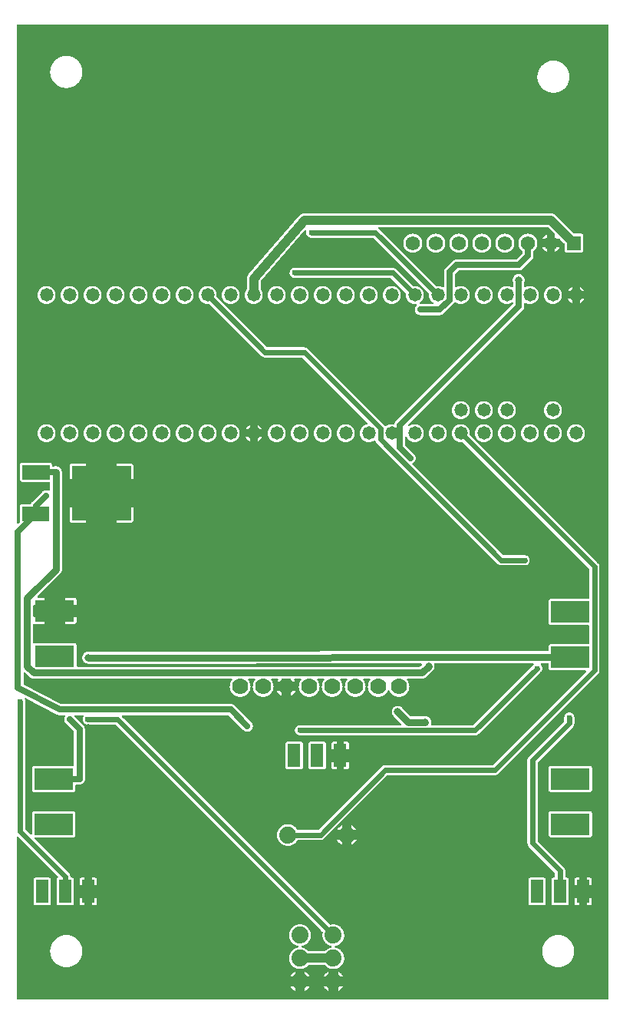
<source format=gbl>
G04 Layer: BottomLayer*
G04 EasyEDA v6.3.22, 2020-04-01T11:54:54--7:00*
G04 ca9891681b394fd3aee58acbbe32b52a,95dd31e7bbc04d03a1fa04b442bf807f,10*
G04 Gerber Generator version 0.2*
G04 Scale: 100 percent, Rotated: No, Reflected: No *
G04 Dimensions in millimeters *
G04 leading zeros omitted , absolute positions ,3 integer and 3 decimal *
%FSLAX33Y33*%
%MOMM*%
G90*
G71D02*

%ADD11C,0.699999*%
%ADD12C,0.999998*%
%ADD13C,0.599999*%
%ADD14C,0.799998*%
%ADD16C,0.700024*%
%ADD17C,0.610006*%
%ADD18C,0.609600*%
%ADD22R,1.414780X2.547620*%
%ADD23C,1.778000*%
%ADD24C,1.473200*%
%ADD25C,1.879600*%
%ADD26R,1.574800X1.574800*%
%ADD27C,1.574800*%
%ADD28R,4.284980X2.379980*%

%LPD*%
G36*
G01X65427Y107820D02*
G01X358Y107820D01*
G01X343Y107819D01*
G01X329Y107816D01*
G01X315Y107811D01*
G01X303Y107804D01*
G01X291Y107795D01*
G01X281Y107785D01*
G01X272Y107773D01*
G01X265Y107761D01*
G01X260Y107747D01*
G01X257Y107733D01*
G01X256Y107718D01*
G01X256Y52842D01*
G01X257Y52828D01*
G01X260Y52814D01*
G01X265Y52800D01*
G01X272Y52787D01*
G01X281Y52776D01*
G01X291Y52765D01*
G01X303Y52757D01*
G01X315Y52750D01*
G01X329Y52745D01*
G01X343Y52742D01*
G01X358Y52741D01*
G01X373Y52742D01*
G01X389Y52746D01*
G01X404Y52752D01*
G01X418Y52760D01*
G01X429Y52771D01*
G01X569Y52910D01*
G01X580Y52922D01*
G01X588Y52936D01*
G01X594Y52951D01*
G01X597Y52966D01*
G01X599Y52982D01*
G01X598Y52997D01*
G01X595Y53034D01*
G01X595Y54634D01*
G01X596Y54658D01*
G01X599Y54682D01*
G01X605Y54704D01*
G01X613Y54727D01*
G01X622Y54749D01*
G01X633Y54770D01*
G01X647Y54789D01*
G01X662Y54807D01*
G01X679Y54824D01*
G01X697Y54839D01*
G01X717Y54852D01*
G01X737Y54864D01*
G01X759Y54874D01*
G01X781Y54881D01*
G01X805Y54886D01*
G01X828Y54890D01*
G01X851Y54891D01*
G01X1702Y54891D01*
G01X1717Y54892D01*
G01X1731Y54895D01*
G01X1744Y54900D01*
G01X1758Y54908D01*
G01X1769Y54916D01*
G01X1780Y54927D01*
G01X1788Y54939D01*
G01X1795Y54952D01*
G01X1811Y54986D01*
G01X1829Y55020D01*
G01X1850Y55052D01*
G01X1872Y55083D01*
G01X1896Y55112D01*
G01X1923Y55140D01*
G01X3056Y56273D01*
G01X3082Y56298D01*
G01X3110Y56321D01*
G01X3140Y56343D01*
G01X3170Y56363D01*
G01X3202Y56381D01*
G01X3235Y56397D01*
G01X3269Y56411D01*
G01X3304Y56423D01*
G01X3339Y56433D01*
G01X3375Y56440D01*
G01X3411Y56446D01*
G01X3448Y56449D01*
G01X3484Y56450D01*
G01X3520Y56449D01*
G01X3555Y56446D01*
G01X3590Y56441D01*
G01X3625Y56434D01*
G01X3659Y56425D01*
G01X3693Y56414D01*
G01X3725Y56401D01*
G01X3758Y56385D01*
G01X3772Y56379D01*
G01X3788Y56376D01*
G01X3803Y56375D01*
G01X3818Y56376D01*
G01X3832Y56379D01*
G01X3846Y56384D01*
G01X3858Y56391D01*
G01X3870Y56400D01*
G01X3880Y56410D01*
G01X3889Y56422D01*
G01X3896Y56434D01*
G01X3900Y56447D01*
G01X3904Y56462D01*
G01X3905Y56476D01*
G01X3905Y57274D01*
G01X3904Y57289D01*
G01X3896Y57317D01*
G01X3889Y57329D01*
G01X3880Y57341D01*
G01X3870Y57351D01*
G01X3858Y57360D01*
G01X3846Y57367D01*
G01X3832Y57372D01*
G01X3818Y57375D01*
G01X3803Y57376D01*
G01X857Y57376D01*
G01X833Y57377D01*
G01X810Y57381D01*
G01X786Y57386D01*
G01X764Y57393D01*
G01X742Y57403D01*
G01X722Y57415D01*
G01X702Y57428D01*
G01X684Y57443D01*
G01X667Y57460D01*
G01X652Y57478D01*
G01X639Y57497D01*
G01X627Y57518D01*
G01X618Y57540D01*
G01X610Y57563D01*
G01X605Y57585D01*
G01X601Y57609D01*
G01X600Y57633D01*
G01X600Y59233D01*
G01X601Y59257D01*
G01X605Y59280D01*
G01X610Y59303D01*
G01X618Y59326D01*
G01X627Y59347D01*
G01X639Y59368D01*
G01X652Y59388D01*
G01X667Y59406D01*
G01X684Y59422D01*
G01X702Y59438D01*
G01X722Y59451D01*
G01X742Y59462D01*
G01X764Y59472D01*
G01X786Y59480D01*
G01X810Y59485D01*
G01X833Y59488D01*
G01X857Y59489D01*
G01X3859Y59489D01*
G01X3883Y59488D01*
G01X3906Y59485D01*
G01X3929Y59480D01*
G01X3952Y59472D01*
G01X3974Y59462D01*
G01X3994Y59451D01*
G01X4014Y59438D01*
G01X4032Y59422D01*
G01X4049Y59406D01*
G01X4064Y59388D01*
G01X4077Y59368D01*
G01X4089Y59347D01*
G01X4098Y59326D01*
G01X4106Y59303D01*
G01X4111Y59280D01*
G01X4114Y59257D01*
G01X4116Y59233D01*
G01X4115Y59140D01*
G01X4117Y59126D01*
G01X4120Y59112D01*
G01X4125Y59098D01*
G01X4132Y59085D01*
G01X4140Y59074D01*
G01X4151Y59064D01*
G01X4162Y59055D01*
G01X4175Y59048D01*
G01X4188Y59043D01*
G01X4203Y59040D01*
G01X4217Y59039D01*
G01X4291Y59039D01*
G01X4309Y59040D01*
G01X4327Y59045D01*
G01X4365Y59059D01*
G01X4403Y59069D01*
G01X4442Y59078D01*
G01X4482Y59084D01*
G01X4521Y59088D01*
G01X4561Y59089D01*
G01X4598Y59088D01*
G01X4635Y59084D01*
G01X4671Y59079D01*
G01X4708Y59072D01*
G01X4743Y59063D01*
G01X4778Y59052D01*
G01X4813Y59039D01*
G01X4846Y59024D01*
G01X4879Y59007D01*
G01X4911Y58988D01*
G01X4941Y58968D01*
G01X4971Y58945D01*
G01X4999Y58922D01*
G01X5026Y58897D01*
G01X5051Y58870D01*
G01X5074Y58842D01*
G01X5097Y58812D01*
G01X5117Y58782D01*
G01X5136Y58750D01*
G01X5153Y58717D01*
G01X5168Y58684D01*
G01X5181Y58649D01*
G01X5192Y58614D01*
G01X5201Y58579D01*
G01X5209Y58542D01*
G01X5214Y58506D01*
G01X5217Y58469D01*
G01X5218Y58432D01*
G01X5218Y47688D01*
G01X5217Y47651D01*
G01X5214Y47614D01*
G01X5209Y47578D01*
G01X5201Y47542D01*
G01X5192Y47506D01*
G01X5181Y47471D01*
G01X5168Y47437D01*
G01X5153Y47403D01*
G01X5136Y47371D01*
G01X5117Y47338D01*
G01X5097Y47308D01*
G01X5074Y47279D01*
G01X5051Y47251D01*
G01X5026Y47224D01*
G01X2551Y44749D01*
G01X2540Y44737D01*
G01X2532Y44723D01*
G01X2526Y44708D01*
G01X2522Y44693D01*
G01X2521Y44677D01*
G01X2522Y44662D01*
G01X2525Y44648D01*
G01X2530Y44634D01*
G01X2537Y44622D01*
G01X2546Y44611D01*
G01X2556Y44600D01*
G01X2567Y44591D01*
G01X2580Y44585D01*
G01X2594Y44580D01*
G01X2608Y44577D01*
G01X2622Y44575D01*
G01X3310Y44575D01*
G01X3310Y43787D01*
G01X2154Y43787D01*
G01X2140Y43786D01*
G01X2126Y43783D01*
G01X2112Y43778D01*
G01X2100Y43771D01*
G01X2088Y43762D01*
G01X2078Y43752D01*
G01X2069Y43740D01*
G01X2062Y43728D01*
G01X2057Y43714D01*
G01X2054Y43700D01*
G01X2053Y43685D01*
G01X2053Y42572D01*
G01X2054Y42557D01*
G01X2057Y42543D01*
G01X2062Y42530D01*
G01X2069Y42517D01*
G01X2078Y42505D01*
G01X2088Y42495D01*
G01X2100Y42486D01*
G01X2112Y42479D01*
G01X2126Y42474D01*
G01X2140Y42471D01*
G01X2154Y42470D01*
G01X3310Y42470D01*
G01X3310Y41682D01*
G01X2302Y41682D01*
G01X2275Y41683D01*
G01X2248Y41688D01*
G01X2222Y41695D01*
G01X2197Y41705D01*
G01X2183Y41710D01*
G01X2169Y41713D01*
G01X2154Y41714D01*
G01X2140Y41713D01*
G01X2126Y41710D01*
G01X2112Y41705D01*
G01X2100Y41698D01*
G01X2088Y41689D01*
G01X2078Y41679D01*
G01X2069Y41667D01*
G01X2062Y41654D01*
G01X2057Y41641D01*
G01X2054Y41627D01*
G01X2053Y41612D01*
G01X2053Y39667D01*
G01X2054Y39652D01*
G01X2057Y39638D01*
G01X2062Y39625D01*
G01X2069Y39612D01*
G01X2078Y39600D01*
G01X2088Y39590D01*
G01X2100Y39581D01*
G01X2112Y39574D01*
G01X2126Y39569D01*
G01X2140Y39566D01*
G01X2154Y39565D01*
G01X2169Y39566D01*
G01X2183Y39569D01*
G01X2197Y39574D01*
G01X2222Y39584D01*
G01X2248Y39591D01*
G01X2275Y39596D01*
G01X2302Y39597D01*
G01X6587Y39597D01*
G01X6611Y39596D01*
G01X6634Y39593D01*
G01X6657Y39587D01*
G01X6680Y39579D01*
G01X6702Y39570D01*
G01X6722Y39558D01*
G01X6742Y39545D01*
G01X6760Y39530D01*
G01X6777Y39513D01*
G01X6791Y39495D01*
G01X6805Y39475D01*
G01X6817Y39455D01*
G01X6826Y39433D01*
G01X6834Y39411D01*
G01X6839Y39387D01*
G01X6842Y39364D01*
G01X6844Y39340D01*
G01X6844Y37079D01*
G01X6845Y37065D01*
G01X6848Y37051D01*
G01X6853Y37037D01*
G01X6860Y37025D01*
G01X6868Y37013D01*
G01X6879Y37003D01*
G01X6890Y36994D01*
G01X6903Y36987D01*
G01X6916Y36982D01*
G01X6931Y36979D01*
G01X6945Y36978D01*
G01X44679Y36978D01*
G01X44695Y36979D01*
G01X44711Y36983D01*
G01X44725Y36989D01*
G01X44739Y36998D01*
G01X44751Y37008D01*
G01X44920Y37177D01*
G01X44931Y37190D01*
G01X44939Y37203D01*
G01X44945Y37218D01*
G01X44949Y37233D01*
G01X44950Y37250D01*
G01X44949Y37264D01*
G01X44946Y37278D01*
G01X44941Y37292D01*
G01X44934Y37304D01*
G01X44925Y37316D01*
G01X44915Y37326D01*
G01X44904Y37335D01*
G01X44891Y37342D01*
G01X44877Y37347D01*
G01X44863Y37350D01*
G01X44849Y37351D01*
G01X8128Y37316D01*
G01X8091Y37317D01*
G01X8054Y37320D01*
G01X8018Y37325D01*
G01X7981Y37332D01*
G01X7946Y37342D01*
G01X7911Y37353D01*
G01X7876Y37366D01*
G01X7843Y37381D01*
G01X7810Y37398D01*
G01X7778Y37417D01*
G01X7748Y37437D01*
G01X7718Y37459D01*
G01X7690Y37483D01*
G01X7663Y37508D01*
G01X7638Y37535D01*
G01X7614Y37563D01*
G01X7592Y37593D01*
G01X7572Y37623D01*
G01X7553Y37655D01*
G01X7536Y37688D01*
G01X7521Y37721D01*
G01X7508Y37756D01*
G01X7497Y37791D01*
G01X7487Y37826D01*
G01X7480Y37863D01*
G01X7475Y37899D01*
G01X7472Y37936D01*
G01X7471Y37973D01*
G01X7472Y38009D01*
G01X7475Y38046D01*
G01X7480Y38082D01*
G01X7487Y38118D01*
G01X7497Y38154D01*
G01X7508Y38189D01*
G01X7521Y38223D01*
G01X7536Y38257D01*
G01X7553Y38290D01*
G01X7571Y38321D01*
G01X7592Y38352D01*
G01X7614Y38381D01*
G01X7638Y38410D01*
G01X7663Y38436D01*
G01X7690Y38462D01*
G01X7718Y38486D01*
G01X7748Y38508D01*
G01X7778Y38528D01*
G01X7809Y38547D01*
G01X7842Y38564D01*
G01X7876Y38579D01*
G01X7910Y38592D01*
G01X7945Y38603D01*
G01X7981Y38613D01*
G01X8017Y38620D01*
G01X8053Y38625D01*
G01X8090Y38628D01*
G01X8127Y38629D01*
G01X58840Y38678D01*
G01X58854Y38679D01*
G01X58869Y38682D01*
G01X58882Y38687D01*
G01X58895Y38694D01*
G01X58907Y38702D01*
G01X58917Y38713D01*
G01X58925Y38724D01*
G01X58932Y38737D01*
G01X58937Y38750D01*
G01X58940Y38764D01*
G01X58942Y38779D01*
G01X58941Y39214D01*
G01X58943Y39237D01*
G01X58946Y39260D01*
G01X58951Y39284D01*
G01X58959Y39306D01*
G01X58968Y39328D01*
G01X58980Y39348D01*
G01X58994Y39368D01*
G01X59008Y39386D01*
G01X59025Y39403D01*
G01X59043Y39418D01*
G01X59063Y39431D01*
G01X59083Y39443D01*
G01X59105Y39452D01*
G01X59128Y39460D01*
G01X59151Y39466D01*
G01X59174Y39469D01*
G01X59198Y39470D01*
G01X63336Y39470D01*
G01X63351Y39471D01*
G01X63365Y39474D01*
G01X63379Y39479D01*
G01X63392Y39486D01*
G01X63403Y39494D01*
G01X63414Y39505D01*
G01X63422Y39516D01*
G01X63429Y39529D01*
G01X63434Y39543D01*
G01X63437Y39557D01*
G01X63438Y39571D01*
G01X63438Y41453D01*
G01X63437Y41468D01*
G01X63434Y41482D01*
G01X63429Y41496D01*
G01X63422Y41509D01*
G01X63414Y41520D01*
G01X63403Y41531D01*
G01X63392Y41539D01*
G01X63379Y41546D01*
G01X63365Y41551D01*
G01X63351Y41554D01*
G01X63336Y41555D01*
G01X59198Y41555D01*
G01X59174Y41556D01*
G01X59151Y41559D01*
G01X59128Y41565D01*
G01X59105Y41573D01*
G01X59083Y41582D01*
G01X59063Y41594D01*
G01X59043Y41607D01*
G01X59025Y41622D01*
G01X59008Y41639D01*
G01X58994Y41657D01*
G01X58980Y41677D01*
G01X58968Y41697D01*
G01X58959Y41719D01*
G01X58951Y41741D01*
G01X58946Y41765D01*
G01X58943Y41788D01*
G01X58941Y41811D01*
G01X58941Y44191D01*
G01X58943Y44215D01*
G01X58946Y44239D01*
G01X58951Y44262D01*
G01X58959Y44284D01*
G01X58968Y44306D01*
G01X58980Y44327D01*
G01X59008Y44365D01*
G01X59025Y44381D01*
G01X59043Y44396D01*
G01X59063Y44410D01*
G01X59083Y44422D01*
G01X59105Y44431D01*
G01X59128Y44438D01*
G01X59151Y44444D01*
G01X59174Y44447D01*
G01X59198Y44448D01*
G01X63336Y44448D01*
G01X63351Y44450D01*
G01X63365Y44453D01*
G01X63379Y44458D01*
G01X63392Y44464D01*
G01X63403Y44473D01*
G01X63414Y44484D01*
G01X63422Y44495D01*
G01X63429Y44507D01*
G01X63434Y44521D01*
G01X63437Y44535D01*
G01X63438Y44550D01*
G01X63438Y47717D01*
G01X63437Y47734D01*
G01X63433Y47749D01*
G01X63427Y47764D01*
G01X63419Y47777D01*
G01X63409Y47790D01*
G01X49472Y61727D01*
G01X49459Y61737D01*
G01X49446Y61745D01*
G01X49431Y61751D01*
G01X49416Y61755D01*
G01X49400Y61756D01*
G01X49386Y61755D01*
G01X49340Y61750D01*
G01X49293Y61746D01*
G01X49247Y61745D01*
G01X49201Y61746D01*
G01X49155Y61749D01*
G01X49109Y61755D01*
G01X49064Y61762D01*
G01X49019Y61772D01*
G01X48975Y61783D01*
G01X48931Y61797D01*
G01X48888Y61812D01*
G01X48845Y61830D01*
G01X48804Y61850D01*
G01X48763Y61871D01*
G01X48724Y61894D01*
G01X48685Y61919D01*
G01X48648Y61946D01*
G01X48612Y61974D01*
G01X48578Y62004D01*
G01X48544Y62036D01*
G01X48512Y62069D01*
G01X48483Y62104D01*
G01X48454Y62140D01*
G01X48427Y62177D01*
G01X48402Y62216D01*
G01X48379Y62255D01*
G01X48358Y62296D01*
G01X48338Y62337D01*
G01X48320Y62380D01*
G01X48305Y62423D01*
G01X48292Y62467D01*
G01X48280Y62511D01*
G01X48270Y62556D01*
G01X48263Y62601D01*
G01X48257Y62647D01*
G01X48254Y62693D01*
G01X48253Y62739D01*
G01X48254Y62784D01*
G01X48257Y62830D01*
G01X48263Y62876D01*
G01X48270Y62921D01*
G01X48280Y62966D01*
G01X48292Y63010D01*
G01X48305Y63054D01*
G01X48320Y63097D01*
G01X48338Y63140D01*
G01X48358Y63181D01*
G01X48379Y63222D01*
G01X48402Y63261D01*
G01X48427Y63300D01*
G01X48454Y63337D01*
G01X48483Y63373D01*
G01X48512Y63408D01*
G01X48544Y63441D01*
G01X48578Y63473D01*
G01X48612Y63503D01*
G01X48648Y63531D01*
G01X48685Y63558D01*
G01X48724Y63583D01*
G01X48763Y63606D01*
G01X48804Y63628D01*
G01X48845Y63647D01*
G01X48888Y63665D01*
G01X48931Y63680D01*
G01X48975Y63694D01*
G01X49019Y63705D01*
G01X49064Y63715D01*
G01X49109Y63722D01*
G01X49155Y63728D01*
G01X49201Y63731D01*
G01X49247Y63732D01*
G01X49292Y63731D01*
G01X49338Y63728D01*
G01X49384Y63722D01*
G01X49429Y63715D01*
G01X49474Y63705D01*
G01X49518Y63694D01*
G01X49562Y63680D01*
G01X49605Y63665D01*
G01X49648Y63647D01*
G01X49689Y63628D01*
G01X49730Y63606D01*
G01X49769Y63583D01*
G01X49808Y63558D01*
G01X49845Y63531D01*
G01X49881Y63503D01*
G01X49916Y63473D01*
G01X49949Y63441D01*
G01X49981Y63408D01*
G01X50011Y63373D01*
G01X50039Y63337D01*
G01X50066Y63300D01*
G01X50091Y63261D01*
G01X50114Y63222D01*
G01X50136Y63181D01*
G01X50155Y63140D01*
G01X50173Y63097D01*
G01X50188Y63054D01*
G01X50202Y63010D01*
G01X50213Y62966D01*
G01X50223Y62921D01*
G01X50230Y62876D01*
G01X50236Y62830D01*
G01X50239Y62784D01*
G01X50240Y62739D01*
G01X50239Y62692D01*
G01X50235Y62646D01*
G01X50230Y62599D01*
G01X50229Y62585D01*
G01X50230Y62569D01*
G01X50234Y62554D01*
G01X50240Y62539D01*
G01X50248Y62526D01*
G01X50258Y62513D01*
G01X64389Y48384D01*
G01X64433Y48334D01*
G01X64453Y48306D01*
G01X64471Y48278D01*
G01X64488Y48249D01*
G01X64502Y48219D01*
G01X64515Y48187D01*
G01X64526Y48156D01*
G01X64535Y48123D01*
G01X64542Y48090D01*
G01X64548Y48057D01*
G01X64551Y48024D01*
G01X64552Y47990D01*
G01X64552Y36573D01*
G01X64551Y36539D01*
G01X64548Y36506D01*
G01X64542Y36473D01*
G01X64535Y36440D01*
G01X64526Y36407D01*
G01X64515Y36376D01*
G01X64502Y36344D01*
G01X64488Y36314D01*
G01X64471Y36285D01*
G01X64453Y36257D01*
G01X64433Y36230D01*
G01X64411Y36204D01*
G01X64389Y36179D01*
G01X53365Y25156D01*
G01X53340Y25133D01*
G01X53315Y25111D01*
G01X53287Y25091D01*
G01X53259Y25073D01*
G01X53230Y25057D01*
G01X53200Y25042D01*
G01X53168Y25029D01*
G01X53137Y25018D01*
G01X53104Y25009D01*
G01X53071Y25002D01*
G01X53038Y24997D01*
G01X53005Y24994D01*
G01X52971Y24993D01*
G01X41169Y24993D01*
G01X41153Y24992D01*
G01X41137Y24988D01*
G01X41123Y24982D01*
G01X41109Y24973D01*
G01X41097Y24963D01*
G01X34157Y18021D01*
G01X34133Y17998D01*
G01X34107Y17977D01*
G01X34080Y17956D01*
G01X34052Y17939D01*
G01X34022Y17922D01*
G01X33992Y17907D01*
G01X33961Y17894D01*
G01X33929Y17883D01*
G01X33897Y17874D01*
G01X33864Y17867D01*
G01X33831Y17862D01*
G01X33797Y17859D01*
G01X33764Y17858D01*
G01X31268Y17858D01*
G01X31253Y17857D01*
G01X31238Y17854D01*
G01X31224Y17848D01*
G01X31211Y17840D01*
G01X31199Y17831D01*
G01X31189Y17820D01*
G01X31181Y17808D01*
G01X31127Y17724D01*
G01X31097Y17685D01*
G01X31066Y17645D01*
G01X31033Y17608D01*
G01X30999Y17572D01*
G01X30963Y17538D01*
G01X30926Y17505D01*
G01X30887Y17473D01*
G01X30848Y17443D01*
G01X30807Y17415D01*
G01X30764Y17388D01*
G01X30721Y17364D01*
G01X30678Y17341D01*
G01X30632Y17320D01*
G01X30586Y17301D01*
G01X30540Y17284D01*
G01X30493Y17268D01*
G01X30444Y17255D01*
G01X30396Y17244D01*
G01X30347Y17234D01*
G01X30298Y17227D01*
G01X30249Y17222D01*
G01X30199Y17219D01*
G01X30149Y17218D01*
G01X30100Y17219D01*
G01X30051Y17222D01*
G01X30001Y17227D01*
G01X29952Y17234D01*
G01X29904Y17244D01*
G01X29856Y17255D01*
G01X29808Y17268D01*
G01X29761Y17283D01*
G01X29714Y17300D01*
G01X29669Y17319D01*
G01X29624Y17340D01*
G01X29580Y17362D01*
G01X29537Y17387D01*
G01X29495Y17413D01*
G01X29454Y17441D01*
G01X29415Y17471D01*
G01X29376Y17502D01*
G01X29339Y17534D01*
G01X29303Y17569D01*
G01X29269Y17604D01*
G01X29236Y17641D01*
G01X29205Y17680D01*
G01X29175Y17720D01*
G01X29148Y17760D01*
G01X29122Y17802D01*
G01X29097Y17845D01*
G01X29074Y17889D01*
G01X29054Y17934D01*
G01X29035Y17980D01*
G01X29018Y18026D01*
G01X29003Y18073D01*
G01X28990Y18121D01*
G01X28978Y18169D01*
G01X28969Y18217D01*
G01X28962Y18267D01*
G01X28957Y18316D01*
G01X28954Y18365D01*
G01X28953Y18415D01*
G01X28954Y18464D01*
G01X28957Y18513D01*
G01X28962Y18562D01*
G01X28969Y18612D01*
G01X28978Y18660D01*
G01X28990Y18708D01*
G01X29003Y18756D01*
G01X29018Y18803D01*
G01X29035Y18849D01*
G01X29054Y18895D01*
G01X29074Y18940D01*
G01X29097Y18984D01*
G01X29122Y19027D01*
G01X29148Y19069D01*
G01X29175Y19109D01*
G01X29205Y19149D01*
G01X29236Y19188D01*
G01X29269Y19225D01*
G01X29303Y19260D01*
G01X29339Y19295D01*
G01X29376Y19327D01*
G01X29415Y19358D01*
G01X29454Y19388D01*
G01X29495Y19416D01*
G01X29537Y19442D01*
G01X29580Y19467D01*
G01X29624Y19489D01*
G01X29669Y19510D01*
G01X29714Y19529D01*
G01X29761Y19546D01*
G01X29808Y19561D01*
G01X29856Y19574D01*
G01X29904Y19585D01*
G01X29952Y19595D01*
G01X30001Y19602D01*
G01X30051Y19607D01*
G01X30100Y19610D01*
G01X30149Y19611D01*
G01X30199Y19610D01*
G01X30249Y19607D01*
G01X30298Y19602D01*
G01X30347Y19595D01*
G01X30396Y19585D01*
G01X30444Y19574D01*
G01X30493Y19561D01*
G01X30540Y19545D01*
G01X30586Y19528D01*
G01X30632Y19509D01*
G01X30678Y19488D01*
G01X30721Y19465D01*
G01X30764Y19441D01*
G01X30807Y19414D01*
G01X30848Y19386D01*
G01X30887Y19356D01*
G01X30926Y19324D01*
G01X30963Y19291D01*
G01X30999Y19257D01*
G01X31033Y19221D01*
G01X31066Y19184D01*
G01X31097Y19144D01*
G01X31127Y19105D01*
G01X31181Y19021D01*
G01X31189Y19009D01*
G01X31199Y18998D01*
G01X31211Y18989D01*
G01X31224Y18981D01*
G01X31238Y18975D01*
G01X31253Y18972D01*
G01X31268Y18971D01*
G01X33491Y18971D01*
G01X33507Y18972D01*
G01X33522Y18976D01*
G01X33537Y18982D01*
G01X33551Y18991D01*
G01X33563Y19001D01*
G01X40502Y25943D01*
G01X40527Y25966D01*
G01X40553Y25987D01*
G01X40580Y26008D01*
G01X40608Y26025D01*
G01X40637Y26042D01*
G01X40667Y26057D01*
G01X40698Y26070D01*
G01X40730Y26081D01*
G01X40763Y26090D01*
G01X40795Y26097D01*
G01X40829Y26102D01*
G01X40863Y26105D01*
G01X40896Y26106D01*
G01X52698Y26106D01*
G01X52715Y26107D01*
G01X52730Y26111D01*
G01X52745Y26117D01*
G01X52758Y26125D01*
G01X52771Y26136D01*
G01X63038Y36403D01*
G01X63048Y36415D01*
G01X63057Y36429D01*
G01X63063Y36444D01*
G01X63067Y36459D01*
G01X63068Y36475D01*
G01X63067Y36490D01*
G01X63064Y36504D01*
G01X63059Y36518D01*
G01X63052Y36530D01*
G01X63043Y36541D01*
G01X63033Y36552D01*
G01X63021Y36561D01*
G01X63008Y36567D01*
G01X62995Y36572D01*
G01X62981Y36576D01*
G01X62966Y36577D01*
G01X59198Y36577D01*
G01X59174Y36578D01*
G01X59151Y36581D01*
G01X59128Y36587D01*
G01X59105Y36594D01*
G01X59083Y36603D01*
G01X59063Y36615D01*
G01X59043Y36629D01*
G01X59025Y36644D01*
G01X59008Y36660D01*
G01X58980Y36698D01*
G01X58968Y36719D01*
G01X58959Y36741D01*
G01X58951Y36763D01*
G01X58946Y36786D01*
G01X58943Y36810D01*
G01X58941Y36834D01*
G01X58941Y37263D01*
G01X58940Y37277D01*
G01X58937Y37291D01*
G01X58932Y37305D01*
G01X58925Y37318D01*
G01X58917Y37329D01*
G01X58906Y37340D01*
G01X58895Y37348D01*
G01X58882Y37355D01*
G01X58869Y37360D01*
G01X58854Y37363D01*
G01X58840Y37364D01*
G01X58150Y37364D01*
G01X58135Y37363D01*
G01X58121Y37359D01*
G01X58108Y37354D01*
G01X58095Y37348D01*
G01X58083Y37339D01*
G01X58073Y37329D01*
G01X58064Y37317D01*
G01X58057Y37304D01*
G01X58052Y37291D01*
G01X58049Y37277D01*
G01X58048Y37262D01*
G01X58049Y37247D01*
G01X58053Y37232D01*
G01X58058Y37218D01*
G01X58066Y37204D01*
G01X58076Y37192D01*
G01X58099Y37166D01*
G01X58121Y37138D01*
G01X58141Y37109D01*
G01X58159Y37078D01*
G01X58175Y37046D01*
G01X58189Y37014D01*
G01X58202Y36981D01*
G01X58211Y36947D01*
G01X58219Y36912D01*
G01X58225Y36877D01*
G01X58228Y36842D01*
G01X58229Y36807D01*
G01X58228Y36773D01*
G01X58225Y36739D01*
G01X58220Y36705D01*
G01X58213Y36672D01*
G01X58204Y36639D01*
G01X58192Y36607D01*
G01X58180Y36576D01*
G01X58164Y36545D01*
G01X58148Y36516D01*
G01X58129Y36487D01*
G01X58109Y36460D01*
G01X58087Y36434D01*
G01X58064Y36409D01*
G01X58040Y36386D01*
G01X58013Y36364D01*
G01X58004Y36356D01*
G01X51226Y29578D01*
G01X51201Y29555D01*
G01X51176Y29534D01*
G01X51148Y29513D01*
G01X51121Y29495D01*
G01X51091Y29479D01*
G01X51061Y29464D01*
G01X51030Y29451D01*
G01X50998Y29440D01*
G01X50966Y29431D01*
G01X50933Y29424D01*
G01X50900Y29419D01*
G01X50866Y29416D01*
G01X50833Y29415D01*
G01X31577Y29415D01*
G01X31565Y29414D01*
G01X31530Y29411D01*
G01X31496Y29410D01*
G01X31461Y29411D01*
G01X31428Y29414D01*
G01X31394Y29419D01*
G01X31361Y29426D01*
G01X31328Y29436D01*
G01X31296Y29446D01*
G01X31265Y29459D01*
G01X31234Y29474D01*
G01X31205Y29491D01*
G01X31176Y29509D01*
G01X31149Y29530D01*
G01X31123Y29551D01*
G01X31098Y29574D01*
G01X31075Y29599D01*
G01X31054Y29625D01*
G01X31033Y29652D01*
G01X31015Y29681D01*
G01X30998Y29710D01*
G01X30983Y29741D01*
G01X30970Y29772D01*
G01X30960Y29804D01*
G01X30950Y29837D01*
G01X30943Y29870D01*
G01X30938Y29904D01*
G01X30935Y29937D01*
G01X30934Y29972D01*
G01X30935Y30006D01*
G01X30938Y30039D01*
G01X30943Y30073D01*
G01X30950Y30106D01*
G01X30960Y30139D01*
G01X30970Y30171D01*
G01X30983Y30202D01*
G01X30998Y30233D01*
G01X31015Y30262D01*
G01X31033Y30291D01*
G01X31054Y30318D01*
G01X31075Y30344D01*
G01X31098Y30369D01*
G01X31123Y30392D01*
G01X31149Y30413D01*
G01X31176Y30434D01*
G01X31205Y30452D01*
G01X31234Y30469D01*
G01X31265Y30484D01*
G01X31296Y30497D01*
G01X31328Y30507D01*
G01X31361Y30517D01*
G01X31394Y30524D01*
G01X31428Y30529D01*
G01X31461Y30532D01*
G01X31496Y30533D01*
G01X31530Y30532D01*
G01X31565Y30529D01*
G01X31577Y30528D01*
G01X42592Y30528D01*
G01X42606Y30529D01*
G01X42621Y30532D01*
G01X42634Y30537D01*
G01X42647Y30544D01*
G01X42659Y30553D01*
G01X42669Y30563D01*
G01X42678Y30574D01*
G01X42685Y30587D01*
G01X42690Y30601D01*
G01X42693Y30615D01*
G01X42694Y30630D01*
G01X42692Y30646D01*
G01X42689Y30661D01*
G01X42683Y30676D01*
G01X42675Y30689D01*
G01X42664Y30701D01*
G01X41826Y31539D01*
G01X41801Y31566D01*
G01X41777Y31594D01*
G01X41755Y31624D01*
G01X41735Y31654D01*
G01X41716Y31686D01*
G01X41699Y31719D01*
G01X41684Y31752D01*
G01X41671Y31787D01*
G01X41660Y31822D01*
G01X41650Y31857D01*
G01X41643Y31894D01*
G01X41638Y31930D01*
G01X41635Y31967D01*
G01X41634Y32004D01*
G01X41635Y32040D01*
G01X41638Y32077D01*
G01X41643Y32113D01*
G01X41650Y32150D01*
G01X41660Y32185D01*
G01X41671Y32220D01*
G01X41684Y32255D01*
G01X41699Y32288D01*
G01X41716Y32321D01*
G01X41735Y32353D01*
G01X41755Y32383D01*
G01X41777Y32413D01*
G01X41801Y32441D01*
G01X41826Y32468D01*
G01X41853Y32493D01*
G01X41881Y32517D01*
G01X41911Y32539D01*
G01X41941Y32559D01*
G01X41973Y32578D01*
G01X42006Y32595D01*
G01X42039Y32610D01*
G01X42074Y32623D01*
G01X42109Y32634D01*
G01X42144Y32644D01*
G01X42181Y32651D01*
G01X42217Y32656D01*
G01X42254Y32659D01*
G01X42291Y32660D01*
G01X42327Y32659D01*
G01X42364Y32656D01*
G01X42400Y32651D01*
G01X42437Y32644D01*
G01X42472Y32634D01*
G01X42507Y32623D01*
G01X42542Y32610D01*
G01X42575Y32595D01*
G01X42608Y32578D01*
G01X42640Y32559D01*
G01X42670Y32539D01*
G01X42700Y32517D01*
G01X42728Y32493D01*
G01X42755Y32468D01*
G01X43676Y31547D01*
G01X43688Y31537D01*
G01X43701Y31528D01*
G01X43716Y31522D01*
G01X43732Y31518D01*
G01X43747Y31517D01*
G01X45339Y31517D01*
G01X45375Y31516D01*
G01X45412Y31513D01*
G01X45448Y31508D01*
G01X45485Y31501D01*
G01X45520Y31491D01*
G01X45555Y31480D01*
G01X45590Y31467D01*
G01X45623Y31452D01*
G01X45656Y31435D01*
G01X45688Y31416D01*
G01X45718Y31396D01*
G01X45748Y31374D01*
G01X45776Y31350D01*
G01X45803Y31325D01*
G01X45828Y31298D01*
G01X45852Y31270D01*
G01X45874Y31240D01*
G01X45894Y31210D01*
G01X45913Y31178D01*
G01X45930Y31145D01*
G01X45945Y31112D01*
G01X45958Y31077D01*
G01X45969Y31042D01*
G01X45979Y31007D01*
G01X45986Y30970D01*
G01X45991Y30934D01*
G01X45994Y30897D01*
G01X45995Y30861D01*
G01X45994Y30820D01*
G01X45990Y30779D01*
G01X45984Y30739D01*
G01X45975Y30699D01*
G01X45964Y30660D01*
G01X45960Y30645D01*
G01X45959Y30630D01*
G01X45960Y30615D01*
G01X45963Y30601D01*
G01X45968Y30587D01*
G01X45975Y30574D01*
G01X45984Y30563D01*
G01X45994Y30553D01*
G01X46006Y30544D01*
G01X46018Y30537D01*
G01X46032Y30532D01*
G01X46046Y30529D01*
G01X46061Y30528D01*
G01X50560Y30528D01*
G01X50576Y30529D01*
G01X50591Y30533D01*
G01X50606Y30539D01*
G01X50620Y30548D01*
G01X50632Y30558D01*
G01X57217Y37142D01*
G01X57225Y37152D01*
G01X57259Y37192D01*
G01X57268Y37203D01*
G01X57276Y37217D01*
G01X57282Y37231D01*
G01X57285Y37246D01*
G01X57287Y37261D01*
G01X57285Y37276D01*
G01X57282Y37290D01*
G01X57277Y37303D01*
G01X57270Y37316D01*
G01X57262Y37328D01*
G01X57251Y37338D01*
G01X57240Y37347D01*
G01X57227Y37354D01*
G01X57214Y37359D01*
G01X57199Y37362D01*
G01X57185Y37363D01*
G01X46417Y37353D01*
G01X46402Y37351D01*
G01X46389Y37348D01*
G01X46375Y37343D01*
G01X46362Y37336D01*
G01X46350Y37328D01*
G01X46340Y37317D01*
G01X46332Y37306D01*
G01X46325Y37293D01*
G01X46319Y37280D01*
G01X46316Y37265D01*
G01X46315Y37251D01*
G01X46316Y37235D01*
G01X46320Y37220D01*
G01X46331Y37182D01*
G01X46340Y37142D01*
G01X46346Y37103D01*
G01X46349Y37063D01*
G01X46350Y37023D01*
G01X46349Y36986D01*
G01X46346Y36949D01*
G01X46341Y36913D01*
G01X46334Y36876D01*
G01X46325Y36841D01*
G01X46314Y36806D01*
G01X46301Y36771D01*
G01X46269Y36705D01*
G01X46250Y36673D01*
G01X46230Y36643D01*
G01X46207Y36613D01*
G01X46184Y36585D01*
G01X46158Y36558D01*
G01X45457Y35857D01*
G01X45430Y35832D01*
G01X45403Y35808D01*
G01X45373Y35786D01*
G01X45343Y35766D01*
G01X45311Y35747D01*
G01X45278Y35730D01*
G01X45245Y35715D01*
G01X45210Y35702D01*
G01X45175Y35691D01*
G01X45139Y35681D01*
G01X45103Y35674D01*
G01X45067Y35669D01*
G01X45030Y35666D01*
G01X44993Y35665D01*
G01X43402Y35665D01*
G01X43387Y35664D01*
G01X43373Y35661D01*
G01X43359Y35656D01*
G01X43347Y35649D01*
G01X43335Y35640D01*
G01X43325Y35630D01*
G01X43316Y35618D01*
G01X43310Y35606D01*
G01X43304Y35592D01*
G01X43301Y35578D01*
G01X43300Y35564D01*
G01X43301Y35547D01*
G01X43305Y35531D01*
G01X43313Y35515D01*
G01X43322Y35501D01*
G01X43352Y35460D01*
G01X43380Y35419D01*
G01X43407Y35376D01*
G01X43431Y35331D01*
G01X43453Y35286D01*
G01X43474Y35240D01*
G01X43492Y35193D01*
G01X43509Y35145D01*
G01X43523Y35097D01*
G01X43535Y35048D01*
G01X43545Y34999D01*
G01X43553Y34948D01*
G01X43558Y34899D01*
G01X43562Y34848D01*
G01X43563Y34798D01*
G01X43562Y34749D01*
G01X43559Y34700D01*
G01X43554Y34652D01*
G01X43547Y34604D01*
G01X43537Y34556D01*
G01X43526Y34509D01*
G01X43513Y34462D01*
G01X43498Y34416D01*
G01X43480Y34370D01*
G01X43461Y34326D01*
G01X43441Y34282D01*
G01X43418Y34239D01*
G01X43393Y34197D01*
G01X43366Y34156D01*
G01X43339Y34116D01*
G01X43309Y34078D01*
G01X43278Y34041D01*
G01X43245Y34005D01*
G01X43210Y33970D01*
G01X43174Y33937D01*
G01X43137Y33906D01*
G01X43099Y33876D01*
G01X43059Y33849D01*
G01X43018Y33822D01*
G01X42976Y33797D01*
G01X42933Y33774D01*
G01X42889Y33754D01*
G01X42845Y33735D01*
G01X42799Y33717D01*
G01X42753Y33702D01*
G01X42706Y33689D01*
G01X42659Y33678D01*
G01X42611Y33668D01*
G01X42563Y33661D01*
G01X42515Y33656D01*
G01X42466Y33653D01*
G01X42418Y33652D01*
G01X42368Y33653D01*
G01X42319Y33656D01*
G01X42270Y33662D01*
G01X42222Y33669D01*
G01X42174Y33678D01*
G01X42125Y33690D01*
G01X42078Y33703D01*
G01X42032Y33719D01*
G01X41986Y33736D01*
G01X41940Y33756D01*
G01X41896Y33777D01*
G01X41853Y33801D01*
G01X41811Y33826D01*
G01X41770Y33853D01*
G01X41730Y33882D01*
G01X41691Y33912D01*
G01X41653Y33944D01*
G01X41618Y33978D01*
G01X41583Y34013D01*
G01X41550Y34049D01*
G01X41519Y34087D01*
G01X41489Y34126D01*
G01X41461Y34167D01*
G01X41435Y34208D01*
G01X41411Y34251D01*
G01X41388Y34295D01*
G01X41367Y34339D01*
G01X41361Y34352D01*
G01X41352Y34364D01*
G01X41342Y34375D01*
G01X41330Y34383D01*
G01X41317Y34391D01*
G01X41303Y34396D01*
G01X41289Y34399D01*
G01X41275Y34400D01*
G01X41260Y34399D01*
G01X41246Y34396D01*
G01X41232Y34391D01*
G01X41219Y34383D01*
G01X41207Y34375D01*
G01X41197Y34364D01*
G01X41188Y34352D01*
G01X41182Y34339D01*
G01X41161Y34295D01*
G01X41138Y34251D01*
G01X41114Y34208D01*
G01X41088Y34167D01*
G01X41060Y34126D01*
G01X41030Y34087D01*
G01X40999Y34049D01*
G01X40966Y34013D01*
G01X40931Y33978D01*
G01X40896Y33944D01*
G01X40858Y33912D01*
G01X40819Y33882D01*
G01X40779Y33853D01*
G01X40738Y33826D01*
G01X40696Y33801D01*
G01X40653Y33777D01*
G01X40609Y33756D01*
G01X40563Y33736D01*
G01X40517Y33719D01*
G01X40471Y33703D01*
G01X40424Y33690D01*
G01X40375Y33678D01*
G01X40327Y33669D01*
G01X40279Y33662D01*
G01X40230Y33656D01*
G01X40181Y33653D01*
G01X40132Y33652D01*
G01X40083Y33653D01*
G01X40034Y33656D01*
G01X39986Y33661D01*
G01X39938Y33668D01*
G01X39890Y33678D01*
G01X39843Y33689D01*
G01X39796Y33702D01*
G01X39750Y33717D01*
G01X39704Y33735D01*
G01X39660Y33754D01*
G01X39616Y33774D01*
G01X39573Y33797D01*
G01X39531Y33822D01*
G01X39490Y33849D01*
G01X39450Y33876D01*
G01X39412Y33906D01*
G01X39375Y33937D01*
G01X39339Y33970D01*
G01X39304Y34005D01*
G01X39271Y34041D01*
G01X39240Y34078D01*
G01X39210Y34116D01*
G01X39183Y34156D01*
G01X39156Y34197D01*
G01X39131Y34239D01*
G01X39108Y34282D01*
G01X39088Y34326D01*
G01X39069Y34370D01*
G01X39051Y34416D01*
G01X39036Y34462D01*
G01X39023Y34509D01*
G01X39012Y34556D01*
G01X39002Y34604D01*
G01X38995Y34652D01*
G01X38990Y34700D01*
G01X38987Y34749D01*
G01X38986Y34798D01*
G01X38987Y34848D01*
G01X38991Y34899D01*
G01X38996Y34948D01*
G01X39004Y34999D01*
G01X39014Y35048D01*
G01X39026Y35097D01*
G01X39040Y35145D01*
G01X39057Y35193D01*
G01X39075Y35240D01*
G01X39096Y35286D01*
G01X39118Y35331D01*
G01X39142Y35376D01*
G01X39169Y35419D01*
G01X39197Y35460D01*
G01X39227Y35501D01*
G01X39236Y35515D01*
G01X39244Y35531D01*
G01X39248Y35547D01*
G01X39249Y35564D01*
G01X39248Y35578D01*
G01X39245Y35592D01*
G01X39239Y35606D01*
G01X39233Y35618D01*
G01X39224Y35630D01*
G01X39214Y35640D01*
G01X39202Y35649D01*
G01X39190Y35656D01*
G01X39176Y35661D01*
G01X39162Y35664D01*
G01X39147Y35665D01*
G01X38576Y35665D01*
G01X38561Y35664D01*
G01X38547Y35661D01*
G01X38533Y35656D01*
G01X38521Y35649D01*
G01X38509Y35640D01*
G01X38499Y35630D01*
G01X38490Y35618D01*
G01X38484Y35606D01*
G01X38478Y35592D01*
G01X38475Y35578D01*
G01X38474Y35564D01*
G01X38475Y35547D01*
G01X38479Y35531D01*
G01X38487Y35515D01*
G01X38496Y35501D01*
G01X38526Y35460D01*
G01X38554Y35419D01*
G01X38581Y35376D01*
G01X38605Y35331D01*
G01X38627Y35286D01*
G01X38648Y35240D01*
G01X38666Y35193D01*
G01X38683Y35145D01*
G01X38697Y35097D01*
G01X38709Y35048D01*
G01X38719Y34999D01*
G01X38727Y34948D01*
G01X38732Y34899D01*
G01X38736Y34848D01*
G01X38737Y34798D01*
G01X38736Y34749D01*
G01X38733Y34700D01*
G01X38728Y34652D01*
G01X38721Y34604D01*
G01X38711Y34556D01*
G01X38700Y34509D01*
G01X38687Y34462D01*
G01X38672Y34416D01*
G01X38654Y34370D01*
G01X38635Y34326D01*
G01X38615Y34282D01*
G01X38592Y34239D01*
G01X38567Y34197D01*
G01X38540Y34156D01*
G01X38513Y34116D01*
G01X38483Y34078D01*
G01X38452Y34041D01*
G01X38419Y34005D01*
G01X38384Y33970D01*
G01X38348Y33937D01*
G01X38311Y33906D01*
G01X38273Y33876D01*
G01X38233Y33849D01*
G01X38192Y33822D01*
G01X38150Y33797D01*
G01X38107Y33774D01*
G01X38063Y33754D01*
G01X38019Y33735D01*
G01X37973Y33717D01*
G01X37927Y33702D01*
G01X37880Y33689D01*
G01X37833Y33678D01*
G01X37785Y33668D01*
G01X37737Y33661D01*
G01X37689Y33656D01*
G01X37640Y33653D01*
G01X37592Y33652D01*
G01X37543Y33653D01*
G01X37494Y33656D01*
G01X37446Y33661D01*
G01X37398Y33668D01*
G01X37350Y33678D01*
G01X37303Y33689D01*
G01X37256Y33702D01*
G01X37210Y33717D01*
G01X37164Y33735D01*
G01X37120Y33754D01*
G01X37076Y33774D01*
G01X37033Y33797D01*
G01X36991Y33822D01*
G01X36950Y33849D01*
G01X36910Y33876D01*
G01X36872Y33906D01*
G01X36835Y33937D01*
G01X36799Y33970D01*
G01X36764Y34005D01*
G01X36731Y34041D01*
G01X36700Y34078D01*
G01X36670Y34116D01*
G01X36643Y34156D01*
G01X36616Y34197D01*
G01X36591Y34239D01*
G01X36568Y34282D01*
G01X36548Y34326D01*
G01X36529Y34370D01*
G01X36511Y34416D01*
G01X36496Y34462D01*
G01X36483Y34509D01*
G01X36472Y34556D01*
G01X36462Y34604D01*
G01X36455Y34652D01*
G01X36450Y34700D01*
G01X36447Y34749D01*
G01X36446Y34798D01*
G01X36447Y34848D01*
G01X36451Y34899D01*
G01X36456Y34948D01*
G01X36464Y34999D01*
G01X36474Y35048D01*
G01X36486Y35097D01*
G01X36500Y35145D01*
G01X36517Y35193D01*
G01X36535Y35240D01*
G01X36556Y35286D01*
G01X36578Y35331D01*
G01X36602Y35376D01*
G01X36629Y35419D01*
G01X36657Y35460D01*
G01X36687Y35501D01*
G01X36696Y35515D01*
G01X36704Y35531D01*
G01X36708Y35547D01*
G01X36709Y35564D01*
G01X36708Y35578D01*
G01X36705Y35592D01*
G01X36699Y35606D01*
G01X36693Y35618D01*
G01X36684Y35630D01*
G01X36674Y35640D01*
G01X36662Y35649D01*
G01X36650Y35656D01*
G01X36636Y35661D01*
G01X36622Y35664D01*
G01X36607Y35665D01*
G01X36036Y35665D01*
G01X36021Y35664D01*
G01X36007Y35661D01*
G01X35993Y35656D01*
G01X35981Y35649D01*
G01X35969Y35640D01*
G01X35959Y35630D01*
G01X35950Y35618D01*
G01X35944Y35606D01*
G01X35938Y35592D01*
G01X35935Y35578D01*
G01X35934Y35564D01*
G01X35935Y35547D01*
G01X35939Y35531D01*
G01X35947Y35515D01*
G01X35956Y35501D01*
G01X35986Y35460D01*
G01X36014Y35419D01*
G01X36041Y35376D01*
G01X36065Y35331D01*
G01X36087Y35286D01*
G01X36108Y35240D01*
G01X36126Y35193D01*
G01X36143Y35145D01*
G01X36157Y35097D01*
G01X36169Y35048D01*
G01X36179Y34999D01*
G01X36187Y34948D01*
G01X36192Y34899D01*
G01X36196Y34848D01*
G01X36197Y34798D01*
G01X36196Y34749D01*
G01X36193Y34700D01*
G01X36188Y34652D01*
G01X36181Y34604D01*
G01X36171Y34556D01*
G01X36160Y34509D01*
G01X36147Y34462D01*
G01X36132Y34416D01*
G01X36114Y34370D01*
G01X36095Y34326D01*
G01X36075Y34282D01*
G01X36052Y34239D01*
G01X36027Y34197D01*
G01X36000Y34156D01*
G01X35973Y34116D01*
G01X35943Y34078D01*
G01X35912Y34041D01*
G01X35879Y34005D01*
G01X35844Y33970D01*
G01X35808Y33937D01*
G01X35771Y33906D01*
G01X35733Y33876D01*
G01X35693Y33849D01*
G01X35652Y33822D01*
G01X35610Y33797D01*
G01X35567Y33774D01*
G01X35523Y33754D01*
G01X35479Y33735D01*
G01X35433Y33717D01*
G01X35387Y33702D01*
G01X35340Y33689D01*
G01X35293Y33678D01*
G01X35245Y33668D01*
G01X35197Y33661D01*
G01X35149Y33656D01*
G01X35100Y33653D01*
G01X35052Y33652D01*
G01X35003Y33653D01*
G01X34954Y33656D01*
G01X34906Y33661D01*
G01X34858Y33668D01*
G01X34810Y33678D01*
G01X34763Y33689D01*
G01X34716Y33702D01*
G01X34670Y33717D01*
G01X34624Y33735D01*
G01X34580Y33754D01*
G01X34536Y33774D01*
G01X34493Y33797D01*
G01X34451Y33822D01*
G01X34410Y33849D01*
G01X34370Y33876D01*
G01X34332Y33906D01*
G01X34295Y33937D01*
G01X34259Y33970D01*
G01X34224Y34005D01*
G01X34191Y34041D01*
G01X34160Y34078D01*
G01X34130Y34116D01*
G01X34103Y34156D01*
G01X34076Y34197D01*
G01X34051Y34239D01*
G01X34028Y34282D01*
G01X34008Y34326D01*
G01X33989Y34370D01*
G01X33971Y34416D01*
G01X33956Y34462D01*
G01X33943Y34509D01*
G01X33932Y34556D01*
G01X33922Y34604D01*
G01X33915Y34652D01*
G01X33910Y34700D01*
G01X33907Y34749D01*
G01X33906Y34798D01*
G01X33907Y34848D01*
G01X33911Y34899D01*
G01X33916Y34948D01*
G01X33924Y34999D01*
G01X33934Y35048D01*
G01X33946Y35097D01*
G01X33960Y35145D01*
G01X33977Y35193D01*
G01X33995Y35240D01*
G01X34016Y35286D01*
G01X34038Y35331D01*
G01X34062Y35376D01*
G01X34089Y35419D01*
G01X34117Y35460D01*
G01X34147Y35501D01*
G01X34156Y35515D01*
G01X34164Y35531D01*
G01X34168Y35547D01*
G01X34169Y35564D01*
G01X34168Y35578D01*
G01X34165Y35592D01*
G01X34159Y35606D01*
G01X34153Y35618D01*
G01X34144Y35630D01*
G01X34134Y35640D01*
G01X34122Y35649D01*
G01X34110Y35656D01*
G01X34096Y35661D01*
G01X34082Y35664D01*
G01X34067Y35665D01*
G01X33496Y35665D01*
G01X33481Y35664D01*
G01X33467Y35661D01*
G01X33453Y35656D01*
G01X33441Y35649D01*
G01X33429Y35640D01*
G01X33419Y35630D01*
G01X33410Y35618D01*
G01X33404Y35606D01*
G01X33398Y35592D01*
G01X33395Y35578D01*
G01X33394Y35564D01*
G01X33395Y35547D01*
G01X33399Y35531D01*
G01X33407Y35515D01*
G01X33416Y35501D01*
G01X33446Y35460D01*
G01X33474Y35419D01*
G01X33501Y35376D01*
G01X33525Y35331D01*
G01X33547Y35286D01*
G01X33568Y35240D01*
G01X33586Y35193D01*
G01X33603Y35145D01*
G01X33617Y35097D01*
G01X33629Y35048D01*
G01X33639Y34999D01*
G01X33647Y34948D01*
G01X33652Y34899D01*
G01X33656Y34848D01*
G01X33657Y34798D01*
G01X33656Y34749D01*
G01X33653Y34700D01*
G01X33648Y34652D01*
G01X33641Y34604D01*
G01X33631Y34556D01*
G01X33620Y34509D01*
G01X33607Y34462D01*
G01X33592Y34416D01*
G01X33574Y34370D01*
G01X33555Y34326D01*
G01X33535Y34282D01*
G01X33512Y34239D01*
G01X33487Y34197D01*
G01X33460Y34156D01*
G01X33433Y34116D01*
G01X33403Y34078D01*
G01X33372Y34041D01*
G01X33339Y34005D01*
G01X33304Y33970D01*
G01X33268Y33937D01*
G01X33231Y33906D01*
G01X33193Y33876D01*
G01X33153Y33849D01*
G01X33112Y33822D01*
G01X33070Y33797D01*
G01X33027Y33774D01*
G01X32983Y33754D01*
G01X32939Y33735D01*
G01X32893Y33717D01*
G01X32847Y33702D01*
G01X32800Y33689D01*
G01X32753Y33678D01*
G01X32705Y33668D01*
G01X32657Y33661D01*
G01X32609Y33656D01*
G01X32560Y33653D01*
G01X32512Y33652D01*
G01X32463Y33653D01*
G01X32414Y33656D01*
G01X32366Y33661D01*
G01X32318Y33668D01*
G01X32270Y33678D01*
G01X32223Y33689D01*
G01X32176Y33702D01*
G01X32130Y33717D01*
G01X32084Y33735D01*
G01X32040Y33754D01*
G01X31996Y33774D01*
G01X31953Y33797D01*
G01X31911Y33822D01*
G01X31870Y33849D01*
G01X31830Y33876D01*
G01X31792Y33906D01*
G01X31755Y33937D01*
G01X31719Y33970D01*
G01X31684Y34005D01*
G01X31651Y34041D01*
G01X31620Y34078D01*
G01X31590Y34116D01*
G01X31563Y34156D01*
G01X31536Y34197D01*
G01X31511Y34239D01*
G01X31488Y34282D01*
G01X31468Y34326D01*
G01X31449Y34370D01*
G01X31431Y34416D01*
G01X31416Y34462D01*
G01X31403Y34509D01*
G01X31392Y34556D01*
G01X31382Y34604D01*
G01X31375Y34652D01*
G01X31370Y34700D01*
G01X31367Y34749D01*
G01X31366Y34798D01*
G01X31367Y34848D01*
G01X31371Y34899D01*
G01X31376Y34948D01*
G01X31384Y34999D01*
G01X31394Y35048D01*
G01X31406Y35097D01*
G01X31420Y35145D01*
G01X31437Y35193D01*
G01X31455Y35240D01*
G01X31476Y35286D01*
G01X31498Y35331D01*
G01X31522Y35376D01*
G01X31549Y35419D01*
G01X31577Y35460D01*
G01X31607Y35501D01*
G01X31616Y35515D01*
G01X31624Y35531D01*
G01X31628Y35547D01*
G01X31629Y35564D01*
G01X31628Y35578D01*
G01X31625Y35592D01*
G01X31619Y35606D01*
G01X31613Y35618D01*
G01X31604Y35630D01*
G01X31594Y35640D01*
G01X31582Y35649D01*
G01X31570Y35656D01*
G01X31556Y35661D01*
G01X31542Y35664D01*
G01X31527Y35665D01*
G01X30956Y35665D01*
G01X30941Y35664D01*
G01X30927Y35661D01*
G01X30913Y35656D01*
G01X30901Y35649D01*
G01X30889Y35640D01*
G01X30879Y35630D01*
G01X30870Y35618D01*
G01X30864Y35606D01*
G01X30858Y35592D01*
G01X30855Y35578D01*
G01X30854Y35564D01*
G01X30855Y35547D01*
G01X30859Y35531D01*
G01X30867Y35515D01*
G01X30876Y35501D01*
G01X30910Y35454D01*
G01X30942Y35406D01*
G01X30971Y35357D01*
G01X30998Y35306D01*
G01X30480Y35306D01*
G01X30480Y35564D01*
G01X30478Y35578D01*
G01X30475Y35592D01*
G01X30470Y35606D01*
G01X30463Y35618D01*
G01X30455Y35630D01*
G01X30444Y35640D01*
G01X30433Y35649D01*
G01X30420Y35656D01*
G01X30406Y35661D01*
G01X30392Y35664D01*
G01X30378Y35665D01*
G01X29565Y35665D01*
G01X29551Y35664D01*
G01X29537Y35661D01*
G01X29523Y35656D01*
G01X29510Y35649D01*
G01X29499Y35640D01*
G01X29488Y35630D01*
G01X29480Y35618D01*
G01X29473Y35606D01*
G01X29468Y35592D01*
G01X29465Y35578D01*
G01X29464Y35564D01*
G01X29464Y35306D01*
G01X28945Y35306D01*
G01X28972Y35357D01*
G01X29001Y35406D01*
G01X29033Y35454D01*
G01X29067Y35501D01*
G01X29076Y35515D01*
G01X29084Y35531D01*
G01X29088Y35547D01*
G01X29089Y35564D01*
G01X29088Y35578D01*
G01X29085Y35592D01*
G01X29079Y35606D01*
G01X29073Y35618D01*
G01X29064Y35630D01*
G01X29054Y35640D01*
G01X29042Y35649D01*
G01X29030Y35656D01*
G01X29016Y35661D01*
G01X29002Y35664D01*
G01X28987Y35665D01*
G01X28416Y35665D01*
G01X28401Y35664D01*
G01X28387Y35661D01*
G01X28373Y35656D01*
G01X28361Y35649D01*
G01X28349Y35640D01*
G01X28339Y35630D01*
G01X28330Y35618D01*
G01X28324Y35606D01*
G01X28318Y35592D01*
G01X28315Y35578D01*
G01X28314Y35564D01*
G01X28315Y35547D01*
G01X28319Y35531D01*
G01X28327Y35515D01*
G01X28336Y35501D01*
G01X28366Y35460D01*
G01X28394Y35419D01*
G01X28421Y35376D01*
G01X28445Y35331D01*
G01X28467Y35286D01*
G01X28488Y35240D01*
G01X28506Y35193D01*
G01X28523Y35145D01*
G01X28537Y35097D01*
G01X28549Y35048D01*
G01X28559Y34999D01*
G01X28567Y34948D01*
G01X28572Y34899D01*
G01X28576Y34848D01*
G01X28577Y34798D01*
G01X28576Y34749D01*
G01X28573Y34700D01*
G01X28568Y34652D01*
G01X28561Y34604D01*
G01X28551Y34556D01*
G01X28540Y34509D01*
G01X28527Y34462D01*
G01X28512Y34416D01*
G01X28494Y34370D01*
G01X28475Y34326D01*
G01X28455Y34282D01*
G01X28432Y34239D01*
G01X28407Y34197D01*
G01X28380Y34156D01*
G01X28353Y34116D01*
G01X28323Y34078D01*
G01X28292Y34041D01*
G01X28259Y34005D01*
G01X28224Y33970D01*
G01X28188Y33937D01*
G01X28151Y33906D01*
G01X28113Y33876D01*
G01X28073Y33849D01*
G01X28032Y33822D01*
G01X27990Y33797D01*
G01X27947Y33774D01*
G01X27903Y33754D01*
G01X27859Y33735D01*
G01X27813Y33717D01*
G01X27767Y33702D01*
G01X27720Y33689D01*
G01X27673Y33678D01*
G01X27625Y33668D01*
G01X27577Y33661D01*
G01X27529Y33656D01*
G01X27480Y33653D01*
G01X27432Y33652D01*
G01X27383Y33653D01*
G01X27334Y33656D01*
G01X27286Y33661D01*
G01X27238Y33668D01*
G01X27190Y33678D01*
G01X27143Y33689D01*
G01X27096Y33702D01*
G01X27050Y33717D01*
G01X27004Y33735D01*
G01X26960Y33754D01*
G01X26916Y33774D01*
G01X26873Y33797D01*
G01X26831Y33822D01*
G01X26790Y33849D01*
G01X26750Y33876D01*
G01X26712Y33906D01*
G01X26675Y33937D01*
G01X26639Y33970D01*
G01X26604Y34005D01*
G01X26571Y34041D01*
G01X26540Y34078D01*
G01X26510Y34116D01*
G01X26483Y34156D01*
G01X26456Y34197D01*
G01X26431Y34239D01*
G01X26408Y34282D01*
G01X26388Y34326D01*
G01X26369Y34370D01*
G01X26351Y34416D01*
G01X26336Y34462D01*
G01X26323Y34509D01*
G01X26312Y34556D01*
G01X26302Y34604D01*
G01X26295Y34652D01*
G01X26290Y34700D01*
G01X26287Y34749D01*
G01X26286Y34798D01*
G01X26287Y34848D01*
G01X26291Y34899D01*
G01X26296Y34948D01*
G01X26304Y34999D01*
G01X26314Y35048D01*
G01X26326Y35097D01*
G01X26340Y35145D01*
G01X26357Y35193D01*
G01X26375Y35240D01*
G01X26396Y35286D01*
G01X26418Y35331D01*
G01X26442Y35376D01*
G01X26469Y35419D01*
G01X26497Y35460D01*
G01X26527Y35501D01*
G01X26536Y35515D01*
G01X26544Y35531D01*
G01X26548Y35547D01*
G01X26549Y35564D01*
G01X26548Y35578D01*
G01X26545Y35592D01*
G01X26539Y35606D01*
G01X26533Y35618D01*
G01X26524Y35630D01*
G01X26514Y35640D01*
G01X26502Y35649D01*
G01X26490Y35656D01*
G01X26476Y35661D01*
G01X26462Y35664D01*
G01X26447Y35665D01*
G01X25876Y35665D01*
G01X25861Y35664D01*
G01X25847Y35661D01*
G01X25833Y35656D01*
G01X25821Y35649D01*
G01X25809Y35640D01*
G01X25799Y35630D01*
G01X25790Y35618D01*
G01X25784Y35606D01*
G01X25778Y35592D01*
G01X25775Y35578D01*
G01X25774Y35564D01*
G01X25775Y35547D01*
G01X25779Y35531D01*
G01X25787Y35515D01*
G01X25796Y35501D01*
G01X25826Y35460D01*
G01X25854Y35419D01*
G01X25881Y35376D01*
G01X25905Y35331D01*
G01X25927Y35286D01*
G01X25948Y35240D01*
G01X25966Y35193D01*
G01X25983Y35145D01*
G01X25997Y35097D01*
G01X26009Y35048D01*
G01X26019Y34999D01*
G01X26027Y34948D01*
G01X26032Y34899D01*
G01X26036Y34848D01*
G01X26037Y34798D01*
G01X26036Y34749D01*
G01X26033Y34700D01*
G01X26028Y34652D01*
G01X26021Y34604D01*
G01X26011Y34556D01*
G01X26000Y34509D01*
G01X25987Y34462D01*
G01X25972Y34416D01*
G01X25954Y34370D01*
G01X25935Y34326D01*
G01X25915Y34282D01*
G01X25892Y34239D01*
G01X25867Y34197D01*
G01X25840Y34156D01*
G01X25813Y34116D01*
G01X25783Y34078D01*
G01X25752Y34041D01*
G01X25719Y34005D01*
G01X25684Y33970D01*
G01X25648Y33937D01*
G01X25611Y33906D01*
G01X25573Y33876D01*
G01X25533Y33849D01*
G01X25492Y33822D01*
G01X25450Y33797D01*
G01X25407Y33774D01*
G01X25363Y33754D01*
G01X25319Y33735D01*
G01X25273Y33717D01*
G01X25227Y33702D01*
G01X25180Y33689D01*
G01X25133Y33678D01*
G01X25085Y33668D01*
G01X25037Y33661D01*
G01X24989Y33656D01*
G01X24940Y33653D01*
G01X24892Y33652D01*
G01X24843Y33653D01*
G01X24794Y33656D01*
G01X24746Y33661D01*
G01X24698Y33668D01*
G01X24650Y33678D01*
G01X24603Y33689D01*
G01X24556Y33702D01*
G01X24510Y33717D01*
G01X24464Y33735D01*
G01X24420Y33754D01*
G01X24376Y33774D01*
G01X24333Y33797D01*
G01X24291Y33822D01*
G01X24250Y33849D01*
G01X24210Y33876D01*
G01X24172Y33906D01*
G01X24135Y33937D01*
G01X24099Y33970D01*
G01X24064Y34005D01*
G01X24031Y34041D01*
G01X24000Y34078D01*
G01X23970Y34116D01*
G01X23943Y34156D01*
G01X23916Y34197D01*
G01X23891Y34239D01*
G01X23868Y34282D01*
G01X23848Y34326D01*
G01X23829Y34370D01*
G01X23811Y34416D01*
G01X23796Y34462D01*
G01X23783Y34509D01*
G01X23772Y34556D01*
G01X23762Y34604D01*
G01X23755Y34652D01*
G01X23750Y34700D01*
G01X23747Y34749D01*
G01X23746Y34798D01*
G01X23747Y34848D01*
G01X23751Y34899D01*
G01X23756Y34948D01*
G01X23764Y34999D01*
G01X23774Y35048D01*
G01X23786Y35097D01*
G01X23800Y35145D01*
G01X23817Y35193D01*
G01X23835Y35240D01*
G01X23856Y35286D01*
G01X23878Y35331D01*
G01X23902Y35376D01*
G01X23929Y35419D01*
G01X23957Y35460D01*
G01X23987Y35501D01*
G01X23996Y35515D01*
G01X24004Y35531D01*
G01X24008Y35547D01*
G01X24009Y35564D01*
G01X24008Y35578D01*
G01X24005Y35592D01*
G01X23999Y35606D01*
G01X23993Y35618D01*
G01X23984Y35630D01*
G01X23974Y35640D01*
G01X23962Y35649D01*
G01X23950Y35656D01*
G01X23936Y35661D01*
G01X23922Y35664D01*
G01X23907Y35665D01*
G01X2120Y35665D01*
G01X2084Y35666D01*
G01X2047Y35669D01*
G01X2011Y35674D01*
G01X1974Y35681D01*
G01X1939Y35691D01*
G01X1903Y35702D01*
G01X1869Y35715D01*
G01X1835Y35730D01*
G01X1803Y35747D01*
G01X1771Y35766D01*
G01X1740Y35786D01*
G01X1711Y35808D01*
G01X1683Y35832D01*
G01X1656Y35857D01*
G01X1160Y36353D01*
G01X1149Y36363D01*
G01X1135Y36372D01*
G01X1120Y36378D01*
G01X1104Y36381D01*
G01X1089Y36382D01*
G01X1074Y36381D01*
G01X1060Y36378D01*
G01X1046Y36373D01*
G01X1034Y36367D01*
G01X1022Y36358D01*
G01X1012Y36347D01*
G01X1003Y36336D01*
G01X996Y36324D01*
G01X991Y36310D01*
G01X988Y36296D01*
G01X987Y36281D01*
G01X987Y35097D01*
G01X988Y35081D01*
G01X992Y35066D01*
G01X998Y35052D01*
G01X1006Y35038D01*
G01X1016Y35026D01*
G01X1028Y35016D01*
G01X1041Y35007D01*
G01X5106Y32860D01*
G01X5121Y32854D01*
G01X5137Y32850D01*
G01X5154Y32849D01*
G01X23865Y32849D01*
G01X23902Y32848D01*
G01X23938Y32844D01*
G01X23975Y32839D01*
G01X24011Y32831D01*
G01X24046Y32821D01*
G01X24080Y32809D01*
G01X24114Y32795D01*
G01X24147Y32779D01*
G01X24179Y32761D01*
G01X24210Y32742D01*
G01X24239Y32720D01*
G01X24268Y32696D01*
G01X24294Y32671D01*
G01X26118Y30847D01*
G01X26143Y30821D01*
G01X26167Y30792D01*
G01X26188Y30763D01*
G01X26208Y30732D01*
G01X26226Y30700D01*
G01X26242Y30667D01*
G01X26256Y30633D01*
G01X26268Y30599D01*
G01X26278Y30564D01*
G01X26285Y30528D01*
G01X26291Y30492D01*
G01X26295Y30455D01*
G01X26296Y30419D01*
G01X26295Y30383D01*
G01X26292Y30348D01*
G01X26286Y30313D01*
G01X26279Y30279D01*
G01X26270Y30245D01*
G01X26259Y30211D01*
G01X26246Y30178D01*
G01X26231Y30146D01*
G01X26214Y30115D01*
G01X26196Y30085D01*
G01X26176Y30056D01*
G01X26154Y30029D01*
G01X26130Y30002D01*
G01X26105Y29978D01*
G01X26079Y29954D01*
G01X26051Y29932D01*
G01X26022Y29912D01*
G01X25992Y29893D01*
G01X25961Y29877D01*
G01X25929Y29862D01*
G01X25896Y29849D01*
G01X25863Y29837D01*
G01X25829Y29828D01*
G01X25794Y29821D01*
G01X25760Y29816D01*
G01X25724Y29813D01*
G01X25689Y29812D01*
G01X25652Y29813D01*
G01X25616Y29817D01*
G01X25580Y29822D01*
G01X25544Y29830D01*
G01X25509Y29839D01*
G01X25474Y29852D01*
G01X25440Y29865D01*
G01X25407Y29882D01*
G01X25375Y29899D01*
G01X25345Y29919D01*
G01X25315Y29941D01*
G01X25287Y29964D01*
G01X25260Y29990D01*
G01X23644Y31606D01*
G01X23632Y31616D01*
G01X23618Y31625D01*
G01X23603Y31631D01*
G01X23588Y31635D01*
G01X23572Y31636D01*
G01X11941Y31636D01*
G01X11926Y31635D01*
G01X11912Y31632D01*
G01X11898Y31627D01*
G01X11874Y31611D01*
G01X11864Y31601D01*
G01X11855Y31589D01*
G01X11848Y31576D01*
G01X11843Y31563D01*
G01X11840Y31548D01*
G01X11839Y31534D01*
G01X11840Y31518D01*
G01X11844Y31503D01*
G01X11850Y31488D01*
G01X11858Y31474D01*
G01X11869Y31462D01*
G01X34781Y8550D01*
G01X34793Y8539D01*
G01X34807Y8531D01*
G01X34821Y8525D01*
G01X34837Y8522D01*
G01X34853Y8520D01*
G01X34878Y8524D01*
G01X34928Y8535D01*
G01X34977Y8545D01*
G01X35027Y8552D01*
G01X35077Y8558D01*
G01X35128Y8561D01*
G01X35179Y8562D01*
G01X35228Y8561D01*
G01X35277Y8558D01*
G01X35326Y8553D01*
G01X35376Y8546D01*
G01X35424Y8536D01*
G01X35472Y8525D01*
G01X35520Y8512D01*
G01X35567Y8497D01*
G01X35613Y8480D01*
G01X35659Y8461D01*
G01X35704Y8440D01*
G01X35748Y8418D01*
G01X35791Y8393D01*
G01X35833Y8367D01*
G01X35873Y8339D01*
G01X35913Y8309D01*
G01X35952Y8278D01*
G01X35989Y8246D01*
G01X36059Y8176D01*
G01X36091Y8139D01*
G01X36122Y8100D01*
G01X36152Y8060D01*
G01X36180Y8020D01*
G01X36206Y7978D01*
G01X36231Y7935D01*
G01X36253Y7891D01*
G01X36274Y7846D01*
G01X36293Y7800D01*
G01X36310Y7754D01*
G01X36325Y7707D01*
G01X36338Y7659D01*
G01X36349Y7611D01*
G01X36359Y7563D01*
G01X36366Y7513D01*
G01X36371Y7464D01*
G01X36374Y7415D01*
G01X36375Y7366D01*
G01X36374Y7316D01*
G01X36371Y7267D01*
G01X36366Y7218D01*
G01X36359Y7169D01*
G01X36349Y7120D01*
G01X36338Y7072D01*
G01X36325Y7025D01*
G01X36310Y6977D01*
G01X36293Y6931D01*
G01X36274Y6885D01*
G01X36253Y6841D01*
G01X36231Y6797D01*
G01X36207Y6753D01*
G01X36180Y6712D01*
G01X36152Y6671D01*
G01X36123Y6631D01*
G01X36092Y6593D01*
G01X36059Y6556D01*
G01X36025Y6520D01*
G01X35989Y6486D01*
G01X35952Y6453D01*
G01X35914Y6422D01*
G01X35874Y6393D01*
G01X35834Y6365D01*
G01X35792Y6338D01*
G01X35749Y6314D01*
G01X35705Y6291D01*
G01X35660Y6270D01*
G01X35614Y6251D01*
G01X35568Y6234D01*
G01X35521Y6219D01*
G01X35474Y6206D01*
G01X35425Y6195D01*
G01X35411Y6190D01*
G01X35397Y6184D01*
G01X35384Y6176D01*
G01X35373Y6165D01*
G01X35363Y6153D01*
G01X35355Y6140D01*
G01X35349Y6126D01*
G01X35346Y6111D01*
G01X35345Y6096D01*
G01X35346Y6080D01*
G01X35349Y6065D01*
G01X35355Y6051D01*
G01X35363Y6038D01*
G01X35373Y6026D01*
G01X35384Y6015D01*
G01X35397Y6007D01*
G01X35411Y6001D01*
G01X35425Y5996D01*
G01X35474Y5985D01*
G01X35521Y5972D01*
G01X35568Y5957D01*
G01X35614Y5940D01*
G01X35660Y5921D01*
G01X35705Y5900D01*
G01X35749Y5877D01*
G01X35792Y5853D01*
G01X35834Y5826D01*
G01X35874Y5798D01*
G01X35914Y5769D01*
G01X35952Y5738D01*
G01X35989Y5705D01*
G01X36025Y5671D01*
G01X36059Y5635D01*
G01X36092Y5598D01*
G01X36123Y5560D01*
G01X36152Y5520D01*
G01X36180Y5479D01*
G01X36207Y5438D01*
G01X36231Y5394D01*
G01X36253Y5350D01*
G01X36274Y5306D01*
G01X36293Y5260D01*
G01X36310Y5214D01*
G01X36325Y5166D01*
G01X36338Y5119D01*
G01X36349Y5071D01*
G01X36359Y5022D01*
G01X36366Y4973D01*
G01X36371Y4924D01*
G01X36374Y4875D01*
G01X36375Y4826D01*
G01X36374Y4776D01*
G01X36371Y4727D01*
G01X36366Y4678D01*
G01X36359Y4629D01*
G01X36349Y4580D01*
G01X36338Y4532D01*
G01X36325Y4485D01*
G01X36310Y4437D01*
G01X36293Y4391D01*
G01X36274Y4345D01*
G01X36253Y4301D01*
G01X36231Y4257D01*
G01X36207Y4213D01*
G01X36180Y4172D01*
G01X36152Y4131D01*
G01X36123Y4091D01*
G01X36092Y4053D01*
G01X36059Y4016D01*
G01X36025Y3980D01*
G01X35989Y3946D01*
G01X35952Y3913D01*
G01X35914Y3882D01*
G01X35874Y3853D01*
G01X35834Y3825D01*
G01X35792Y3798D01*
G01X35749Y3774D01*
G01X35705Y3751D01*
G01X35660Y3730D01*
G01X35614Y3711D01*
G01X35568Y3694D01*
G01X35521Y3679D01*
G01X35474Y3666D01*
G01X35425Y3655D01*
G01X35377Y3645D01*
G01X35327Y3638D01*
G01X35278Y3633D01*
G01X35228Y3630D01*
G01X35179Y3629D01*
G01X35129Y3630D01*
G01X35079Y3633D01*
G01X35030Y3638D01*
G01X34980Y3645D01*
G01X34932Y3655D01*
G01X34882Y3667D01*
G01X34833Y3680D01*
G01X34784Y3696D01*
G01X34736Y3714D01*
G01X34689Y3734D01*
G01X34643Y3756D01*
G01X34598Y3780D01*
G01X34554Y3805D01*
G01X34510Y3833D01*
G01X34469Y3862D01*
G01X34429Y3893D01*
G01X34390Y3926D01*
G01X34351Y3961D01*
G01X34315Y3997D01*
G01X34281Y4035D01*
G01X34271Y4045D01*
G01X34259Y4053D01*
G01X34246Y4060D01*
G01X34233Y4065D01*
G01X34219Y4068D01*
G01X34205Y4069D01*
G01X32469Y4069D01*
G01X32455Y4068D01*
G01X32441Y4065D01*
G01X32428Y4060D01*
G01X32415Y4053D01*
G01X32403Y4045D01*
G01X32393Y4035D01*
G01X32359Y3997D01*
G01X32323Y3961D01*
G01X32284Y3926D01*
G01X32245Y3893D01*
G01X32205Y3862D01*
G01X32164Y3833D01*
G01X32120Y3805D01*
G01X32076Y3780D01*
G01X32031Y3756D01*
G01X31985Y3734D01*
G01X31938Y3714D01*
G01X31890Y3696D01*
G01X31841Y3680D01*
G01X31792Y3667D01*
G01X31742Y3655D01*
G01X31694Y3645D01*
G01X31644Y3638D01*
G01X31595Y3633D01*
G01X31545Y3630D01*
G01X31496Y3629D01*
G01X31446Y3630D01*
G01X31396Y3633D01*
G01X31347Y3638D01*
G01X31297Y3645D01*
G01X31249Y3655D01*
G01X31200Y3666D01*
G01X31153Y3679D01*
G01X31106Y3694D01*
G01X31060Y3711D01*
G01X31014Y3730D01*
G01X30969Y3751D01*
G01X30925Y3774D01*
G01X30882Y3798D01*
G01X30840Y3825D01*
G01X30800Y3853D01*
G01X30760Y3882D01*
G01X30722Y3913D01*
G01X30685Y3946D01*
G01X30649Y3980D01*
G01X30615Y4016D01*
G01X30582Y4053D01*
G01X30551Y4091D01*
G01X30522Y4131D01*
G01X30494Y4172D01*
G01X30467Y4213D01*
G01X30443Y4257D01*
G01X30421Y4301D01*
G01X30400Y4345D01*
G01X30381Y4391D01*
G01X30364Y4437D01*
G01X30349Y4485D01*
G01X30336Y4532D01*
G01X30325Y4580D01*
G01X30315Y4629D01*
G01X30308Y4678D01*
G01X30303Y4727D01*
G01X30300Y4776D01*
G01X30299Y4826D01*
G01X30300Y4875D01*
G01X30303Y4924D01*
G01X30308Y4973D01*
G01X30315Y5022D01*
G01X30325Y5071D01*
G01X30336Y5119D01*
G01X30349Y5166D01*
G01X30364Y5214D01*
G01X30381Y5260D01*
G01X30400Y5306D01*
G01X30421Y5350D01*
G01X30443Y5394D01*
G01X30467Y5438D01*
G01X30494Y5479D01*
G01X30522Y5520D01*
G01X30551Y5560D01*
G01X30582Y5598D01*
G01X30615Y5635D01*
G01X30649Y5671D01*
G01X30685Y5705D01*
G01X30722Y5738D01*
G01X30760Y5769D01*
G01X30800Y5798D01*
G01X30840Y5826D01*
G01X30882Y5853D01*
G01X30925Y5877D01*
G01X30969Y5900D01*
G01X31014Y5921D01*
G01X31060Y5940D01*
G01X31106Y5957D01*
G01X31153Y5972D01*
G01X31200Y5985D01*
G01X31249Y5996D01*
G01X31263Y6001D01*
G01X31277Y6007D01*
G01X31290Y6015D01*
G01X31301Y6026D01*
G01X31311Y6038D01*
G01X31319Y6051D01*
G01X31325Y6065D01*
G01X31328Y6080D01*
G01X31329Y6096D01*
G01X31328Y6111D01*
G01X31325Y6126D01*
G01X31319Y6140D01*
G01X31311Y6153D01*
G01X31301Y6165D01*
G01X31290Y6176D01*
G01X31277Y6184D01*
G01X31263Y6190D01*
G01X31249Y6195D01*
G01X31200Y6206D01*
G01X31153Y6219D01*
G01X31106Y6234D01*
G01X31060Y6251D01*
G01X31014Y6270D01*
G01X30969Y6291D01*
G01X30925Y6314D01*
G01X30882Y6338D01*
G01X30840Y6365D01*
G01X30800Y6393D01*
G01X30760Y6422D01*
G01X30722Y6453D01*
G01X30685Y6486D01*
G01X30649Y6520D01*
G01X30615Y6556D01*
G01X30582Y6593D01*
G01X30551Y6631D01*
G01X30522Y6671D01*
G01X30494Y6712D01*
G01X30467Y6753D01*
G01X30443Y6797D01*
G01X30421Y6841D01*
G01X30400Y6885D01*
G01X30381Y6931D01*
G01X30364Y6977D01*
G01X30349Y7025D01*
G01X30336Y7072D01*
G01X30325Y7120D01*
G01X30315Y7169D01*
G01X30308Y7218D01*
G01X30303Y7267D01*
G01X30300Y7316D01*
G01X30299Y7366D01*
G01X30300Y7415D01*
G01X30303Y7464D01*
G01X30308Y7513D01*
G01X30315Y7563D01*
G01X30325Y7611D01*
G01X30336Y7659D01*
G01X30349Y7707D01*
G01X30364Y7754D01*
G01X30381Y7800D01*
G01X30400Y7846D01*
G01X30421Y7891D01*
G01X30443Y7935D01*
G01X30468Y7978D01*
G01X30494Y8020D01*
G01X30522Y8060D01*
G01X30552Y8100D01*
G01X30583Y8139D01*
G01X30615Y8176D01*
G01X30685Y8246D01*
G01X30722Y8278D01*
G01X30761Y8309D01*
G01X30801Y8339D01*
G01X30841Y8367D01*
G01X30883Y8393D01*
G01X30926Y8418D01*
G01X30970Y8440D01*
G01X31015Y8461D01*
G01X31061Y8480D01*
G01X31107Y8497D01*
G01X31154Y8512D01*
G01X31202Y8525D01*
G01X31250Y8536D01*
G01X31298Y8546D01*
G01X31348Y8553D01*
G01X31397Y8558D01*
G01X31446Y8561D01*
G01X31496Y8562D01*
G01X31545Y8561D01*
G01X31594Y8558D01*
G01X31643Y8553D01*
G01X31693Y8546D01*
G01X31741Y8536D01*
G01X31789Y8525D01*
G01X31837Y8512D01*
G01X31884Y8497D01*
G01X31930Y8480D01*
G01X31976Y8461D01*
G01X32021Y8440D01*
G01X32065Y8418D01*
G01X32108Y8393D01*
G01X32150Y8367D01*
G01X32190Y8339D01*
G01X32230Y8309D01*
G01X32269Y8278D01*
G01X32306Y8246D01*
G01X32376Y8176D01*
G01X32408Y8139D01*
G01X32439Y8100D01*
G01X32469Y8060D01*
G01X32497Y8020D01*
G01X32523Y7978D01*
G01X32548Y7935D01*
G01X32570Y7891D01*
G01X32591Y7846D01*
G01X32610Y7800D01*
G01X32627Y7754D01*
G01X32642Y7707D01*
G01X32655Y7659D01*
G01X32666Y7611D01*
G01X32676Y7563D01*
G01X32683Y7513D01*
G01X32688Y7464D01*
G01X32691Y7415D01*
G01X32692Y7366D01*
G01X32691Y7316D01*
G01X32688Y7267D01*
G01X32683Y7218D01*
G01X32676Y7169D01*
G01X32666Y7120D01*
G01X32655Y7072D01*
G01X32642Y7025D01*
G01X32627Y6977D01*
G01X32610Y6931D01*
G01X32591Y6885D01*
G01X32570Y6841D01*
G01X32548Y6797D01*
G01X32524Y6753D01*
G01X32497Y6712D01*
G01X32469Y6671D01*
G01X32440Y6631D01*
G01X32409Y6593D01*
G01X32376Y6556D01*
G01X32342Y6520D01*
G01X32306Y6486D01*
G01X32269Y6453D01*
G01X32231Y6422D01*
G01X32191Y6393D01*
G01X32151Y6365D01*
G01X32109Y6338D01*
G01X32066Y6314D01*
G01X32022Y6291D01*
G01X31977Y6270D01*
G01X31931Y6251D01*
G01X31885Y6234D01*
G01X31838Y6219D01*
G01X31791Y6206D01*
G01X31742Y6195D01*
G01X31728Y6190D01*
G01X31714Y6184D01*
G01X31701Y6176D01*
G01X31690Y6165D01*
G01X31680Y6153D01*
G01X31672Y6140D01*
G01X31666Y6126D01*
G01X31663Y6111D01*
G01X31662Y6096D01*
G01X31663Y6080D01*
G01X31666Y6065D01*
G01X31672Y6051D01*
G01X31680Y6038D01*
G01X31690Y6026D01*
G01X31701Y6015D01*
G01X31714Y6007D01*
G01X31728Y6001D01*
G01X31742Y5996D01*
G01X31792Y5984D01*
G01X31841Y5971D01*
G01X31890Y5955D01*
G01X31938Y5937D01*
G01X31985Y5917D01*
G01X32031Y5895D01*
G01X32076Y5871D01*
G01X32120Y5846D01*
G01X32164Y5818D01*
G01X32205Y5789D01*
G01X32245Y5758D01*
G01X32284Y5725D01*
G01X32323Y5690D01*
G01X32359Y5654D01*
G01X32393Y5616D01*
G01X32403Y5606D01*
G01X32415Y5598D01*
G01X32428Y5591D01*
G01X32441Y5586D01*
G01X32455Y5583D01*
G01X32469Y5582D01*
G01X34205Y5582D01*
G01X34219Y5583D01*
G01X34233Y5586D01*
G01X34246Y5591D01*
G01X34259Y5598D01*
G01X34271Y5606D01*
G01X34281Y5616D01*
G01X34315Y5654D01*
G01X34351Y5690D01*
G01X34390Y5725D01*
G01X34429Y5758D01*
G01X34469Y5789D01*
G01X34510Y5818D01*
G01X34554Y5846D01*
G01X34598Y5871D01*
G01X34643Y5895D01*
G01X34689Y5917D01*
G01X34736Y5937D01*
G01X34784Y5955D01*
G01X34833Y5971D01*
G01X34882Y5984D01*
G01X34932Y5996D01*
G01X34946Y6001D01*
G01X34960Y6007D01*
G01X34973Y6015D01*
G01X34984Y6026D01*
G01X34994Y6038D01*
G01X35002Y6051D01*
G01X35008Y6065D01*
G01X35011Y6080D01*
G01X35012Y6096D01*
G01X35011Y6111D01*
G01X35008Y6126D01*
G01X35002Y6140D01*
G01X34994Y6153D01*
G01X34984Y6165D01*
G01X34973Y6176D01*
G01X34960Y6184D01*
G01X34946Y6190D01*
G01X34932Y6195D01*
G01X34883Y6206D01*
G01X34836Y6219D01*
G01X34789Y6234D01*
G01X34743Y6251D01*
G01X34697Y6270D01*
G01X34652Y6291D01*
G01X34608Y6314D01*
G01X34565Y6338D01*
G01X34523Y6365D01*
G01X34483Y6393D01*
G01X34443Y6422D01*
G01X34405Y6453D01*
G01X34368Y6486D01*
G01X34332Y6520D01*
G01X34298Y6556D01*
G01X34265Y6593D01*
G01X34234Y6631D01*
G01X34205Y6671D01*
G01X34177Y6712D01*
G01X34150Y6753D01*
G01X34126Y6797D01*
G01X34104Y6841D01*
G01X34083Y6885D01*
G01X34064Y6931D01*
G01X34047Y6977D01*
G01X34032Y7025D01*
G01X34019Y7072D01*
G01X34008Y7120D01*
G01X33998Y7169D01*
G01X33991Y7218D01*
G01X33986Y7267D01*
G01X33983Y7316D01*
G01X33982Y7366D01*
G01X33983Y7416D01*
G01X33986Y7467D01*
G01X33992Y7517D01*
G01X33999Y7567D01*
G01X34009Y7616D01*
G01X34020Y7666D01*
G01X34024Y7691D01*
G01X34022Y7707D01*
G01X34019Y7723D01*
G01X34013Y7737D01*
G01X34005Y7751D01*
G01X33994Y7763D01*
G01X11176Y30582D01*
G01X11163Y30592D01*
G01X11150Y30600D01*
G01X11135Y30607D01*
G01X11120Y30610D01*
G01X11103Y30611D01*
G01X8151Y30611D01*
G01X8116Y30608D01*
G01X8082Y30607D01*
G01X8048Y30608D01*
G01X8014Y30611D01*
G01X7981Y30616D01*
G01X7947Y30623D01*
G01X7915Y30632D01*
G01X7883Y30643D01*
G01X7851Y30656D01*
G01X7821Y30671D01*
G01X7791Y30687D01*
G01X7763Y30706D01*
G01X7735Y30726D01*
G01X7709Y30748D01*
G01X7685Y30771D01*
G01X7662Y30795D01*
G01X7640Y30821D01*
G01X7620Y30849D01*
G01X7601Y30877D01*
G01X7584Y30907D01*
G01X7570Y30937D01*
G01X7557Y30969D01*
G01X7546Y31001D01*
G01X7537Y31033D01*
G01X7530Y31067D01*
G01X7525Y31100D01*
G01X7521Y31134D01*
G01X7520Y31168D01*
G01X7521Y31204D01*
G01X7525Y31240D01*
G01X7531Y31277D01*
G01X7539Y31312D01*
G01X7550Y31347D01*
G01X7563Y31381D01*
G01X7577Y31415D01*
G01X7595Y31447D01*
G01X7614Y31478D01*
G01X7621Y31491D01*
G01X7626Y31505D01*
G01X7630Y31519D01*
G01X7631Y31534D01*
G01X7630Y31548D01*
G01X7627Y31563D01*
G01X7622Y31576D01*
G01X7614Y31589D01*
G01X7606Y31601D01*
G01X7596Y31611D01*
G01X7584Y31619D01*
G01X7571Y31627D01*
G01X7558Y31632D01*
G01X7543Y31635D01*
G01X7529Y31636D01*
G01X6711Y31636D01*
G01X6696Y31635D01*
G01X6682Y31632D01*
G01X6669Y31627D01*
G01X6656Y31619D01*
G01X6644Y31611D01*
G01X6634Y31601D01*
G01X6625Y31589D01*
G01X6618Y31576D01*
G01X6613Y31563D01*
G01X6610Y31548D01*
G01X6609Y31534D01*
G01X6610Y31518D01*
G01X6614Y31503D01*
G01X6620Y31488D01*
G01X6628Y31474D01*
G01X6639Y31462D01*
G01X7591Y30513D01*
G01X7616Y30486D01*
G01X7639Y30458D01*
G01X7661Y30428D01*
G01X7681Y30398D01*
G01X7699Y30366D01*
G01X7715Y30333D01*
G01X7729Y30299D01*
G01X7741Y30264D01*
G01X7751Y30229D01*
G01X7759Y30193D01*
G01X7764Y30156D01*
G01X7768Y30120D01*
G01X7769Y30083D01*
G01X7769Y24587D01*
G01X7768Y24552D01*
G01X7765Y24516D01*
G01X7760Y24482D01*
G01X7753Y24447D01*
G01X7743Y24413D01*
G01X7732Y24379D01*
G01X7719Y24346D01*
G01X7704Y24314D01*
G01X7688Y24283D01*
G01X7669Y24253D01*
G01X7649Y24224D01*
G01X7627Y24197D01*
G01X7603Y24171D01*
G01X7578Y24146D01*
G01X7552Y24122D01*
G01X7525Y24100D01*
G01X7496Y24080D01*
G01X7466Y24061D01*
G01X7435Y24045D01*
G01X7403Y24030D01*
G01X7370Y24017D01*
G01X7336Y24006D01*
G01X7302Y23996D01*
G01X7267Y23989D01*
G01X7233Y23984D01*
G01X7197Y23981D01*
G01X7162Y23980D01*
G01X6818Y23980D01*
G01X6804Y23979D01*
G01X6789Y23976D01*
G01X6776Y23971D01*
G01X6763Y23964D01*
G01X6752Y23955D01*
G01X6741Y23945D01*
G01X6733Y23933D01*
G01X6726Y23921D01*
G01X6721Y23907D01*
G01X6718Y23893D01*
G01X6717Y23879D01*
G01X6717Y23396D01*
G01X6715Y23373D01*
G01X6712Y23350D01*
G01X6707Y23326D01*
G01X6699Y23304D01*
G01X6690Y23282D01*
G01X6678Y23262D01*
G01X6664Y23242D01*
G01X6650Y23224D01*
G01X6633Y23207D01*
G01X6615Y23192D01*
G01X6595Y23179D01*
G01X6575Y23167D01*
G01X6553Y23158D01*
G01X6530Y23150D01*
G01X6507Y23144D01*
G01X6484Y23141D01*
G01X6460Y23140D01*
G01X2175Y23140D01*
G01X2151Y23141D01*
G01X2128Y23144D01*
G01X2105Y23150D01*
G01X2082Y23158D01*
G01X2060Y23167D01*
G01X2040Y23179D01*
G01X2020Y23192D01*
G01X2002Y23207D01*
G01X1985Y23224D01*
G01X1971Y23242D01*
G01X1957Y23262D01*
G01X1945Y23282D01*
G01X1936Y23304D01*
G01X1928Y23326D01*
G01X1923Y23350D01*
G01X1920Y23373D01*
G01X1919Y23396D01*
G01X1919Y25776D01*
G01X1920Y25800D01*
G01X1923Y25824D01*
G01X1928Y25847D01*
G01X1936Y25869D01*
G01X1945Y25891D01*
G01X1957Y25912D01*
G01X1985Y25950D01*
G01X2002Y25966D01*
G01X2020Y25981D01*
G01X2040Y25995D01*
G01X2060Y26007D01*
G01X2082Y26016D01*
G01X2105Y26023D01*
G01X2128Y26029D01*
G01X2151Y26032D01*
G01X2175Y26033D01*
G01X6454Y26033D01*
G01X6468Y26035D01*
G01X6483Y26038D01*
G01X6496Y26043D01*
G01X6509Y26049D01*
G01X6521Y26058D01*
G01X6531Y26069D01*
G01X6539Y26080D01*
G01X6547Y26092D01*
G01X6552Y26106D01*
G01X6555Y26120D01*
G01X6556Y26135D01*
G01X6556Y29790D01*
G01X6555Y29805D01*
G01X6551Y29821D01*
G01X6545Y29836D01*
G01X6536Y29849D01*
G01X6526Y29861D01*
G01X5647Y30739D01*
G01X5622Y30765D01*
G01X5598Y30793D01*
G01X5576Y30823D01*
G01X5557Y30853D01*
G01X5538Y30885D01*
G01X5522Y30918D01*
G01X5508Y30952D01*
G01X5496Y30987D01*
G01X5486Y31023D01*
G01X5479Y31058D01*
G01X5473Y31095D01*
G01X5470Y31131D01*
G01X5469Y31168D01*
G01X5470Y31204D01*
G01X5473Y31241D01*
G01X5479Y31277D01*
G01X5486Y31313D01*
G01X5496Y31348D01*
G01X5508Y31383D01*
G01X5522Y31417D01*
G01X5538Y31450D01*
G01X5556Y31482D01*
G01X5564Y31498D01*
G01X5569Y31516D01*
G01X5571Y31534D01*
G01X5570Y31548D01*
G01X5567Y31563D01*
G01X5562Y31576D01*
G01X5554Y31589D01*
G01X5546Y31601D01*
G01X5536Y31611D01*
G01X5524Y31619D01*
G01X5511Y31627D01*
G01X5498Y31632D01*
G01X5483Y31635D01*
G01X5469Y31636D01*
G01X4978Y31636D01*
G01X4941Y31637D01*
G01X4904Y31640D01*
G01X4868Y31646D01*
G01X4832Y31653D01*
G01X4797Y31664D01*
G01X4761Y31675D01*
G01X4727Y31690D01*
G01X4694Y31706D01*
G01X1288Y33505D01*
G01X1273Y33512D01*
G01X1257Y33516D01*
G01X1241Y33517D01*
G01X1226Y33516D01*
G01X1212Y33513D01*
G01X1198Y33508D01*
G01X1186Y33501D01*
G01X1174Y33492D01*
G01X1164Y33482D01*
G01X1155Y33471D01*
G01X1148Y33458D01*
G01X1143Y33444D01*
G01X1140Y33430D01*
G01X1139Y33415D01*
G01X1141Y33394D01*
G01X1148Y33374D01*
G01X1162Y33338D01*
G01X1174Y33301D01*
G01X1184Y33263D01*
G01X1190Y33224D01*
G01X1194Y33186D01*
G01X1196Y33147D01*
G01X1195Y33113D01*
G01X1192Y33079D01*
G01X1191Y33067D01*
G01X1191Y19068D01*
G01X1192Y19052D01*
G01X1196Y19037D01*
G01X1202Y19022D01*
G01X1211Y19008D01*
G01X1221Y18996D01*
G01X1745Y18472D01*
G01X1757Y18462D01*
G01X1771Y18453D01*
G01X1786Y18447D01*
G01X1801Y18443D01*
G01X1817Y18442D01*
G01X1831Y18443D01*
G01X1846Y18447D01*
G01X1859Y18452D01*
G01X1872Y18458D01*
G01X1883Y18467D01*
G01X1894Y18477D01*
G01X1902Y18489D01*
G01X1909Y18502D01*
G01X1914Y18515D01*
G01X1917Y18529D01*
G01X1919Y18544D01*
G01X1919Y20799D01*
G01X1920Y20822D01*
G01X1923Y20845D01*
G01X1928Y20869D01*
G01X1936Y20891D01*
G01X1945Y20913D01*
G01X1957Y20933D01*
G01X1971Y20953D01*
G01X1985Y20971D01*
G01X2002Y20988D01*
G01X2020Y21003D01*
G01X2040Y21016D01*
G01X2060Y21028D01*
G01X2082Y21037D01*
G01X2105Y21045D01*
G01X2128Y21051D01*
G01X2151Y21054D01*
G01X2175Y21055D01*
G01X6460Y21055D01*
G01X6484Y21054D01*
G01X6507Y21051D01*
G01X6530Y21045D01*
G01X6553Y21037D01*
G01X6575Y21028D01*
G01X6595Y21016D01*
G01X6615Y21003D01*
G01X6633Y20988D01*
G01X6650Y20971D01*
G01X6664Y20953D01*
G01X6678Y20933D01*
G01X6690Y20913D01*
G01X6699Y20891D01*
G01X6707Y20869D01*
G01X6712Y20845D01*
G01X6715Y20822D01*
G01X6717Y20798D01*
G01X6717Y18418D01*
G01X6715Y18395D01*
G01X6712Y18371D01*
G01X6707Y18348D01*
G01X6699Y18326D01*
G01X6690Y18304D01*
G01X6678Y18283D01*
G01X6650Y18245D01*
G01X6633Y18229D01*
G01X6615Y18214D01*
G01X6595Y18200D01*
G01X6575Y18188D01*
G01X6553Y18179D01*
G01X6530Y18172D01*
G01X6507Y18166D01*
G01X6484Y18163D01*
G01X6460Y18162D01*
G01X2301Y18162D01*
G01X2286Y18161D01*
G01X2272Y18157D01*
G01X2259Y18152D01*
G01X2246Y18146D01*
G01X2234Y18137D01*
G01X2224Y18126D01*
G01X2215Y18115D01*
G01X2208Y18103D01*
G01X2203Y18089D01*
G01X2200Y18075D01*
G01X2199Y18060D01*
G01X2200Y18044D01*
G01X2204Y18029D01*
G01X2210Y18014D01*
G01X2218Y18000D01*
G01X2229Y17988D01*
G01X5981Y14236D01*
G01X6004Y14211D01*
G01X6025Y14186D01*
G01X6046Y14158D01*
G01X6064Y14131D01*
G01X6080Y14101D01*
G01X6095Y14071D01*
G01X6108Y14040D01*
G01X6119Y14008D01*
G01X6128Y13976D01*
G01X6135Y13943D01*
G01X6140Y13910D01*
G01X6143Y13876D01*
G01X6144Y13843D01*
G01X6144Y13823D01*
G01X6145Y13809D01*
G01X6148Y13795D01*
G01X6153Y13781D01*
G01X6160Y13768D01*
G01X6169Y13757D01*
G01X6179Y13746D01*
G01X6190Y13738D01*
G01X6203Y13731D01*
G01X6217Y13726D01*
G01X6231Y13723D01*
G01X6246Y13722D01*
G01X6295Y13722D01*
G01X6319Y13721D01*
G01X6342Y13718D01*
G01X6365Y13712D01*
G01X6388Y13704D01*
G01X6409Y13695D01*
G01X6430Y13683D01*
G01X6450Y13670D01*
G01X6468Y13655D01*
G01X6485Y13638D01*
G01X6499Y13620D01*
G01X6513Y13600D01*
G01X6525Y13580D01*
G01X6534Y13558D01*
G01X6542Y13536D01*
G01X6547Y13512D01*
G01X6550Y13489D01*
G01X6552Y13465D01*
G01X6552Y10917D01*
G01X6550Y10894D01*
G01X6547Y10871D01*
G01X6542Y10847D01*
G01X6534Y10825D01*
G01X6525Y10803D01*
G01X6513Y10783D01*
G01X6499Y10763D01*
G01X6485Y10745D01*
G01X6468Y10728D01*
G01X6450Y10713D01*
G01X6430Y10700D01*
G01X6409Y10688D01*
G01X6388Y10679D01*
G01X6365Y10671D01*
G01X6342Y10665D01*
G01X6319Y10662D01*
G01X6295Y10661D01*
G01X4880Y10661D01*
G01X4856Y10662D01*
G01X4833Y10665D01*
G01X4810Y10671D01*
G01X4787Y10679D01*
G01X4766Y10688D01*
G01X4745Y10700D01*
G01X4725Y10713D01*
G01X4707Y10728D01*
G01X4690Y10745D01*
G01X4676Y10763D01*
G01X4662Y10783D01*
G01X4650Y10803D01*
G01X4641Y10825D01*
G01X4633Y10847D01*
G01X4628Y10871D01*
G01X4625Y10894D01*
G01X4624Y10917D01*
G01X4624Y13465D01*
G01X4625Y13488D01*
G01X4628Y13512D01*
G01X4633Y13535D01*
G01X4641Y13557D01*
G01X4650Y13578D01*
G01X4661Y13599D01*
G01X4674Y13618D01*
G01X4689Y13636D01*
G01X4705Y13653D01*
G01X4723Y13668D01*
G01X4742Y13681D01*
G01X4763Y13693D01*
G01X4776Y13702D01*
G01X4788Y13712D01*
G01X4798Y13724D01*
G01X4806Y13737D01*
G01X4812Y13752D01*
G01X4816Y13768D01*
G01X4817Y13784D01*
G01X4816Y13799D01*
G01X4812Y13815D01*
G01X4806Y13830D01*
G01X4798Y13843D01*
G01X4787Y13855D01*
G01X418Y18224D01*
G01X404Y18232D01*
G01X389Y18238D01*
G01X373Y18242D01*
G01X358Y18243D01*
G01X343Y18242D01*
G01X329Y18239D01*
G01X315Y18234D01*
G01X303Y18227D01*
G01X291Y18218D01*
G01X281Y18208D01*
G01X272Y18197D01*
G01X265Y18184D01*
G01X260Y18170D01*
G01X257Y18156D01*
G01X256Y18142D01*
G01X256Y358D01*
G01X257Y343D01*
G01X260Y329D01*
G01X265Y315D01*
G01X272Y303D01*
G01X281Y291D01*
G01X291Y281D01*
G01X303Y272D01*
G01X315Y265D01*
G01X329Y260D01*
G01X343Y257D01*
G01X358Y256D01*
G01X65427Y256D01*
G01X65442Y257D01*
G01X65456Y260D01*
G01X65470Y265D01*
G01X65482Y272D01*
G01X65494Y281D01*
G01X65504Y291D01*
G01X65513Y303D01*
G01X65520Y315D01*
G01X65525Y329D01*
G01X65528Y343D01*
G01X65529Y358D01*
G01X65529Y107718D01*
G01X65528Y107733D01*
G01X65525Y107747D01*
G01X65520Y107761D01*
G01X65513Y107773D01*
G01X65504Y107785D01*
G01X65494Y107795D01*
G01X65482Y107804D01*
G01X65470Y107811D01*
G01X65456Y107816D01*
G01X65442Y107819D01*
G01X65427Y107820D01*
G37*

%LPC*%
G36*
G01X34645Y1752D02*
G01X34108Y1752D01*
G01X34132Y1706D01*
G01X34157Y1662D01*
G01X34185Y1618D01*
G01X34215Y1576D01*
G01X34246Y1536D01*
G01X34280Y1496D01*
G01X34314Y1458D01*
G01X34351Y1421D01*
G01X34389Y1387D01*
G01X34429Y1353D01*
G01X34469Y1322D01*
G01X34511Y1292D01*
G01X34555Y1264D01*
G01X34599Y1239D01*
G01X34645Y1215D01*
G01X34645Y1752D01*
G37*
G36*
G01X32566Y1752D02*
G01X32029Y1752D01*
G01X32029Y1215D01*
G01X32075Y1239D01*
G01X32119Y1264D01*
G01X32163Y1292D01*
G01X32205Y1322D01*
G01X32245Y1353D01*
G01X32285Y1387D01*
G01X32323Y1421D01*
G01X32360Y1458D01*
G01X32394Y1496D01*
G01X32428Y1536D01*
G01X32459Y1576D01*
G01X32489Y1618D01*
G01X32517Y1662D01*
G01X32542Y1706D01*
G01X32566Y1752D01*
G37*
G36*
G01X30962Y1752D02*
G01X30425Y1752D01*
G01X30449Y1706D01*
G01X30474Y1662D01*
G01X30502Y1618D01*
G01X30532Y1576D01*
G01X30563Y1536D01*
G01X30597Y1496D01*
G01X30631Y1458D01*
G01X30668Y1421D01*
G01X30706Y1387D01*
G01X30746Y1353D01*
G01X30786Y1322D01*
G01X30828Y1292D01*
G01X30872Y1264D01*
G01X30916Y1239D01*
G01X30962Y1215D01*
G01X30962Y1752D01*
G37*
G36*
G01X36249Y1752D02*
G01X35712Y1752D01*
G01X35712Y1215D01*
G01X35758Y1239D01*
G01X35802Y1264D01*
G01X35846Y1292D01*
G01X35888Y1322D01*
G01X35928Y1353D01*
G01X35968Y1387D01*
G01X36006Y1421D01*
G01X36043Y1458D01*
G01X36077Y1496D01*
G01X36111Y1536D01*
G01X36142Y1576D01*
G01X36172Y1618D01*
G01X36200Y1662D01*
G01X36225Y1706D01*
G01X36249Y1752D01*
G37*
G36*
G01X32075Y3332D02*
G01X32029Y3356D01*
G01X32029Y2819D01*
G01X32566Y2819D01*
G01X32542Y2865D01*
G01X32517Y2909D01*
G01X32489Y2953D01*
G01X32459Y2995D01*
G01X32428Y3035D01*
G01X32394Y3075D01*
G01X32360Y3113D01*
G01X32323Y3150D01*
G01X32285Y3184D01*
G01X32245Y3218D01*
G01X32205Y3249D01*
G01X32163Y3279D01*
G01X32119Y3307D01*
G01X32075Y3332D01*
G37*
G36*
G01X34645Y2819D02*
G01X34645Y3356D01*
G01X34599Y3332D01*
G01X34555Y3307D01*
G01X34511Y3279D01*
G01X34469Y3249D01*
G01X34429Y3218D01*
G01X34389Y3184D01*
G01X34351Y3150D01*
G01X34314Y3113D01*
G01X34280Y3075D01*
G01X34246Y3035D01*
G01X34215Y2995D01*
G01X34185Y2953D01*
G01X34157Y2909D01*
G01X34132Y2865D01*
G01X34108Y2819D01*
G01X34645Y2819D01*
G37*
G36*
G01X30962Y2819D02*
G01X30962Y3356D01*
G01X30916Y3332D01*
G01X30872Y3307D01*
G01X30828Y3279D01*
G01X30786Y3249D01*
G01X30746Y3218D01*
G01X30706Y3184D01*
G01X30668Y3150D01*
G01X30631Y3113D01*
G01X30597Y3075D01*
G01X30563Y3035D01*
G01X30532Y2995D01*
G01X30502Y2953D01*
G01X30474Y2909D01*
G01X30449Y2865D01*
G01X30425Y2819D01*
G01X30962Y2819D01*
G37*
G36*
G01X35758Y3332D02*
G01X35712Y3356D01*
G01X35712Y2819D01*
G01X36249Y2819D01*
G01X36225Y2865D01*
G01X36200Y2909D01*
G01X36172Y2953D01*
G01X36142Y2995D01*
G01X36111Y3035D01*
G01X36077Y3075D01*
G01X36043Y3113D01*
G01X36006Y3150D01*
G01X35968Y3184D01*
G01X35928Y3218D01*
G01X35888Y3249D01*
G01X35846Y3279D01*
G01X35802Y3307D01*
G01X35758Y3332D01*
G37*
G36*
G01X5767Y7389D02*
G01X5707Y7390D01*
G01X5646Y7389D01*
G01X5585Y7386D01*
G01X5526Y7381D01*
G01X5465Y7374D01*
G01X5406Y7364D01*
G01X5346Y7353D01*
G01X5287Y7340D01*
G01X5228Y7324D01*
G01X5170Y7307D01*
G01X5113Y7288D01*
G01X5056Y7266D01*
G01X5000Y7243D01*
G01X4945Y7218D01*
G01X4891Y7191D01*
G01X4838Y7162D01*
G01X4786Y7132D01*
G01X4735Y7100D01*
G01X4684Y7066D01*
G01X4636Y7030D01*
G01X4588Y6993D01*
G01X4542Y6954D01*
G01X4497Y6913D01*
G01X4453Y6871D01*
G01X4411Y6828D01*
G01X4371Y6782D01*
G01X4332Y6736D01*
G01X4294Y6688D01*
G01X4259Y6640D01*
G01X4225Y6590D01*
G01X4192Y6538D01*
G01X4162Y6486D01*
G01X4133Y6433D01*
G01X4106Y6379D01*
G01X4081Y6324D01*
G01X4058Y6268D01*
G01X4037Y6211D01*
G01X4017Y6154D01*
G01X4000Y6096D01*
G01X3984Y6037D01*
G01X3971Y5978D01*
G01X3960Y5919D01*
G01X3951Y5859D01*
G01X3944Y5799D01*
G01X3938Y5738D01*
G01X3935Y5678D01*
G01X3934Y5617D01*
G01X3935Y5557D01*
G01X3938Y5497D01*
G01X3944Y5436D01*
G01X3951Y5376D01*
G01X3960Y5316D01*
G01X3971Y5257D01*
G01X3984Y5198D01*
G01X4000Y5139D01*
G01X4017Y5081D01*
G01X4037Y5024D01*
G01X4058Y4967D01*
G01X4081Y4911D01*
G01X4106Y4856D01*
G01X4133Y4802D01*
G01X4162Y4749D01*
G01X4192Y4696D01*
G01X4225Y4645D01*
G01X4259Y4595D01*
G01X4294Y4547D01*
G01X4332Y4499D01*
G01X4371Y4453D01*
G01X4411Y4407D01*
G01X4453Y4364D01*
G01X4497Y4322D01*
G01X4542Y4281D01*
G01X4588Y4242D01*
G01X4636Y4205D01*
G01X4684Y4169D01*
G01X4735Y4135D01*
G01X4786Y4103D01*
G01X4838Y4073D01*
G01X4891Y4044D01*
G01X4945Y4017D01*
G01X5000Y3992D01*
G01X5056Y3969D01*
G01X5113Y3947D01*
G01X5170Y3928D01*
G01X5228Y3911D01*
G01X5287Y3895D01*
G01X5346Y3882D01*
G01X5406Y3870D01*
G01X5465Y3861D01*
G01X5526Y3854D01*
G01X5585Y3849D01*
G01X5646Y3846D01*
G01X5707Y3845D01*
G01X5767Y3846D01*
G01X5828Y3849D01*
G01X5888Y3854D01*
G01X5948Y3861D01*
G01X6008Y3870D01*
G01X6067Y3882D01*
G01X6126Y3895D01*
G01X6185Y3911D01*
G01X6243Y3928D01*
G01X6300Y3947D01*
G01X6357Y3969D01*
G01X6413Y3992D01*
G01X6468Y4017D01*
G01X6522Y4044D01*
G01X6576Y4073D01*
G01X6627Y4103D01*
G01X6679Y4135D01*
G01X6729Y4169D01*
G01X6778Y4205D01*
G01X6825Y4242D01*
G01X6872Y4281D01*
G01X6916Y4322D01*
G01X6960Y4364D01*
G01X7002Y4407D01*
G01X7082Y4499D01*
G01X7119Y4547D01*
G01X7155Y4595D01*
G01X7189Y4645D01*
G01X7221Y4696D01*
G01X7252Y4749D01*
G01X7281Y4802D01*
G01X7308Y4856D01*
G01X7332Y4911D01*
G01X7355Y4967D01*
G01X7377Y5024D01*
G01X7396Y5081D01*
G01X7413Y5139D01*
G01X7429Y5198D01*
G01X7442Y5257D01*
G01X7453Y5316D01*
G01X7463Y5376D01*
G01X7470Y5436D01*
G01X7475Y5497D01*
G01X7478Y5557D01*
G01X7479Y5617D01*
G01X7478Y5678D01*
G01X7475Y5738D01*
G01X7470Y5799D01*
G01X7463Y5859D01*
G01X7453Y5919D01*
G01X7442Y5978D01*
G01X7429Y6037D01*
G01X7413Y6096D01*
G01X7396Y6154D01*
G01X7377Y6211D01*
G01X7355Y6268D01*
G01X7332Y6324D01*
G01X7308Y6379D01*
G01X7281Y6433D01*
G01X7252Y6486D01*
G01X7221Y6538D01*
G01X7189Y6590D01*
G01X7155Y6640D01*
G01X7119Y6688D01*
G01X7082Y6736D01*
G01X7002Y6828D01*
G01X6960Y6871D01*
G01X6916Y6913D01*
G01X6872Y6954D01*
G01X6825Y6993D01*
G01X6778Y7030D01*
G01X6729Y7066D01*
G01X6679Y7100D01*
G01X6627Y7132D01*
G01X6576Y7162D01*
G01X6522Y7191D01*
G01X6468Y7218D01*
G01X6413Y7243D01*
G01X6357Y7266D01*
G01X6300Y7288D01*
G01X6243Y7307D01*
G01X6185Y7324D01*
G01X6126Y7340D01*
G01X6067Y7353D01*
G01X6008Y7364D01*
G01X5948Y7374D01*
G01X5888Y7381D01*
G01X5828Y7386D01*
G01X5767Y7389D01*
G37*
G36*
G01X60048Y7389D02*
G01X59988Y7390D01*
G01X59927Y7389D01*
G01X59866Y7386D01*
G01X59806Y7381D01*
G01X59746Y7374D01*
G01X59686Y7364D01*
G01X59627Y7353D01*
G01X59568Y7340D01*
G01X59509Y7324D01*
G01X59451Y7307D01*
G01X59394Y7288D01*
G01X59337Y7266D01*
G01X59281Y7243D01*
G01X59226Y7218D01*
G01X59172Y7191D01*
G01X59119Y7162D01*
G01X59067Y7132D01*
G01X59015Y7100D01*
G01X58965Y7066D01*
G01X58916Y7030D01*
G01X58869Y6993D01*
G01X58822Y6954D01*
G01X58778Y6913D01*
G01X58734Y6871D01*
G01X58692Y6828D01*
G01X58652Y6782D01*
G01X58613Y6736D01*
G01X58575Y6688D01*
G01X58539Y6640D01*
G01X58505Y6590D01*
G01X58473Y6538D01*
G01X58442Y6486D01*
G01X58413Y6433D01*
G01X58386Y6379D01*
G01X58362Y6324D01*
G01X58339Y6268D01*
G01X58317Y6211D01*
G01X58298Y6154D01*
G01X58281Y6096D01*
G01X58265Y6037D01*
G01X58252Y5978D01*
G01X58241Y5919D01*
G01X58232Y5859D01*
G01X58224Y5799D01*
G01X58219Y5738D01*
G01X58216Y5678D01*
G01X58215Y5617D01*
G01X58216Y5557D01*
G01X58219Y5497D01*
G01X58224Y5436D01*
G01X58232Y5376D01*
G01X58241Y5316D01*
G01X58252Y5257D01*
G01X58265Y5198D01*
G01X58281Y5139D01*
G01X58298Y5081D01*
G01X58317Y5024D01*
G01X58339Y4967D01*
G01X58362Y4911D01*
G01X58386Y4856D01*
G01X58413Y4802D01*
G01X58442Y4749D01*
G01X58473Y4696D01*
G01X58505Y4645D01*
G01X58539Y4595D01*
G01X58575Y4547D01*
G01X58613Y4499D01*
G01X58652Y4453D01*
G01X58692Y4407D01*
G01X58734Y4364D01*
G01X58778Y4322D01*
G01X58822Y4281D01*
G01X58869Y4242D01*
G01X58916Y4205D01*
G01X58965Y4169D01*
G01X59015Y4135D01*
G01X59067Y4103D01*
G01X59119Y4073D01*
G01X59172Y4044D01*
G01X59226Y4017D01*
G01X59281Y3992D01*
G01X59337Y3969D01*
G01X59394Y3947D01*
G01X59451Y3928D01*
G01X59509Y3911D01*
G01X59568Y3895D01*
G01X59627Y3882D01*
G01X59686Y3870D01*
G01X59746Y3861D01*
G01X59806Y3854D01*
G01X59866Y3849D01*
G01X59927Y3846D01*
G01X59988Y3845D01*
G01X60048Y3846D01*
G01X60109Y3849D01*
G01X60169Y3854D01*
G01X60229Y3861D01*
G01X60288Y3870D01*
G01X60348Y3882D01*
G01X60407Y3895D01*
G01X60466Y3911D01*
G01X60524Y3928D01*
G01X60581Y3947D01*
G01X60638Y3969D01*
G01X60694Y3992D01*
G01X60749Y4017D01*
G01X60803Y4044D01*
G01X60856Y4073D01*
G01X60908Y4103D01*
G01X60960Y4135D01*
G01X61010Y4169D01*
G01X61059Y4205D01*
G01X61106Y4242D01*
G01X61153Y4281D01*
G01X61197Y4322D01*
G01X61241Y4364D01*
G01X61283Y4407D01*
G01X61323Y4453D01*
G01X61362Y4499D01*
G01X61400Y4547D01*
G01X61435Y4595D01*
G01X61470Y4645D01*
G01X61502Y4696D01*
G01X61533Y4749D01*
G01X61561Y4802D01*
G01X61588Y4856D01*
G01X61613Y4911D01*
G01X61636Y4967D01*
G01X61657Y5024D01*
G01X61677Y5081D01*
G01X61694Y5139D01*
G01X61710Y5198D01*
G01X61723Y5257D01*
G01X61734Y5316D01*
G01X61743Y5376D01*
G01X61750Y5436D01*
G01X61756Y5497D01*
G01X61759Y5557D01*
G01X61760Y5617D01*
G01X61759Y5678D01*
G01X61756Y5738D01*
G01X61750Y5799D01*
G01X61743Y5859D01*
G01X61734Y5919D01*
G01X61723Y5978D01*
G01X61710Y6037D01*
G01X61694Y6096D01*
G01X61677Y6154D01*
G01X61657Y6211D01*
G01X61636Y6268D01*
G01X61613Y6324D01*
G01X61588Y6379D01*
G01X61561Y6433D01*
G01X61533Y6486D01*
G01X61502Y6538D01*
G01X61470Y6590D01*
G01X61435Y6640D01*
G01X61400Y6688D01*
G01X61362Y6736D01*
G01X61323Y6782D01*
G01X61283Y6828D01*
G01X61241Y6871D01*
G01X61197Y6913D01*
G01X61153Y6954D01*
G01X61106Y6993D01*
G01X61059Y7030D01*
G01X61010Y7066D01*
G01X60960Y7100D01*
G01X60908Y7132D01*
G01X60856Y7162D01*
G01X60803Y7191D01*
G01X60749Y7218D01*
G01X60694Y7243D01*
G01X60638Y7266D01*
G01X60581Y7288D01*
G01X60524Y7307D01*
G01X60466Y7324D01*
G01X60407Y7340D01*
G01X60348Y7353D01*
G01X60288Y7364D01*
G01X60229Y7374D01*
G01X60169Y7381D01*
G01X60109Y7386D01*
G01X60048Y7389D01*
G37*
G36*
G01X7710Y11491D02*
G01X7164Y11491D01*
G01X7164Y10917D01*
G01X7165Y10894D01*
G01X7168Y10871D01*
G01X7173Y10847D01*
G01X7181Y10825D01*
G01X7190Y10803D01*
G01X7202Y10783D01*
G01X7216Y10763D01*
G01X7230Y10745D01*
G01X7247Y10728D01*
G01X7265Y10713D01*
G01X7285Y10700D01*
G01X7306Y10688D01*
G01X7327Y10679D01*
G01X7350Y10671D01*
G01X7373Y10665D01*
G01X7396Y10662D01*
G01X7420Y10661D01*
G01X7710Y10661D01*
G01X7710Y11491D01*
G37*
G36*
G01X9092Y11491D02*
G01X8545Y11491D01*
G01X8545Y10661D01*
G01X8835Y10661D01*
G01X8859Y10662D01*
G01X8882Y10665D01*
G01X8905Y10671D01*
G01X8928Y10679D01*
G01X8949Y10688D01*
G01X8970Y10700D01*
G01X8990Y10713D01*
G01X9008Y10728D01*
G01X9025Y10745D01*
G01X9039Y10763D01*
G01X9053Y10783D01*
G01X9065Y10803D01*
G01X9074Y10825D01*
G01X9082Y10847D01*
G01X9087Y10871D01*
G01X9090Y10894D01*
G01X9092Y10917D01*
G01X9092Y11491D01*
G37*
G36*
G01X62320Y11491D02*
G01X61774Y11491D01*
G01X61774Y10917D01*
G01X61775Y10894D01*
G01X61778Y10871D01*
G01X61783Y10847D01*
G01X61791Y10825D01*
G01X61800Y10803D01*
G01X61812Y10783D01*
G01X61826Y10763D01*
G01X61840Y10745D01*
G01X61857Y10728D01*
G01X61875Y10713D01*
G01X61895Y10700D01*
G01X61916Y10688D01*
G01X61937Y10679D01*
G01X61960Y10671D01*
G01X61983Y10665D01*
G01X62006Y10662D01*
G01X62030Y10661D01*
G01X62320Y10661D01*
G01X62320Y11491D01*
G37*
G36*
G01X63702Y11491D02*
G01X63155Y11491D01*
G01X63155Y10661D01*
G01X63445Y10661D01*
G01X63469Y10662D01*
G01X63492Y10665D01*
G01X63515Y10671D01*
G01X63538Y10679D01*
G01X63559Y10688D01*
G01X63580Y10700D01*
G01X63600Y10713D01*
G01X63618Y10728D01*
G01X63635Y10745D01*
G01X63649Y10763D01*
G01X63663Y10783D01*
G01X63675Y10803D01*
G01X63684Y10825D01*
G01X63692Y10847D01*
G01X63697Y10871D01*
G01X63700Y10894D01*
G01X63702Y10917D01*
G01X63702Y11491D01*
G37*
G36*
G01X58365Y13722D02*
G01X56950Y13722D01*
G01X56926Y13721D01*
G01X56903Y13718D01*
G01X56880Y13712D01*
G01X56857Y13704D01*
G01X56836Y13695D01*
G01X56815Y13683D01*
G01X56795Y13670D01*
G01X56777Y13655D01*
G01X56760Y13638D01*
G01X56746Y13620D01*
G01X56732Y13600D01*
G01X56720Y13580D01*
G01X56711Y13558D01*
G01X56703Y13536D01*
G01X56698Y13512D01*
G01X56695Y13489D01*
G01X56694Y13465D01*
G01X56694Y10917D01*
G01X56695Y10894D01*
G01X56698Y10871D01*
G01X56703Y10847D01*
G01X56711Y10825D01*
G01X56720Y10803D01*
G01X56732Y10783D01*
G01X56746Y10763D01*
G01X56760Y10745D01*
G01X56777Y10728D01*
G01X56795Y10713D01*
G01X56815Y10700D01*
G01X56836Y10688D01*
G01X56857Y10679D01*
G01X56880Y10671D01*
G01X56903Y10665D01*
G01X56926Y10662D01*
G01X56950Y10661D01*
G01X58365Y10661D01*
G01X58389Y10662D01*
G01X58412Y10665D01*
G01X58435Y10671D01*
G01X58458Y10679D01*
G01X58479Y10688D01*
G01X58500Y10700D01*
G01X58520Y10713D01*
G01X58538Y10728D01*
G01X58555Y10745D01*
G01X58569Y10763D01*
G01X58583Y10783D01*
G01X58595Y10803D01*
G01X58604Y10825D01*
G01X58612Y10847D01*
G01X58617Y10871D01*
G01X58620Y10894D01*
G01X58622Y10917D01*
G01X58622Y13465D01*
G01X58620Y13489D01*
G01X58617Y13512D01*
G01X58612Y13536D01*
G01X58604Y13558D01*
G01X58595Y13580D01*
G01X58583Y13600D01*
G01X58569Y13620D01*
G01X58555Y13638D01*
G01X58538Y13655D01*
G01X58520Y13670D01*
G01X58500Y13683D01*
G01X58479Y13695D01*
G01X58458Y13704D01*
G01X58435Y13712D01*
G01X58412Y13718D01*
G01X58389Y13721D01*
G01X58365Y13722D01*
G37*
G36*
G01X3755Y13722D02*
G01X2340Y13722D01*
G01X2316Y13721D01*
G01X2293Y13718D01*
G01X2270Y13712D01*
G01X2247Y13704D01*
G01X2226Y13695D01*
G01X2205Y13683D01*
G01X2185Y13670D01*
G01X2167Y13655D01*
G01X2150Y13638D01*
G01X2136Y13620D01*
G01X2122Y13600D01*
G01X2110Y13580D01*
G01X2101Y13558D01*
G01X2093Y13536D01*
G01X2088Y13512D01*
G01X2085Y13489D01*
G01X2084Y13465D01*
G01X2084Y10917D01*
G01X2085Y10894D01*
G01X2088Y10871D01*
G01X2093Y10847D01*
G01X2101Y10825D01*
G01X2110Y10803D01*
G01X2122Y10783D01*
G01X2136Y10763D01*
G01X2150Y10745D01*
G01X2167Y10728D01*
G01X2185Y10713D01*
G01X2205Y10700D01*
G01X2226Y10688D01*
G01X2247Y10679D01*
G01X2270Y10671D01*
G01X2293Y10665D01*
G01X2316Y10662D01*
G01X2340Y10661D01*
G01X3755Y10661D01*
G01X3779Y10662D01*
G01X3802Y10665D01*
G01X3825Y10671D01*
G01X3848Y10679D01*
G01X3869Y10688D01*
G01X3890Y10700D01*
G01X3910Y10713D01*
G01X3928Y10728D01*
G01X3945Y10745D01*
G01X3959Y10763D01*
G01X3973Y10783D01*
G01X3985Y10803D01*
G01X3994Y10825D01*
G01X4002Y10847D01*
G01X4007Y10871D01*
G01X4010Y10894D01*
G01X4012Y10917D01*
G01X4012Y13465D01*
G01X4010Y13489D01*
G01X4007Y13512D01*
G01X4002Y13536D01*
G01X3994Y13558D01*
G01X3985Y13580D01*
G01X3973Y13600D01*
G01X3959Y13620D01*
G01X3945Y13638D01*
G01X3928Y13655D01*
G01X3910Y13670D01*
G01X3890Y13683D01*
G01X3869Y13695D01*
G01X3848Y13704D01*
G01X3825Y13712D01*
G01X3802Y13718D01*
G01X3779Y13721D01*
G01X3755Y13722D01*
G37*
G36*
G01X61248Y31929D02*
G01X61214Y31930D01*
G01X61179Y31929D01*
G01X61146Y31926D01*
G01X61112Y31921D01*
G01X61079Y31914D01*
G01X61046Y31904D01*
G01X61014Y31893D01*
G01X60983Y31881D01*
G01X60952Y31865D01*
G01X60923Y31849D01*
G01X60894Y31830D01*
G01X60868Y31810D01*
G01X60841Y31789D01*
G01X60793Y31741D01*
G01X60772Y31714D01*
G01X60752Y31688D01*
G01X60733Y31659D01*
G01X60717Y31630D01*
G01X60701Y31599D01*
G01X60689Y31568D01*
G01X60678Y31536D01*
G01X60668Y31503D01*
G01X60661Y31470D01*
G01X60656Y31436D01*
G01X60653Y31403D01*
G01X60652Y31369D01*
G01X60653Y31335D01*
G01X60656Y31301D01*
G01X60657Y31289D01*
G01X60657Y31006D01*
G01X60656Y30990D01*
G01X60652Y30975D01*
G01X60646Y30960D01*
G01X60637Y30946D01*
G01X60627Y30934D01*
G01X56756Y27063D01*
G01X56733Y27038D01*
G01X56712Y27013D01*
G01X56691Y26985D01*
G01X56673Y26958D01*
G01X56657Y26928D01*
G01X56642Y26898D01*
G01X56629Y26867D01*
G01X56618Y26835D01*
G01X56609Y26803D01*
G01X56602Y26770D01*
G01X56597Y26737D01*
G01X56594Y26703D01*
G01X56593Y26670D01*
G01X56593Y17526D01*
G01X56594Y17492D01*
G01X56597Y17458D01*
G01X56602Y17425D01*
G01X56609Y17392D01*
G01X56618Y17360D01*
G01X56629Y17328D01*
G01X56642Y17297D01*
G01X56657Y17267D01*
G01X56673Y17237D01*
G01X56691Y17210D01*
G01X56712Y17182D01*
G01X56733Y17157D01*
G01X56756Y17132D01*
G01X59611Y14277D01*
G01X59621Y14265D01*
G01X59630Y14251D01*
G01X59636Y14236D01*
G01X59640Y14221D01*
G01X59641Y14205D01*
G01X59641Y13823D01*
G01X59640Y13809D01*
G01X59637Y13795D01*
G01X59632Y13781D01*
G01X59625Y13768D01*
G01X59616Y13757D01*
G01X59606Y13746D01*
G01X59595Y13738D01*
G01X59582Y13731D01*
G01X59568Y13726D01*
G01X59554Y13723D01*
G01X59539Y13722D01*
G01X59490Y13722D01*
G01X59466Y13721D01*
G01X59443Y13718D01*
G01X59420Y13712D01*
G01X59397Y13704D01*
G01X59376Y13695D01*
G01X59355Y13683D01*
G01X59335Y13670D01*
G01X59317Y13655D01*
G01X59300Y13638D01*
G01X59286Y13620D01*
G01X59272Y13600D01*
G01X59260Y13580D01*
G01X59251Y13558D01*
G01X59243Y13536D01*
G01X59238Y13512D01*
G01X59235Y13489D01*
G01X59234Y13465D01*
G01X59234Y10917D01*
G01X59235Y10894D01*
G01X59238Y10871D01*
G01X59243Y10847D01*
G01X59251Y10825D01*
G01X59260Y10803D01*
G01X59272Y10783D01*
G01X59286Y10763D01*
G01X59300Y10745D01*
G01X59317Y10728D01*
G01X59335Y10713D01*
G01X59355Y10700D01*
G01X59376Y10688D01*
G01X59397Y10679D01*
G01X59420Y10671D01*
G01X59443Y10665D01*
G01X59466Y10662D01*
G01X59490Y10661D01*
G01X60905Y10661D01*
G01X60929Y10662D01*
G01X60952Y10665D01*
G01X60975Y10671D01*
G01X60998Y10679D01*
G01X61019Y10688D01*
G01X61040Y10700D01*
G01X61060Y10713D01*
G01X61078Y10728D01*
G01X61095Y10745D01*
G01X61109Y10763D01*
G01X61123Y10783D01*
G01X61135Y10803D01*
G01X61144Y10825D01*
G01X61152Y10847D01*
G01X61157Y10871D01*
G01X61160Y10894D01*
G01X61162Y10917D01*
G01X61162Y13465D01*
G01X61160Y13489D01*
G01X61157Y13512D01*
G01X61152Y13536D01*
G01X61144Y13558D01*
G01X61135Y13580D01*
G01X61123Y13600D01*
G01X61109Y13620D01*
G01X61095Y13638D01*
G01X61078Y13655D01*
G01X61060Y13670D01*
G01X61040Y13683D01*
G01X61019Y13695D01*
G01X60998Y13704D01*
G01X60975Y13712D01*
G01X60952Y13718D01*
G01X60929Y13721D01*
G01X60905Y13722D01*
G01X60856Y13722D01*
G01X60841Y13723D01*
G01X60827Y13726D01*
G01X60813Y13731D01*
G01X60800Y13738D01*
G01X60789Y13746D01*
G01X60779Y13757D01*
G01X60770Y13768D01*
G01X60763Y13781D01*
G01X60758Y13795D01*
G01X60755Y13809D01*
G01X60754Y13823D01*
G01X60754Y14478D01*
G01X60753Y14511D01*
G01X60750Y14545D01*
G01X60745Y14578D01*
G01X60738Y14611D01*
G01X60729Y14643D01*
G01X60718Y14675D01*
G01X60705Y14706D01*
G01X60690Y14736D01*
G01X60674Y14766D01*
G01X60656Y14793D01*
G01X60635Y14821D01*
G01X60614Y14846D01*
G01X60591Y14871D01*
G01X57736Y17726D01*
G01X57726Y17738D01*
G01X57717Y17752D01*
G01X57711Y17767D01*
G01X57707Y17782D01*
G01X57706Y17798D01*
G01X57706Y26397D01*
G01X57707Y26413D01*
G01X57711Y26428D01*
G01X57717Y26443D01*
G01X57726Y26457D01*
G01X57736Y26469D01*
G01X61607Y30340D01*
G01X61630Y30365D01*
G01X61651Y30390D01*
G01X61672Y30418D01*
G01X61690Y30445D01*
G01X61706Y30475D01*
G01X61721Y30505D01*
G01X61734Y30536D01*
G01X61745Y30568D01*
G01X61754Y30600D01*
G01X61761Y30633D01*
G01X61766Y30666D01*
G01X61769Y30700D01*
G01X61770Y30734D01*
G01X61770Y31289D01*
G01X61771Y31301D01*
G01X61774Y31335D01*
G01X61775Y31369D01*
G01X61774Y31403D01*
G01X61771Y31436D01*
G01X61766Y31470D01*
G01X61759Y31503D01*
G01X61749Y31536D01*
G01X61738Y31568D01*
G01X61726Y31599D01*
G01X61710Y31630D01*
G01X61694Y31659D01*
G01X61675Y31688D01*
G01X61655Y31714D01*
G01X61634Y31741D01*
G01X61586Y31789D01*
G01X61559Y31810D01*
G01X61533Y31830D01*
G01X61504Y31849D01*
G01X61475Y31865D01*
G01X61444Y31881D01*
G01X61413Y31893D01*
G01X61381Y31904D01*
G01X61348Y31914D01*
G01X61315Y31921D01*
G01X61281Y31926D01*
G01X61248Y31929D01*
G37*
G36*
G01X62320Y13722D02*
G01X62030Y13722D01*
G01X62006Y13721D01*
G01X61983Y13718D01*
G01X61960Y13712D01*
G01X61937Y13704D01*
G01X61916Y13695D01*
G01X61895Y13683D01*
G01X61875Y13670D01*
G01X61857Y13655D01*
G01X61840Y13638D01*
G01X61826Y13620D01*
G01X61812Y13600D01*
G01X61800Y13580D01*
G01X61791Y13558D01*
G01X61783Y13536D01*
G01X61778Y13512D01*
G01X61775Y13489D01*
G01X61774Y13465D01*
G01X61774Y12892D01*
G01X62320Y12892D01*
G01X62320Y13722D01*
G37*
G36*
G01X63445Y13722D02*
G01X63155Y13722D01*
G01X63155Y12892D01*
G01X63702Y12892D01*
G01X63702Y13465D01*
G01X63700Y13489D01*
G01X63697Y13512D01*
G01X63692Y13536D01*
G01X63684Y13558D01*
G01X63675Y13580D01*
G01X63663Y13600D01*
G01X63649Y13620D01*
G01X63635Y13638D01*
G01X63618Y13655D01*
G01X63600Y13670D01*
G01X63580Y13683D01*
G01X63559Y13695D01*
G01X63538Y13704D01*
G01X63515Y13712D01*
G01X63492Y13718D01*
G01X63469Y13721D01*
G01X63445Y13722D01*
G37*
G36*
G01X7710Y13722D02*
G01X7420Y13722D01*
G01X7396Y13721D01*
G01X7373Y13718D01*
G01X7350Y13712D01*
G01X7327Y13704D01*
G01X7306Y13695D01*
G01X7285Y13683D01*
G01X7265Y13670D01*
G01X7247Y13655D01*
G01X7230Y13638D01*
G01X7216Y13620D01*
G01X7202Y13600D01*
G01X7190Y13580D01*
G01X7181Y13558D01*
G01X7173Y13536D01*
G01X7168Y13512D01*
G01X7165Y13489D01*
G01X7164Y13465D01*
G01X7164Y12892D01*
G01X7710Y12892D01*
G01X7710Y13722D01*
G37*
G36*
G01X8835Y13722D02*
G01X8545Y13722D01*
G01X8545Y12892D01*
G01X9092Y12892D01*
G01X9092Y13465D01*
G01X9090Y13489D01*
G01X9087Y13512D01*
G01X9082Y13536D01*
G01X9074Y13558D01*
G01X9065Y13580D01*
G01X9053Y13600D01*
G01X9039Y13620D01*
G01X9025Y13638D01*
G01X9008Y13655D01*
G01X8990Y13670D01*
G01X8970Y13683D01*
G01X8949Y13695D01*
G01X8928Y13704D01*
G01X8905Y13712D01*
G01X8882Y13718D01*
G01X8859Y13721D01*
G01X8835Y13722D01*
G37*
G36*
G01X37723Y17881D02*
G01X37185Y17881D01*
G01X37185Y17344D01*
G01X37231Y17368D01*
G01X37276Y17393D01*
G01X37319Y17421D01*
G01X37361Y17451D01*
G01X37402Y17482D01*
G01X37441Y17516D01*
G01X37479Y17550D01*
G01X37516Y17587D01*
G01X37550Y17625D01*
G01X37584Y17665D01*
G01X37615Y17705D01*
G01X37645Y17747D01*
G01X37673Y17791D01*
G01X37699Y17835D01*
G01X37723Y17881D01*
G37*
G36*
G01X36118Y17881D02*
G01X35581Y17881D01*
G01X35605Y17835D01*
G01X35631Y17791D01*
G01X35659Y17747D01*
G01X35688Y17705D01*
G01X35720Y17665D01*
G01X35753Y17625D01*
G01X35788Y17587D01*
G01X35824Y17550D01*
G01X35862Y17516D01*
G01X35902Y17482D01*
G01X35943Y17451D01*
G01X35985Y17421D01*
G01X36028Y17393D01*
G01X36073Y17368D01*
G01X36118Y17344D01*
G01X36118Y17881D01*
G37*
G36*
G01X63483Y21055D02*
G01X59198Y21055D01*
G01X59174Y21054D01*
G01X59151Y21051D01*
G01X59128Y21045D01*
G01X59105Y21037D01*
G01X59083Y21028D01*
G01X59063Y21016D01*
G01X59043Y21003D01*
G01X59025Y20988D01*
G01X59008Y20971D01*
G01X58994Y20953D01*
G01X58980Y20933D01*
G01X58968Y20913D01*
G01X58959Y20891D01*
G01X58951Y20869D01*
G01X58946Y20845D01*
G01X58943Y20822D01*
G01X58941Y20799D01*
G01X58941Y18419D01*
G01X58943Y18395D01*
G01X58946Y18371D01*
G01X58951Y18348D01*
G01X58959Y18326D01*
G01X58968Y18304D01*
G01X58980Y18283D01*
G01X59008Y18245D01*
G01X59025Y18229D01*
G01X59043Y18214D01*
G01X59063Y18200D01*
G01X59083Y18188D01*
G01X59105Y18179D01*
G01X59128Y18172D01*
G01X59151Y18166D01*
G01X59174Y18163D01*
G01X59198Y18162D01*
G01X63483Y18162D01*
G01X63507Y18163D01*
G01X63530Y18166D01*
G01X63553Y18172D01*
G01X63576Y18179D01*
G01X63598Y18188D01*
G01X63618Y18200D01*
G01X63638Y18214D01*
G01X63656Y18229D01*
G01X63673Y18245D01*
G01X63701Y18283D01*
G01X63713Y18304D01*
G01X63722Y18326D01*
G01X63730Y18348D01*
G01X63735Y18371D01*
G01X63738Y18395D01*
G01X63740Y18418D01*
G01X63740Y20798D01*
G01X63738Y20822D01*
G01X63735Y20845D01*
G01X63730Y20869D01*
G01X63722Y20891D01*
G01X63713Y20913D01*
G01X63701Y20933D01*
G01X63687Y20953D01*
G01X63673Y20971D01*
G01X63656Y20988D01*
G01X63638Y21003D01*
G01X63618Y21016D01*
G01X63598Y21028D01*
G01X63576Y21037D01*
G01X63553Y21045D01*
G01X63530Y21051D01*
G01X63507Y21054D01*
G01X63483Y21055D01*
G37*
G36*
G01X37231Y19461D02*
G01X37185Y19485D01*
G01X37185Y18948D01*
G01X37723Y18948D01*
G01X37699Y18994D01*
G01X37673Y19038D01*
G01X37645Y19082D01*
G01X37615Y19124D01*
G01X37584Y19164D01*
G01X37550Y19204D01*
G01X37516Y19242D01*
G01X37479Y19279D01*
G01X37441Y19313D01*
G01X37402Y19347D01*
G01X37361Y19378D01*
G01X37319Y19408D01*
G01X37276Y19436D01*
G01X37231Y19461D01*
G37*
G36*
G01X36118Y18948D02*
G01X36118Y19485D01*
G01X36073Y19461D01*
G01X36028Y19436D01*
G01X35985Y19408D01*
G01X35943Y19378D01*
G01X35902Y19347D01*
G01X35862Y19313D01*
G01X35824Y19279D01*
G01X35788Y19242D01*
G01X35753Y19204D01*
G01X35720Y19164D01*
G01X35688Y19124D01*
G01X35659Y19082D01*
G01X35631Y19038D01*
G01X35605Y18994D01*
G01X35581Y18948D01*
G01X36118Y18948D01*
G37*
G36*
G01X63483Y26033D02*
G01X59198Y26033D01*
G01X59174Y26032D01*
G01X59151Y26029D01*
G01X59128Y26023D01*
G01X59105Y26016D01*
G01X59083Y26007D01*
G01X59063Y25995D01*
G01X59043Y25981D01*
G01X59025Y25966D01*
G01X59008Y25950D01*
G01X58980Y25912D01*
G01X58968Y25891D01*
G01X58959Y25869D01*
G01X58951Y25847D01*
G01X58946Y25824D01*
G01X58943Y25800D01*
G01X58941Y25776D01*
G01X58941Y23396D01*
G01X58943Y23373D01*
G01X58946Y23350D01*
G01X58951Y23326D01*
G01X58959Y23304D01*
G01X58968Y23282D01*
G01X58980Y23262D01*
G01X58994Y23242D01*
G01X59008Y23224D01*
G01X59025Y23207D01*
G01X59043Y23192D01*
G01X59063Y23179D01*
G01X59083Y23167D01*
G01X59105Y23158D01*
G01X59128Y23150D01*
G01X59151Y23144D01*
G01X59174Y23141D01*
G01X59198Y23140D01*
G01X63483Y23140D01*
G01X63507Y23141D01*
G01X63530Y23144D01*
G01X63553Y23150D01*
G01X63576Y23158D01*
G01X63598Y23167D01*
G01X63618Y23179D01*
G01X63638Y23192D01*
G01X63656Y23207D01*
G01X63673Y23224D01*
G01X63687Y23242D01*
G01X63701Y23262D01*
G01X63713Y23282D01*
G01X63722Y23304D01*
G01X63730Y23326D01*
G01X63735Y23350D01*
G01X63738Y23373D01*
G01X63740Y23396D01*
G01X63740Y25776D01*
G01X63738Y25800D01*
G01X63735Y25824D01*
G01X63730Y25847D01*
G01X63722Y25869D01*
G01X63713Y25891D01*
G01X63701Y25912D01*
G01X63673Y25950D01*
G01X63656Y25966D01*
G01X63638Y25981D01*
G01X63618Y25995D01*
G01X63598Y26007D01*
G01X63576Y26016D01*
G01X63553Y26023D01*
G01X63530Y26029D01*
G01X63507Y26032D01*
G01X63483Y26033D01*
G37*
G36*
G01X36905Y26477D02*
G01X36358Y26477D01*
G01X36358Y25647D01*
G01X36648Y25647D01*
G01X36672Y25648D01*
G01X36695Y25651D01*
G01X36718Y25657D01*
G01X36741Y25665D01*
G01X36762Y25674D01*
G01X36783Y25686D01*
G01X36803Y25699D01*
G01X36821Y25714D01*
G01X36838Y25731D01*
G01X36852Y25749D01*
G01X36866Y25769D01*
G01X36878Y25789D01*
G01X36887Y25811D01*
G01X36895Y25833D01*
G01X36900Y25857D01*
G01X36903Y25880D01*
G01X36905Y25903D01*
G01X36905Y26477D01*
G37*
G36*
G01X35523Y26477D02*
G01X34977Y26477D01*
G01X34977Y25903D01*
G01X34978Y25880D01*
G01X34981Y25857D01*
G01X34986Y25833D01*
G01X34994Y25811D01*
G01X35003Y25789D01*
G01X35015Y25769D01*
G01X35029Y25749D01*
G01X35043Y25731D01*
G01X35060Y25714D01*
G01X35078Y25699D01*
G01X35098Y25686D01*
G01X35119Y25674D01*
G01X35140Y25665D01*
G01X35163Y25657D01*
G01X35186Y25651D01*
G01X35209Y25648D01*
G01X35233Y25647D01*
G01X35523Y25647D01*
G01X35523Y26477D01*
G37*
G36*
G01X31568Y28708D02*
G01X30153Y28708D01*
G01X30129Y28707D01*
G01X30106Y28704D01*
G01X30083Y28698D01*
G01X30060Y28690D01*
G01X30039Y28681D01*
G01X30018Y28669D01*
G01X29998Y28656D01*
G01X29980Y28641D01*
G01X29963Y28624D01*
G01X29949Y28606D01*
G01X29935Y28586D01*
G01X29923Y28566D01*
G01X29914Y28544D01*
G01X29906Y28522D01*
G01X29901Y28498D01*
G01X29898Y28475D01*
G01X29897Y28451D01*
G01X29897Y25903D01*
G01X29898Y25880D01*
G01X29901Y25857D01*
G01X29906Y25833D01*
G01X29914Y25811D01*
G01X29923Y25789D01*
G01X29935Y25769D01*
G01X29949Y25749D01*
G01X29963Y25731D01*
G01X29980Y25714D01*
G01X29998Y25699D01*
G01X30018Y25686D01*
G01X30039Y25674D01*
G01X30060Y25665D01*
G01X30083Y25657D01*
G01X30106Y25651D01*
G01X30129Y25648D01*
G01X30153Y25647D01*
G01X31568Y25647D01*
G01X31592Y25648D01*
G01X31615Y25651D01*
G01X31638Y25657D01*
G01X31661Y25665D01*
G01X31682Y25674D01*
G01X31703Y25686D01*
G01X31723Y25699D01*
G01X31741Y25714D01*
G01X31758Y25731D01*
G01X31772Y25749D01*
G01X31786Y25769D01*
G01X31798Y25789D01*
G01X31807Y25811D01*
G01X31815Y25833D01*
G01X31820Y25857D01*
G01X31823Y25880D01*
G01X31825Y25903D01*
G01X31825Y28451D01*
G01X31823Y28475D01*
G01X31820Y28498D01*
G01X31815Y28522D01*
G01X31807Y28544D01*
G01X31798Y28566D01*
G01X31786Y28586D01*
G01X31772Y28606D01*
G01X31758Y28624D01*
G01X31741Y28641D01*
G01X31723Y28656D01*
G01X31703Y28669D01*
G01X31682Y28681D01*
G01X31661Y28690D01*
G01X31638Y28698D01*
G01X31615Y28704D01*
G01X31592Y28707D01*
G01X31568Y28708D01*
G37*
G36*
G01X34108Y28708D02*
G01X32693Y28708D01*
G01X32669Y28707D01*
G01X32646Y28704D01*
G01X32623Y28698D01*
G01X32600Y28690D01*
G01X32579Y28681D01*
G01X32558Y28669D01*
G01X32538Y28656D01*
G01X32520Y28641D01*
G01X32503Y28624D01*
G01X32489Y28606D01*
G01X32475Y28586D01*
G01X32463Y28566D01*
G01X32454Y28544D01*
G01X32446Y28522D01*
G01X32441Y28498D01*
G01X32438Y28475D01*
G01X32437Y28451D01*
G01X32437Y25903D01*
G01X32438Y25880D01*
G01X32441Y25857D01*
G01X32446Y25833D01*
G01X32454Y25811D01*
G01X32463Y25789D01*
G01X32475Y25769D01*
G01X32489Y25749D01*
G01X32503Y25731D01*
G01X32520Y25714D01*
G01X32538Y25699D01*
G01X32558Y25686D01*
G01X32579Y25674D01*
G01X32600Y25665D01*
G01X32623Y25657D01*
G01X32646Y25651D01*
G01X32669Y25648D01*
G01X32693Y25647D01*
G01X34108Y25647D01*
G01X34132Y25648D01*
G01X34155Y25651D01*
G01X34178Y25657D01*
G01X34201Y25665D01*
G01X34222Y25674D01*
G01X34243Y25686D01*
G01X34263Y25699D01*
G01X34281Y25714D01*
G01X34298Y25731D01*
G01X34312Y25749D01*
G01X34326Y25769D01*
G01X34338Y25789D01*
G01X34347Y25811D01*
G01X34355Y25833D01*
G01X34360Y25857D01*
G01X34363Y25880D01*
G01X34365Y25903D01*
G01X34365Y28451D01*
G01X34363Y28475D01*
G01X34360Y28498D01*
G01X34355Y28522D01*
G01X34347Y28544D01*
G01X34338Y28566D01*
G01X34326Y28586D01*
G01X34312Y28606D01*
G01X34298Y28624D01*
G01X34281Y28641D01*
G01X34263Y28656D01*
G01X34243Y28669D01*
G01X34222Y28681D01*
G01X34201Y28690D01*
G01X34178Y28698D01*
G01X34155Y28704D01*
G01X34132Y28707D01*
G01X34108Y28708D01*
G37*
G36*
G01X36648Y28708D02*
G01X36358Y28708D01*
G01X36358Y27878D01*
G01X36905Y27878D01*
G01X36905Y28451D01*
G01X36903Y28475D01*
G01X36900Y28498D01*
G01X36895Y28522D01*
G01X36887Y28544D01*
G01X36878Y28566D01*
G01X36866Y28586D01*
G01X36852Y28606D01*
G01X36838Y28624D01*
G01X36821Y28641D01*
G01X36803Y28656D01*
G01X36783Y28669D01*
G01X36762Y28681D01*
G01X36741Y28690D01*
G01X36718Y28698D01*
G01X36695Y28704D01*
G01X36672Y28707D01*
G01X36648Y28708D01*
G37*
G36*
G01X35523Y28708D02*
G01X35233Y28708D01*
G01X35209Y28707D01*
G01X35186Y28704D01*
G01X35163Y28698D01*
G01X35140Y28690D01*
G01X35119Y28681D01*
G01X35098Y28669D01*
G01X35078Y28656D01*
G01X35060Y28641D01*
G01X35043Y28624D01*
G01X35029Y28606D01*
G01X35015Y28586D01*
G01X35003Y28566D01*
G01X34994Y28544D01*
G01X34986Y28522D01*
G01X34981Y28498D01*
G01X34978Y28475D01*
G01X34977Y28451D01*
G01X34977Y27878D01*
G01X35523Y27878D01*
G01X35523Y28708D01*
G37*
G36*
G01X29464Y34290D02*
G01X28945Y34290D01*
G01X28968Y34245D01*
G01X28993Y34202D01*
G01X29020Y34160D01*
G01X29048Y34119D01*
G01X29078Y34080D01*
G01X29110Y34042D01*
G01X29144Y34005D01*
G01X29179Y33970D01*
G01X29216Y33936D01*
G01X29254Y33904D01*
G01X29293Y33874D01*
G01X29334Y33846D01*
G01X29376Y33819D01*
G01X29419Y33794D01*
G01X29464Y33771D01*
G01X29464Y34290D01*
G37*
G36*
G01X30998Y34290D02*
G01X30480Y34290D01*
G01X30480Y33771D01*
G01X30524Y33794D01*
G01X30567Y33819D01*
G01X30609Y33846D01*
G01X30650Y33874D01*
G01X30689Y33904D01*
G01X30727Y33936D01*
G01X30764Y33970D01*
G01X30799Y34005D01*
G01X30833Y34042D01*
G01X30865Y34080D01*
G01X30895Y34119D01*
G01X30923Y34160D01*
G01X30950Y34202D01*
G01X30975Y34245D01*
G01X30998Y34290D01*
G37*
G36*
G01X6844Y42470D02*
G01X5579Y42470D01*
G01X5579Y41682D01*
G01X6587Y41682D01*
G01X6611Y41683D01*
G01X6634Y41686D01*
G01X6657Y41692D01*
G01X6680Y41700D01*
G01X6702Y41709D01*
G01X6722Y41721D01*
G01X6742Y41734D01*
G01X6760Y41749D01*
G01X6777Y41766D01*
G01X6791Y41784D01*
G01X6805Y41804D01*
G01X6817Y41824D01*
G01X6826Y41846D01*
G01X6834Y41868D01*
G01X6839Y41892D01*
G01X6842Y41915D01*
G01X6844Y41938D01*
G01X6844Y42470D01*
G37*
G36*
G01X6587Y44575D02*
G01X5579Y44575D01*
G01X5579Y43787D01*
G01X6844Y43787D01*
G01X6844Y44318D01*
G01X6842Y44342D01*
G01X6839Y44366D01*
G01X6834Y44389D01*
G01X6826Y44411D01*
G01X6817Y44433D01*
G01X6805Y44454D01*
G01X6777Y44492D01*
G01X6760Y44508D01*
G01X6742Y44523D01*
G01X6722Y44537D01*
G01X6702Y44549D01*
G01X6680Y44558D01*
G01X6657Y44565D01*
G01X6634Y44571D01*
G01X6611Y44574D01*
G01X6587Y44575D01*
G37*
G36*
G01X55662Y80284D02*
G01X55626Y80285D01*
G01X55589Y80284D01*
G01X55552Y80281D01*
G01X55516Y80276D01*
G01X55479Y80269D01*
G01X55444Y80259D01*
G01X55409Y80248D01*
G01X55374Y80235D01*
G01X55341Y80220D01*
G01X55308Y80203D01*
G01X55276Y80184D01*
G01X55246Y80164D01*
G01X55216Y80142D01*
G01X55188Y80118D01*
G01X55161Y80093D01*
G01X55136Y80066D01*
G01X55112Y80038D01*
G01X55090Y80008D01*
G01X55070Y79978D01*
G01X55051Y79946D01*
G01X55034Y79913D01*
G01X55019Y79880D01*
G01X55006Y79845D01*
G01X54995Y79810D01*
G01X54985Y79775D01*
G01X54978Y79738D01*
G01X54973Y79702D01*
G01X54970Y79665D01*
G01X54969Y79629D01*
G01X54970Y79588D01*
G01X54974Y79549D01*
G01X54980Y79509D01*
G01X54988Y79470D01*
G01X54999Y79432D01*
G01X55012Y79394D01*
G01X55017Y79376D01*
G01X55019Y79358D01*
G01X55019Y78900D01*
G01X55018Y78886D01*
G01X55015Y78872D01*
G01X55010Y78858D01*
G01X55003Y78845D01*
G01X54994Y78833D01*
G01X54984Y78823D01*
G01X54972Y78815D01*
G01X54960Y78808D01*
G01X54946Y78802D01*
G01X54932Y78799D01*
G01X54917Y78798D01*
G01X54903Y78799D01*
G01X54889Y78802D01*
G01X54875Y78808D01*
G01X54862Y78815D01*
G01X54822Y78839D01*
G01X54781Y78862D01*
G01X54739Y78882D01*
G01X54695Y78901D01*
G01X54651Y78917D01*
G01X54606Y78932D01*
G01X54560Y78944D01*
G01X54514Y78954D01*
G01X54468Y78961D01*
G01X54421Y78967D01*
G01X54374Y78971D01*
G01X54327Y78972D01*
G01X54281Y78971D01*
G01X54235Y78968D01*
G01X54189Y78962D01*
G01X54144Y78955D01*
G01X54099Y78945D01*
G01X54055Y78934D01*
G01X54011Y78920D01*
G01X53968Y78905D01*
G01X53925Y78887D01*
G01X53884Y78868D01*
G01X53843Y78846D01*
G01X53804Y78823D01*
G01X53765Y78798D01*
G01X53728Y78771D01*
G01X53692Y78743D01*
G01X53658Y78713D01*
G01X53624Y78681D01*
G01X53592Y78648D01*
G01X53563Y78613D01*
G01X53534Y78577D01*
G01X53507Y78540D01*
G01X53482Y78501D01*
G01X53459Y78462D01*
G01X53438Y78421D01*
G01X53418Y78380D01*
G01X53400Y78337D01*
G01X53385Y78294D01*
G01X53372Y78250D01*
G01X53360Y78206D01*
G01X53350Y78161D01*
G01X53343Y78116D01*
G01X53337Y78070D01*
G01X53334Y78024D01*
G01X53333Y77979D01*
G01X53334Y77933D01*
G01X53337Y77887D01*
G01X53343Y77841D01*
G01X53350Y77796D01*
G01X53360Y77751D01*
G01X53372Y77707D01*
G01X53385Y77663D01*
G01X53400Y77620D01*
G01X53418Y77577D01*
G01X53438Y77536D01*
G01X53459Y77495D01*
G01X53482Y77456D01*
G01X53507Y77417D01*
G01X53534Y77380D01*
G01X53563Y77344D01*
G01X53592Y77309D01*
G01X53624Y77276D01*
G01X53658Y77244D01*
G01X53692Y77214D01*
G01X53728Y77186D01*
G01X53765Y77159D01*
G01X53804Y77134D01*
G01X53843Y77111D01*
G01X53884Y77090D01*
G01X53925Y77070D01*
G01X53968Y77052D01*
G01X54011Y77037D01*
G01X54055Y77023D01*
G01X54099Y77012D01*
G01X54144Y77002D01*
G01X54189Y76995D01*
G01X54235Y76989D01*
G01X54281Y76986D01*
G01X54327Y76985D01*
G01X54374Y76986D01*
G01X54421Y76990D01*
G01X54468Y76996D01*
G01X54514Y77003D01*
G01X54560Y77013D01*
G01X54606Y77026D01*
G01X54651Y77040D01*
G01X54695Y77056D01*
G01X54739Y77075D01*
G01X54781Y77095D01*
G01X54822Y77118D01*
G01X54862Y77142D01*
G01X54875Y77149D01*
G01X54889Y77155D01*
G01X54903Y77158D01*
G01X54917Y77159D01*
G01X54932Y77158D01*
G01X54946Y77155D01*
G01X54960Y77149D01*
G01X54972Y77142D01*
G01X54984Y77134D01*
G01X54994Y77124D01*
G01X55003Y77112D01*
G01X55010Y77099D01*
G01X55015Y77085D01*
G01X55018Y77071D01*
G01X55019Y77057D01*
G01X55019Y77029D01*
G01X55018Y77013D01*
G01X55014Y76998D01*
G01X55008Y76983D01*
G01X55000Y76969D01*
G01X54989Y76957D01*
G01X42060Y64027D01*
G01X42035Y64001D01*
G01X42012Y63974D01*
G01X41991Y63945D01*
G01X41971Y63915D01*
G01X41954Y63884D01*
G01X41937Y63852D01*
G01X41924Y63819D01*
G01X41912Y63786D01*
G01X41905Y63771D01*
G01X41897Y63757D01*
G01X41887Y63745D01*
G01X41875Y63735D01*
G01X41861Y63727D01*
G01X41847Y63720D01*
G01X41831Y63716D01*
G01X41815Y63715D01*
G01X41798Y63717D01*
G01X41741Y63725D01*
G01X41684Y63730D01*
G01X41627Y63732D01*
G01X41581Y63731D01*
G01X41536Y63728D01*
G01X41490Y63723D01*
G01X41446Y63715D01*
G01X41401Y63706D01*
G01X41357Y63695D01*
G01X41314Y63681D01*
G01X41270Y63666D01*
G01X41228Y63648D01*
G01X41187Y63629D01*
G01X41147Y63608D01*
G01X41107Y63585D01*
G01X41069Y63560D01*
G01X41032Y63534D01*
G01X40997Y63506D01*
G01X40982Y63496D01*
G01X40966Y63489D01*
G01X40949Y63485D01*
G01X40932Y63483D01*
G01X40916Y63484D01*
G01X40902Y63488D01*
G01X40887Y63493D01*
G01X40874Y63501D01*
G01X40862Y63511D01*
G01X40852Y63522D01*
G01X40843Y63535D01*
G01X40823Y63568D01*
G01X40802Y63599D01*
G01X40777Y63629D01*
G01X40751Y63657D01*
G01X32367Y72044D01*
G01X32342Y72067D01*
G01X32316Y72088D01*
G01X32289Y72109D01*
G01X32261Y72126D01*
G01X32232Y72143D01*
G01X32202Y72158D01*
G01X32171Y72171D01*
G01X32139Y72182D01*
G01X32106Y72191D01*
G01X32074Y72198D01*
G01X32040Y72203D01*
G01X32007Y72206D01*
G01X31973Y72207D01*
G01X27907Y72207D01*
G01X27891Y72208D01*
G01X27876Y72212D01*
G01X27861Y72218D01*
G01X27848Y72226D01*
G01X27835Y72237D01*
G01X22318Y77753D01*
G01X22308Y77766D01*
G01X22300Y77779D01*
G01X22294Y77794D01*
G01X22290Y77809D01*
G01X22289Y77825D01*
G01X22290Y77839D01*
G01X22295Y77886D01*
G01X22299Y77932D01*
G01X22300Y77979D01*
G01X22299Y78024D01*
G01X22296Y78070D01*
G01X22290Y78116D01*
G01X22283Y78161D01*
G01X22273Y78206D01*
G01X22262Y78250D01*
G01X22248Y78294D01*
G01X22233Y78337D01*
G01X22215Y78380D01*
G01X22196Y78421D01*
G01X22174Y78462D01*
G01X22151Y78501D01*
G01X22126Y78540D01*
G01X22099Y78577D01*
G01X22071Y78613D01*
G01X22041Y78648D01*
G01X22009Y78681D01*
G01X21976Y78713D01*
G01X21941Y78743D01*
G01X21905Y78771D01*
G01X21868Y78798D01*
G01X21829Y78823D01*
G01X21790Y78846D01*
G01X21749Y78868D01*
G01X21708Y78887D01*
G01X21665Y78905D01*
G01X21622Y78920D01*
G01X21578Y78934D01*
G01X21534Y78945D01*
G01X21489Y78955D01*
G01X21444Y78962D01*
G01X21398Y78968D01*
G01X21352Y78971D01*
G01X21307Y78972D01*
G01X21261Y78971D01*
G01X21215Y78968D01*
G01X21169Y78962D01*
G01X21124Y78955D01*
G01X21079Y78945D01*
G01X21035Y78934D01*
G01X20991Y78920D01*
G01X20948Y78905D01*
G01X20905Y78887D01*
G01X20864Y78868D01*
G01X20823Y78846D01*
G01X20784Y78823D01*
G01X20745Y78798D01*
G01X20708Y78771D01*
G01X20672Y78743D01*
G01X20638Y78713D01*
G01X20604Y78681D01*
G01X20572Y78648D01*
G01X20543Y78613D01*
G01X20514Y78577D01*
G01X20487Y78540D01*
G01X20462Y78501D01*
G01X20439Y78462D01*
G01X20418Y78421D01*
G01X20398Y78380D01*
G01X20380Y78337D01*
G01X20365Y78294D01*
G01X20352Y78250D01*
G01X20340Y78206D01*
G01X20330Y78161D01*
G01X20323Y78116D01*
G01X20317Y78070D01*
G01X20314Y78024D01*
G01X20313Y77979D01*
G01X20314Y77933D01*
G01X20317Y77887D01*
G01X20323Y77841D01*
G01X20330Y77796D01*
G01X20340Y77751D01*
G01X20352Y77707D01*
G01X20365Y77663D01*
G01X20380Y77620D01*
G01X20398Y77577D01*
G01X20418Y77536D01*
G01X20439Y77495D01*
G01X20462Y77456D01*
G01X20487Y77417D01*
G01X20514Y77380D01*
G01X20543Y77344D01*
G01X20572Y77309D01*
G01X20604Y77276D01*
G01X20638Y77244D01*
G01X20672Y77214D01*
G01X20708Y77186D01*
G01X20745Y77159D01*
G01X20784Y77134D01*
G01X20823Y77111D01*
G01X20864Y77090D01*
G01X20905Y77070D01*
G01X20948Y77052D01*
G01X20991Y77037D01*
G01X21035Y77023D01*
G01X21079Y77012D01*
G01X21124Y77002D01*
G01X21169Y76995D01*
G01X21215Y76989D01*
G01X21261Y76986D01*
G01X21307Y76985D01*
G01X21353Y76986D01*
G01X21400Y76990D01*
G01X21446Y76995D01*
G01X21460Y76996D01*
G01X21476Y76995D01*
G01X21491Y76991D01*
G01X21506Y76985D01*
G01X21519Y76977D01*
G01X21532Y76967D01*
G01X27241Y71257D01*
G01X27266Y71234D01*
G01X27291Y71212D01*
G01X27319Y71192D01*
G01X27347Y71174D01*
G01X27376Y71158D01*
G01X27406Y71143D01*
G01X27438Y71130D01*
G01X27469Y71119D01*
G01X27502Y71110D01*
G01X27535Y71103D01*
G01X27568Y71098D01*
G01X27601Y71095D01*
G01X27635Y71094D01*
G01X31700Y71094D01*
G01X31716Y71093D01*
G01X31732Y71089D01*
G01X31746Y71083D01*
G01X31760Y71074D01*
G01X31772Y71064D01*
G01X38949Y63885D01*
G01X38960Y63873D01*
G01X38968Y63859D01*
G01X38974Y63844D01*
G01X38978Y63829D01*
G01X38979Y63813D01*
G01X38978Y63798D01*
G01X38974Y63782D01*
G01X38968Y63768D01*
G01X38961Y63755D01*
G01X38950Y63743D01*
G01X38939Y63732D01*
G01X38926Y63724D01*
G01X38912Y63717D01*
G01X38897Y63713D01*
G01X38852Y63704D01*
G01X38808Y63692D01*
G01X38764Y63678D01*
G01X38722Y63662D01*
G01X38680Y63644D01*
G01X38638Y63625D01*
G01X38598Y63603D01*
G01X38559Y63580D01*
G01X38521Y63555D01*
G01X38484Y63528D01*
G01X38448Y63500D01*
G01X38414Y63470D01*
G01X38381Y63438D01*
G01X38350Y63405D01*
G01X38320Y63370D01*
G01X38292Y63334D01*
G01X38266Y63297D01*
G01X38241Y63259D01*
G01X38217Y63220D01*
G01X38177Y63138D01*
G01X38160Y63096D01*
G01X38144Y63052D01*
G01X38131Y63009D01*
G01X38119Y62965D01*
G01X38110Y62920D01*
G01X38103Y62875D01*
G01X38097Y62829D01*
G01X38094Y62784D01*
G01X38093Y62739D01*
G01X38094Y62693D01*
G01X38097Y62647D01*
G01X38103Y62601D01*
G01X38110Y62556D01*
G01X38120Y62511D01*
G01X38132Y62467D01*
G01X38145Y62423D01*
G01X38160Y62380D01*
G01X38178Y62337D01*
G01X38198Y62296D01*
G01X38219Y62255D01*
G01X38242Y62216D01*
G01X38267Y62177D01*
G01X38294Y62140D01*
G01X38323Y62104D01*
G01X38352Y62069D01*
G01X38384Y62036D01*
G01X38418Y62004D01*
G01X38452Y61974D01*
G01X38488Y61946D01*
G01X38525Y61919D01*
G01X38564Y61894D01*
G01X38603Y61871D01*
G01X38644Y61850D01*
G01X38685Y61830D01*
G01X38728Y61812D01*
G01X38771Y61797D01*
G01X38815Y61783D01*
G01X38859Y61772D01*
G01X38904Y61762D01*
G01X38949Y61755D01*
G01X38995Y61749D01*
G01X39041Y61746D01*
G01X39087Y61745D01*
G01X39135Y61746D01*
G01X39183Y61750D01*
G01X39231Y61756D01*
G01X39278Y61764D01*
G01X39325Y61774D01*
G01X39372Y61787D01*
G01X39417Y61802D01*
G01X39462Y61819D01*
G01X39507Y61838D01*
G01X39550Y61860D01*
G01X39592Y61884D01*
G01X39633Y61909D01*
G01X39672Y61936D01*
G01X39686Y61945D01*
G01X39701Y61951D01*
G01X39716Y61955D01*
G01X39732Y61956D01*
G01X39748Y61955D01*
G01X39764Y61951D01*
G01X39778Y61945D01*
G01X39792Y61937D01*
G01X39804Y61926D01*
G01X39814Y61914D01*
G01X39823Y61901D01*
G01X39829Y61886D01*
G01X39841Y61851D01*
G01X39857Y61817D01*
G01X39874Y61784D01*
G01X39893Y61752D01*
G01X39915Y61722D01*
G01X39938Y61693D01*
G01X39964Y61666D01*
G01X53306Y48323D01*
G01X53331Y48300D01*
G01X53357Y48279D01*
G01X53384Y48258D01*
G01X53412Y48240D01*
G01X53442Y48224D01*
G01X53472Y48209D01*
G01X53503Y48197D01*
G01X53535Y48185D01*
G01X53567Y48176D01*
G01X53600Y48169D01*
G01X53633Y48164D01*
G01X53667Y48161D01*
G01X53700Y48160D01*
G01X56207Y48160D01*
G01X56219Y48159D01*
G01X56254Y48156D01*
G01X56288Y48155D01*
G01X56322Y48156D01*
G01X56356Y48159D01*
G01X56390Y48165D01*
G01X56423Y48172D01*
G01X56456Y48181D01*
G01X56488Y48191D01*
G01X56550Y48219D01*
G01X56579Y48236D01*
G01X56607Y48254D01*
G01X56635Y48275D01*
G01X56661Y48297D01*
G01X56686Y48319D01*
G01X56709Y48344D01*
G01X56730Y48370D01*
G01X56751Y48398D01*
G01X56769Y48426D01*
G01X56786Y48456D01*
G01X56801Y48486D01*
G01X56814Y48518D01*
G01X56834Y48582D01*
G01X56841Y48616D01*
G01X56846Y48649D01*
G01X56849Y48683D01*
G01X56850Y48717D01*
G01X56849Y48751D01*
G01X56846Y48784D01*
G01X56841Y48818D01*
G01X56834Y48851D01*
G01X56824Y48884D01*
G01X56814Y48916D01*
G01X56801Y48947D01*
G01X56786Y48978D01*
G01X56769Y49007D01*
G01X56751Y49036D01*
G01X56730Y49063D01*
G01X56709Y49089D01*
G01X56686Y49114D01*
G01X56661Y49137D01*
G01X56635Y49159D01*
G01X56607Y49179D01*
G01X56579Y49197D01*
G01X56550Y49214D01*
G01X56519Y49229D01*
G01X56488Y49242D01*
G01X56456Y49253D01*
G01X56423Y49262D01*
G01X56390Y49269D01*
G01X56356Y49274D01*
G01X56322Y49277D01*
G01X56288Y49278D01*
G01X56254Y49277D01*
G01X56219Y49274D01*
G01X56207Y49273D01*
G01X53973Y49273D01*
G01X53957Y49274D01*
G01X53941Y49278D01*
G01X53927Y49284D01*
G01X53913Y49293D01*
G01X53901Y49303D01*
G01X43918Y59286D01*
G01X43907Y59298D01*
G01X43899Y59312D01*
G01X43893Y59326D01*
G01X43889Y59342D01*
G01X43888Y59358D01*
G01X43889Y59374D01*
G01X43893Y59389D01*
G01X43899Y59403D01*
G01X43907Y59417D01*
G01X43917Y59428D01*
G01X43928Y59439D01*
G01X43942Y59447D01*
G01X43973Y59465D01*
G01X44003Y59485D01*
G01X44032Y59507D01*
G01X44060Y59530D01*
G01X44086Y59556D01*
G01X44111Y59582D01*
G01X44134Y59610D01*
G01X44155Y59640D01*
G01X44175Y59670D01*
G01X44193Y59702D01*
G01X44209Y59735D01*
G01X44222Y59768D01*
G01X44234Y59803D01*
G01X44244Y59838D01*
G01X44251Y59873D01*
G01X44256Y59909D01*
G01X44260Y59946D01*
G01X44261Y59982D01*
G01X44260Y60018D01*
G01X44256Y60055D01*
G01X44251Y60091D01*
G01X44243Y60127D01*
G01X44234Y60162D01*
G01X44221Y60196D01*
G01X44208Y60231D01*
G01X44191Y60264D01*
G01X44174Y60296D01*
G01X44154Y60326D01*
G01X44132Y60355D01*
G01X44109Y60384D01*
G01X44083Y60410D01*
G01X43125Y61369D01*
G01X43114Y61381D01*
G01X43106Y61395D01*
G01X43100Y61410D01*
G01X43096Y61425D01*
G01X43095Y61441D01*
G01X43095Y62231D01*
G01X43096Y62245D01*
G01X43099Y62259D01*
G01X43104Y62273D01*
G01X43111Y62285D01*
G01X43120Y62297D01*
G01X43130Y62307D01*
G01X43142Y62316D01*
G01X43155Y62323D01*
G01X43168Y62328D01*
G01X43183Y62331D01*
G01X43197Y62332D01*
G01X43213Y62331D01*
G01X43228Y62328D01*
G01X43242Y62321D01*
G01X43256Y62313D01*
G01X43268Y62303D01*
G01X43279Y62291D01*
G01X43287Y62278D01*
G01X43309Y62238D01*
G01X43332Y62200D01*
G01X43357Y62162D01*
G01X43384Y62126D01*
G01X43413Y62092D01*
G01X43443Y62058D01*
G01X43475Y62026D01*
G01X43508Y61995D01*
G01X43542Y61966D01*
G01X43578Y61939D01*
G01X43614Y61913D01*
G01X43652Y61889D01*
G01X43692Y61866D01*
G01X43732Y61846D01*
G01X43772Y61827D01*
G01X43814Y61810D01*
G01X43857Y61795D01*
G01X43900Y61782D01*
G01X43944Y61771D01*
G01X43987Y61762D01*
G01X44032Y61755D01*
G01X44077Y61749D01*
G01X44121Y61746D01*
G01X44167Y61745D01*
G01X44212Y61746D01*
G01X44258Y61749D01*
G01X44304Y61755D01*
G01X44349Y61762D01*
G01X44394Y61772D01*
G01X44438Y61783D01*
G01X44482Y61797D01*
G01X44525Y61812D01*
G01X44568Y61830D01*
G01X44609Y61850D01*
G01X44650Y61871D01*
G01X44689Y61894D01*
G01X44728Y61919D01*
G01X44765Y61946D01*
G01X44801Y61974D01*
G01X44836Y62004D01*
G01X44869Y62036D01*
G01X44901Y62069D01*
G01X44931Y62104D01*
G01X44959Y62140D01*
G01X44986Y62177D01*
G01X45011Y62216D01*
G01X45034Y62255D01*
G01X45056Y62296D01*
G01X45075Y62337D01*
G01X45093Y62380D01*
G01X45108Y62423D01*
G01X45122Y62467D01*
G01X45133Y62511D01*
G01X45143Y62556D01*
G01X45150Y62601D01*
G01X45156Y62647D01*
G01X45159Y62693D01*
G01X45160Y62739D01*
G01X45159Y62784D01*
G01X45156Y62830D01*
G01X45150Y62876D01*
G01X45143Y62921D01*
G01X45133Y62966D01*
G01X45122Y63010D01*
G01X45108Y63054D01*
G01X45093Y63097D01*
G01X45075Y63140D01*
G01X45056Y63181D01*
G01X45034Y63222D01*
G01X45011Y63261D01*
G01X44986Y63300D01*
G01X44959Y63337D01*
G01X44931Y63373D01*
G01X44901Y63408D01*
G01X44869Y63441D01*
G01X44836Y63473D01*
G01X44801Y63503D01*
G01X44765Y63531D01*
G01X44728Y63558D01*
G01X44689Y63583D01*
G01X44650Y63606D01*
G01X44609Y63628D01*
G01X44568Y63647D01*
G01X44525Y63665D01*
G01X44482Y63680D01*
G01X44438Y63694D01*
G01X44394Y63705D01*
G01X44349Y63715D01*
G01X44304Y63722D01*
G01X44258Y63728D01*
G01X44212Y63731D01*
G01X44167Y63732D01*
G01X44120Y63731D01*
G01X44073Y63727D01*
G01X44026Y63721D01*
G01X43980Y63714D01*
G01X43934Y63704D01*
G01X43888Y63692D01*
G01X43843Y63678D01*
G01X43800Y63662D01*
G01X43756Y63643D01*
G01X43714Y63622D01*
G01X43673Y63600D01*
G01X43633Y63576D01*
G01X43594Y63550D01*
G01X43556Y63522D01*
G01X43542Y63512D01*
G01X43526Y63506D01*
G01X43510Y63502D01*
G01X43493Y63500D01*
G01X43479Y63501D01*
G01X43464Y63504D01*
G01X43451Y63509D01*
G01X43438Y63516D01*
G01X43427Y63525D01*
G01X43416Y63535D01*
G01X43408Y63547D01*
G01X43401Y63559D01*
G01X43396Y63573D01*
G01X43393Y63587D01*
G01X43392Y63602D01*
G01X43393Y63617D01*
G01X43396Y63633D01*
G01X43403Y63648D01*
G01X43411Y63662D01*
G01X43421Y63674D01*
G01X56080Y76333D01*
G01X56103Y76362D01*
G01X56125Y76391D01*
G01X56145Y76421D01*
G01X56179Y76487D01*
G01X56205Y76555D01*
G01X56214Y76590D01*
G01X56222Y76626D01*
G01X56227Y76662D01*
G01X56231Y76699D01*
G01X56232Y76735D01*
G01X56232Y77022D01*
G01X56233Y77037D01*
G01X56236Y77051D01*
G01X56241Y77065D01*
G01X56248Y77077D01*
G01X56257Y77089D01*
G01X56267Y77099D01*
G01X56279Y77108D01*
G01X56291Y77114D01*
G01X56305Y77119D01*
G01X56319Y77123D01*
G01X56334Y77124D01*
G01X56351Y77123D01*
G01X56367Y77118D01*
G01X56383Y77111D01*
G01X56424Y77090D01*
G01X56465Y77070D01*
G01X56507Y77052D01*
G01X56551Y77037D01*
G01X56595Y77023D01*
G01X56639Y77012D01*
G01X56684Y77002D01*
G01X56729Y76995D01*
G01X56775Y76989D01*
G01X56821Y76986D01*
G01X56867Y76985D01*
G01X56912Y76986D01*
G01X56958Y76989D01*
G01X57004Y76995D01*
G01X57049Y77002D01*
G01X57094Y77012D01*
G01X57138Y77023D01*
G01X57182Y77037D01*
G01X57225Y77052D01*
G01X57268Y77070D01*
G01X57309Y77090D01*
G01X57350Y77111D01*
G01X57389Y77134D01*
G01X57428Y77159D01*
G01X57465Y77186D01*
G01X57501Y77214D01*
G01X57536Y77244D01*
G01X57569Y77276D01*
G01X57601Y77309D01*
G01X57631Y77344D01*
G01X57659Y77380D01*
G01X57686Y77417D01*
G01X57711Y77456D01*
G01X57734Y77495D01*
G01X57756Y77536D01*
G01X57775Y77577D01*
G01X57793Y77620D01*
G01X57808Y77663D01*
G01X57822Y77707D01*
G01X57833Y77751D01*
G01X57843Y77796D01*
G01X57850Y77841D01*
G01X57856Y77887D01*
G01X57859Y77933D01*
G01X57860Y77979D01*
G01X57859Y78024D01*
G01X57856Y78070D01*
G01X57850Y78116D01*
G01X57843Y78161D01*
G01X57833Y78206D01*
G01X57822Y78250D01*
G01X57808Y78294D01*
G01X57793Y78337D01*
G01X57775Y78380D01*
G01X57756Y78421D01*
G01X57734Y78462D01*
G01X57711Y78501D01*
G01X57686Y78540D01*
G01X57659Y78577D01*
G01X57631Y78613D01*
G01X57601Y78648D01*
G01X57569Y78681D01*
G01X57536Y78713D01*
G01X57501Y78743D01*
G01X57465Y78771D01*
G01X57428Y78798D01*
G01X57389Y78823D01*
G01X57350Y78846D01*
G01X57309Y78868D01*
G01X57268Y78887D01*
G01X57225Y78905D01*
G01X57182Y78920D01*
G01X57138Y78934D01*
G01X57094Y78945D01*
G01X57049Y78955D01*
G01X57004Y78962D01*
G01X56958Y78968D01*
G01X56912Y78971D01*
G01X56867Y78972D01*
G01X56821Y78971D01*
G01X56775Y78968D01*
G01X56729Y78962D01*
G01X56684Y78955D01*
G01X56639Y78945D01*
G01X56595Y78934D01*
G01X56551Y78920D01*
G01X56507Y78905D01*
G01X56465Y78887D01*
G01X56424Y78868D01*
G01X56383Y78846D01*
G01X56367Y78839D01*
G01X56351Y78834D01*
G01X56334Y78833D01*
G01X56319Y78834D01*
G01X56305Y78838D01*
G01X56291Y78843D01*
G01X56279Y78849D01*
G01X56267Y78858D01*
G01X56257Y78868D01*
G01X56248Y78880D01*
G01X56241Y78892D01*
G01X56236Y78906D01*
G01X56233Y78920D01*
G01X56232Y78935D01*
G01X56232Y79358D01*
G01X56234Y79376D01*
G01X56239Y79394D01*
G01X56252Y79432D01*
G01X56263Y79470D01*
G01X56271Y79509D01*
G01X56277Y79549D01*
G01X56281Y79588D01*
G01X56282Y79629D01*
G01X56281Y79665D01*
G01X56278Y79702D01*
G01X56273Y79738D01*
G01X56266Y79775D01*
G01X56256Y79810D01*
G01X56245Y79845D01*
G01X56232Y79880D01*
G01X56217Y79913D01*
G01X56200Y79946D01*
G01X56181Y79978D01*
G01X56161Y80008D01*
G01X56139Y80038D01*
G01X56115Y80066D01*
G01X56090Y80093D01*
G01X56063Y80118D01*
G01X56035Y80142D01*
G01X56005Y80164D01*
G01X55975Y80184D01*
G01X55943Y80203D01*
G01X55910Y80220D01*
G01X55877Y80235D01*
G01X55842Y80248D01*
G01X55807Y80259D01*
G01X55772Y80269D01*
G01X55735Y80276D01*
G01X55699Y80281D01*
G01X55662Y80284D01*
G37*
G36*
G01X13092Y54571D02*
G01X11274Y54571D01*
G01X11274Y52878D01*
G01X12836Y52878D01*
G01X12859Y52879D01*
G01X12882Y52882D01*
G01X12906Y52888D01*
G01X12928Y52895D01*
G01X12950Y52905D01*
G01X12970Y52916D01*
G01X12990Y52930D01*
G01X13008Y52945D01*
G01X13025Y52962D01*
G01X13040Y52980D01*
G01X13054Y52999D01*
G01X13065Y53020D01*
G01X13074Y53042D01*
G01X13082Y53064D01*
G01X13088Y53087D01*
G01X13091Y53111D01*
G01X13092Y53134D01*
G01X13092Y54571D01*
G37*
G36*
G01X7897Y54571D02*
G01X6079Y54571D01*
G01X6079Y53134D01*
G01X6080Y53111D01*
G01X6083Y53087D01*
G01X6089Y53064D01*
G01X6097Y53042D01*
G01X6106Y53020D01*
G01X6117Y52999D01*
G01X6131Y52980D01*
G01X6146Y52962D01*
G01X6163Y52945D01*
G01X6181Y52930D01*
G01X6201Y52916D01*
G01X6221Y52905D01*
G01X6243Y52895D01*
G01X6265Y52888D01*
G01X6289Y52882D01*
G01X6312Y52879D01*
G01X6336Y52878D01*
G01X7897Y52878D01*
G01X7897Y54571D01*
G37*
G36*
G01X12835Y59390D02*
G01X11274Y59390D01*
G01X11274Y57698D01*
G01X13092Y57698D01*
G01X13092Y59134D01*
G01X13091Y59158D01*
G01X13088Y59181D01*
G01X13082Y59204D01*
G01X13074Y59227D01*
G01X13065Y59248D01*
G01X13054Y59269D01*
G01X13040Y59289D01*
G01X13025Y59306D01*
G01X13008Y59323D01*
G01X12990Y59338D01*
G01X12970Y59352D01*
G01X12950Y59363D01*
G01X12928Y59373D01*
G01X12906Y59381D01*
G01X12882Y59386D01*
G01X12859Y59389D01*
G01X12835Y59390D01*
G37*
G36*
G01X7897Y59390D02*
G01X6336Y59390D01*
G01X6312Y59389D01*
G01X6289Y59386D01*
G01X6265Y59381D01*
G01X6243Y59373D01*
G01X6221Y59363D01*
G01X6201Y59352D01*
G01X6181Y59338D01*
G01X6163Y59323D01*
G01X6146Y59306D01*
G01X6131Y59289D01*
G01X6117Y59269D01*
G01X6106Y59248D01*
G01X6097Y59227D01*
G01X6089Y59204D01*
G01X6083Y59181D01*
G01X6080Y59158D01*
G01X6079Y59134D01*
G01X6079Y57698D01*
G01X7897Y57698D01*
G01X7897Y59390D01*
G37*
G36*
G01X16272Y63731D02*
G01X16227Y63732D01*
G01X16181Y63731D01*
G01X16135Y63728D01*
G01X16089Y63722D01*
G01X16044Y63715D01*
G01X15999Y63705D01*
G01X15955Y63694D01*
G01X15911Y63680D01*
G01X15868Y63665D01*
G01X15825Y63647D01*
G01X15784Y63628D01*
G01X15743Y63606D01*
G01X15704Y63583D01*
G01X15665Y63558D01*
G01X15628Y63531D01*
G01X15592Y63503D01*
G01X15558Y63473D01*
G01X15524Y63441D01*
G01X15492Y63408D01*
G01X15463Y63373D01*
G01X15434Y63337D01*
G01X15407Y63300D01*
G01X15382Y63261D01*
G01X15359Y63222D01*
G01X15338Y63181D01*
G01X15318Y63140D01*
G01X15300Y63097D01*
G01X15285Y63054D01*
G01X15272Y63010D01*
G01X15260Y62966D01*
G01X15250Y62921D01*
G01X15243Y62876D01*
G01X15237Y62830D01*
G01X15234Y62784D01*
G01X15233Y62739D01*
G01X15234Y62693D01*
G01X15237Y62647D01*
G01X15243Y62601D01*
G01X15250Y62556D01*
G01X15260Y62511D01*
G01X15272Y62467D01*
G01X15285Y62423D01*
G01X15300Y62380D01*
G01X15318Y62337D01*
G01X15338Y62296D01*
G01X15359Y62255D01*
G01X15382Y62216D01*
G01X15407Y62177D01*
G01X15434Y62140D01*
G01X15463Y62104D01*
G01X15492Y62069D01*
G01X15524Y62036D01*
G01X15558Y62004D01*
G01X15592Y61974D01*
G01X15628Y61946D01*
G01X15665Y61919D01*
G01X15704Y61894D01*
G01X15743Y61871D01*
G01X15784Y61850D01*
G01X15825Y61830D01*
G01X15868Y61812D01*
G01X15911Y61797D01*
G01X15955Y61783D01*
G01X15999Y61772D01*
G01X16044Y61762D01*
G01X16089Y61755D01*
G01X16135Y61749D01*
G01X16181Y61746D01*
G01X16227Y61745D01*
G01X16272Y61746D01*
G01X16318Y61749D01*
G01X16364Y61755D01*
G01X16409Y61762D01*
G01X16454Y61772D01*
G01X16498Y61783D01*
G01X16542Y61797D01*
G01X16585Y61812D01*
G01X16628Y61830D01*
G01X16669Y61850D01*
G01X16710Y61871D01*
G01X16749Y61894D01*
G01X16788Y61919D01*
G01X16825Y61946D01*
G01X16861Y61974D01*
G01X16896Y62004D01*
G01X16929Y62036D01*
G01X16961Y62069D01*
G01X16991Y62104D01*
G01X17019Y62140D01*
G01X17046Y62177D01*
G01X17071Y62216D01*
G01X17094Y62255D01*
G01X17116Y62296D01*
G01X17135Y62337D01*
G01X17153Y62380D01*
G01X17168Y62423D01*
G01X17182Y62467D01*
G01X17193Y62511D01*
G01X17203Y62556D01*
G01X17210Y62601D01*
G01X17216Y62647D01*
G01X17219Y62693D01*
G01X17220Y62739D01*
G01X17219Y62784D01*
G01X17216Y62830D01*
G01X17210Y62876D01*
G01X17203Y62921D01*
G01X17193Y62966D01*
G01X17182Y63010D01*
G01X17168Y63054D01*
G01X17153Y63097D01*
G01X17135Y63140D01*
G01X17116Y63181D01*
G01X17094Y63222D01*
G01X17071Y63261D01*
G01X17046Y63300D01*
G01X17019Y63337D01*
G01X16991Y63373D01*
G01X16961Y63408D01*
G01X16929Y63441D01*
G01X16896Y63473D01*
G01X16861Y63503D01*
G01X16825Y63531D01*
G01X16788Y63558D01*
G01X16749Y63583D01*
G01X16710Y63606D01*
G01X16669Y63628D01*
G01X16628Y63647D01*
G01X16585Y63665D01*
G01X16542Y63680D01*
G01X16498Y63694D01*
G01X16454Y63705D01*
G01X16409Y63715D01*
G01X16364Y63722D01*
G01X16318Y63728D01*
G01X16272Y63731D01*
G37*
G36*
G01X21352Y63731D02*
G01X21307Y63732D01*
G01X21261Y63731D01*
G01X21215Y63728D01*
G01X21169Y63722D01*
G01X21124Y63715D01*
G01X21079Y63705D01*
G01X21035Y63694D01*
G01X20991Y63680D01*
G01X20948Y63665D01*
G01X20905Y63647D01*
G01X20864Y63628D01*
G01X20823Y63606D01*
G01X20784Y63583D01*
G01X20745Y63558D01*
G01X20708Y63531D01*
G01X20672Y63503D01*
G01X20638Y63473D01*
G01X20604Y63441D01*
G01X20572Y63408D01*
G01X20543Y63373D01*
G01X20514Y63337D01*
G01X20487Y63300D01*
G01X20462Y63261D01*
G01X20439Y63222D01*
G01X20418Y63181D01*
G01X20398Y63140D01*
G01X20380Y63097D01*
G01X20365Y63054D01*
G01X20352Y63010D01*
G01X20340Y62966D01*
G01X20330Y62921D01*
G01X20323Y62876D01*
G01X20317Y62830D01*
G01X20314Y62784D01*
G01X20313Y62739D01*
G01X20314Y62693D01*
G01X20317Y62647D01*
G01X20323Y62601D01*
G01X20330Y62556D01*
G01X20340Y62511D01*
G01X20352Y62467D01*
G01X20365Y62423D01*
G01X20380Y62380D01*
G01X20398Y62337D01*
G01X20418Y62296D01*
G01X20439Y62255D01*
G01X20462Y62216D01*
G01X20487Y62177D01*
G01X20514Y62140D01*
G01X20543Y62104D01*
G01X20572Y62069D01*
G01X20604Y62036D01*
G01X20638Y62004D01*
G01X20672Y61974D01*
G01X20708Y61946D01*
G01X20745Y61919D01*
G01X20784Y61894D01*
G01X20823Y61871D01*
G01X20864Y61850D01*
G01X20905Y61830D01*
G01X20948Y61812D01*
G01X20991Y61797D01*
G01X21035Y61783D01*
G01X21079Y61772D01*
G01X21124Y61762D01*
G01X21169Y61755D01*
G01X21215Y61749D01*
G01X21261Y61746D01*
G01X21307Y61745D01*
G01X21352Y61746D01*
G01X21398Y61749D01*
G01X21444Y61755D01*
G01X21489Y61762D01*
G01X21534Y61772D01*
G01X21578Y61783D01*
G01X21622Y61797D01*
G01X21665Y61812D01*
G01X21708Y61830D01*
G01X21749Y61850D01*
G01X21790Y61871D01*
G01X21829Y61894D01*
G01X21868Y61919D01*
G01X21905Y61946D01*
G01X21941Y61974D01*
G01X21976Y62004D01*
G01X22009Y62036D01*
G01X22041Y62069D01*
G01X22071Y62104D01*
G01X22099Y62140D01*
G01X22126Y62177D01*
G01X22151Y62216D01*
G01X22174Y62255D01*
G01X22196Y62296D01*
G01X22215Y62337D01*
G01X22233Y62380D01*
G01X22248Y62423D01*
G01X22262Y62467D01*
G01X22273Y62511D01*
G01X22283Y62556D01*
G01X22290Y62601D01*
G01X22296Y62647D01*
G01X22299Y62693D01*
G01X22300Y62739D01*
G01X22299Y62784D01*
G01X22296Y62830D01*
G01X22290Y62876D01*
G01X22283Y62921D01*
G01X22273Y62966D01*
G01X22262Y63010D01*
G01X22248Y63054D01*
G01X22233Y63097D01*
G01X22215Y63140D01*
G01X22196Y63181D01*
G01X22174Y63222D01*
G01X22151Y63261D01*
G01X22126Y63300D01*
G01X22099Y63337D01*
G01X22071Y63373D01*
G01X22041Y63408D01*
G01X22009Y63441D01*
G01X21976Y63473D01*
G01X21941Y63503D01*
G01X21905Y63531D01*
G01X21868Y63558D01*
G01X21829Y63583D01*
G01X21790Y63606D01*
G01X21749Y63628D01*
G01X21708Y63647D01*
G01X21665Y63665D01*
G01X21622Y63680D01*
G01X21578Y63694D01*
G01X21534Y63705D01*
G01X21489Y63715D01*
G01X21444Y63722D01*
G01X21398Y63728D01*
G01X21352Y63731D01*
G37*
G36*
G01X18812Y63731D02*
G01X18767Y63732D01*
G01X18721Y63731D01*
G01X18675Y63728D01*
G01X18629Y63722D01*
G01X18584Y63715D01*
G01X18539Y63705D01*
G01X18495Y63694D01*
G01X18451Y63680D01*
G01X18408Y63665D01*
G01X18365Y63647D01*
G01X18324Y63628D01*
G01X18283Y63606D01*
G01X18244Y63583D01*
G01X18205Y63558D01*
G01X18168Y63531D01*
G01X18132Y63503D01*
G01X18098Y63473D01*
G01X18064Y63441D01*
G01X18032Y63408D01*
G01X18003Y63373D01*
G01X17974Y63337D01*
G01X17947Y63300D01*
G01X17922Y63261D01*
G01X17899Y63222D01*
G01X17878Y63181D01*
G01X17858Y63140D01*
G01X17840Y63097D01*
G01X17825Y63054D01*
G01X17812Y63010D01*
G01X17800Y62966D01*
G01X17790Y62921D01*
G01X17783Y62876D01*
G01X17777Y62830D01*
G01X17774Y62784D01*
G01X17773Y62739D01*
G01X17774Y62693D01*
G01X17777Y62647D01*
G01X17783Y62601D01*
G01X17790Y62556D01*
G01X17800Y62511D01*
G01X17812Y62467D01*
G01X17825Y62423D01*
G01X17840Y62380D01*
G01X17858Y62337D01*
G01X17878Y62296D01*
G01X17899Y62255D01*
G01X17922Y62216D01*
G01X17947Y62177D01*
G01X17974Y62140D01*
G01X18003Y62104D01*
G01X18032Y62069D01*
G01X18064Y62036D01*
G01X18098Y62004D01*
G01X18132Y61974D01*
G01X18168Y61946D01*
G01X18205Y61919D01*
G01X18244Y61894D01*
G01X18283Y61871D01*
G01X18324Y61850D01*
G01X18365Y61830D01*
G01X18408Y61812D01*
G01X18451Y61797D01*
G01X18495Y61783D01*
G01X18539Y61772D01*
G01X18584Y61762D01*
G01X18629Y61755D01*
G01X18675Y61749D01*
G01X18721Y61746D01*
G01X18767Y61745D01*
G01X18812Y61746D01*
G01X18858Y61749D01*
G01X18904Y61755D01*
G01X18949Y61762D01*
G01X18994Y61772D01*
G01X19038Y61783D01*
G01X19082Y61797D01*
G01X19125Y61812D01*
G01X19168Y61830D01*
G01X19209Y61850D01*
G01X19250Y61871D01*
G01X19289Y61894D01*
G01X19328Y61919D01*
G01X19365Y61946D01*
G01X19401Y61974D01*
G01X19436Y62004D01*
G01X19469Y62036D01*
G01X19501Y62069D01*
G01X19531Y62104D01*
G01X19559Y62140D01*
G01X19586Y62177D01*
G01X19611Y62216D01*
G01X19634Y62255D01*
G01X19656Y62296D01*
G01X19675Y62337D01*
G01X19693Y62380D01*
G01X19708Y62423D01*
G01X19722Y62467D01*
G01X19733Y62511D01*
G01X19743Y62556D01*
G01X19750Y62601D01*
G01X19756Y62647D01*
G01X19759Y62693D01*
G01X19760Y62739D01*
G01X19759Y62784D01*
G01X19756Y62830D01*
G01X19750Y62876D01*
G01X19743Y62921D01*
G01X19733Y62966D01*
G01X19722Y63010D01*
G01X19708Y63054D01*
G01X19693Y63097D01*
G01X19675Y63140D01*
G01X19656Y63181D01*
G01X19634Y63222D01*
G01X19611Y63261D01*
G01X19586Y63300D01*
G01X19559Y63337D01*
G01X19531Y63373D01*
G01X19501Y63408D01*
G01X19469Y63441D01*
G01X19436Y63473D01*
G01X19401Y63503D01*
G01X19365Y63531D01*
G01X19328Y63558D01*
G01X19289Y63583D01*
G01X19250Y63606D01*
G01X19209Y63628D01*
G01X19168Y63647D01*
G01X19125Y63665D01*
G01X19082Y63680D01*
G01X19038Y63694D01*
G01X18994Y63705D01*
G01X18949Y63715D01*
G01X18904Y63722D01*
G01X18858Y63728D01*
G01X18812Y63731D01*
G37*
G36*
G01X23892Y63731D02*
G01X23847Y63732D01*
G01X23801Y63731D01*
G01X23755Y63728D01*
G01X23709Y63722D01*
G01X23664Y63715D01*
G01X23619Y63705D01*
G01X23575Y63694D01*
G01X23531Y63680D01*
G01X23488Y63665D01*
G01X23445Y63647D01*
G01X23404Y63628D01*
G01X23363Y63606D01*
G01X23324Y63583D01*
G01X23285Y63558D01*
G01X23248Y63531D01*
G01X23212Y63503D01*
G01X23178Y63473D01*
G01X23144Y63441D01*
G01X23112Y63408D01*
G01X23083Y63373D01*
G01X23054Y63337D01*
G01X23027Y63300D01*
G01X23002Y63261D01*
G01X22979Y63222D01*
G01X22958Y63181D01*
G01X22938Y63140D01*
G01X22920Y63097D01*
G01X22905Y63054D01*
G01X22892Y63010D01*
G01X22880Y62966D01*
G01X22870Y62921D01*
G01X22863Y62876D01*
G01X22857Y62830D01*
G01X22854Y62784D01*
G01X22853Y62739D01*
G01X22854Y62693D01*
G01X22857Y62647D01*
G01X22863Y62601D01*
G01X22870Y62556D01*
G01X22880Y62511D01*
G01X22892Y62467D01*
G01X22905Y62423D01*
G01X22920Y62380D01*
G01X22938Y62337D01*
G01X22958Y62296D01*
G01X22979Y62255D01*
G01X23002Y62216D01*
G01X23027Y62177D01*
G01X23054Y62140D01*
G01X23083Y62104D01*
G01X23112Y62069D01*
G01X23144Y62036D01*
G01X23178Y62004D01*
G01X23212Y61974D01*
G01X23248Y61946D01*
G01X23285Y61919D01*
G01X23324Y61894D01*
G01X23363Y61871D01*
G01X23404Y61850D01*
G01X23445Y61830D01*
G01X23488Y61812D01*
G01X23531Y61797D01*
G01X23575Y61783D01*
G01X23619Y61772D01*
G01X23664Y61762D01*
G01X23709Y61755D01*
G01X23755Y61749D01*
G01X23801Y61746D01*
G01X23847Y61745D01*
G01X23892Y61746D01*
G01X23938Y61749D01*
G01X23984Y61755D01*
G01X24029Y61762D01*
G01X24074Y61772D01*
G01X24118Y61783D01*
G01X24162Y61797D01*
G01X24205Y61812D01*
G01X24248Y61830D01*
G01X24289Y61850D01*
G01X24330Y61871D01*
G01X24369Y61894D01*
G01X24408Y61919D01*
G01X24445Y61946D01*
G01X24481Y61974D01*
G01X24516Y62004D01*
G01X24549Y62036D01*
G01X24581Y62069D01*
G01X24611Y62104D01*
G01X24639Y62140D01*
G01X24666Y62177D01*
G01X24691Y62216D01*
G01X24714Y62255D01*
G01X24736Y62296D01*
G01X24755Y62337D01*
G01X24773Y62380D01*
G01X24788Y62423D01*
G01X24802Y62467D01*
G01X24813Y62511D01*
G01X24823Y62556D01*
G01X24830Y62601D01*
G01X24836Y62647D01*
G01X24839Y62693D01*
G01X24840Y62739D01*
G01X24839Y62784D01*
G01X24836Y62830D01*
G01X24830Y62876D01*
G01X24823Y62921D01*
G01X24813Y62966D01*
G01X24802Y63010D01*
G01X24788Y63054D01*
G01X24773Y63097D01*
G01X24755Y63140D01*
G01X24736Y63181D01*
G01X24714Y63222D01*
G01X24691Y63261D01*
G01X24666Y63300D01*
G01X24639Y63337D01*
G01X24611Y63373D01*
G01X24581Y63408D01*
G01X24549Y63441D01*
G01X24516Y63473D01*
G01X24481Y63503D01*
G01X24445Y63531D01*
G01X24408Y63558D01*
G01X24369Y63583D01*
G01X24330Y63606D01*
G01X24289Y63628D01*
G01X24248Y63647D01*
G01X24205Y63665D01*
G01X24162Y63680D01*
G01X24118Y63694D01*
G01X24074Y63705D01*
G01X24029Y63715D01*
G01X23984Y63722D01*
G01X23938Y63728D01*
G01X23892Y63731D01*
G37*
G36*
G01X13732Y63731D02*
G01X13687Y63732D01*
G01X13641Y63731D01*
G01X13595Y63728D01*
G01X13549Y63722D01*
G01X13504Y63715D01*
G01X13459Y63705D01*
G01X13415Y63694D01*
G01X13371Y63680D01*
G01X13328Y63665D01*
G01X13285Y63647D01*
G01X13244Y63628D01*
G01X13203Y63606D01*
G01X13164Y63583D01*
G01X13125Y63558D01*
G01X13088Y63531D01*
G01X13052Y63503D01*
G01X13018Y63473D01*
G01X12984Y63441D01*
G01X12952Y63408D01*
G01X12923Y63373D01*
G01X12894Y63337D01*
G01X12867Y63300D01*
G01X12842Y63261D01*
G01X12819Y63222D01*
G01X12798Y63181D01*
G01X12778Y63140D01*
G01X12760Y63097D01*
G01X12745Y63054D01*
G01X12732Y63010D01*
G01X12720Y62966D01*
G01X12710Y62921D01*
G01X12703Y62876D01*
G01X12697Y62830D01*
G01X12694Y62784D01*
G01X12693Y62739D01*
G01X12694Y62693D01*
G01X12697Y62647D01*
G01X12703Y62601D01*
G01X12710Y62556D01*
G01X12720Y62511D01*
G01X12732Y62467D01*
G01X12745Y62423D01*
G01X12760Y62380D01*
G01X12778Y62337D01*
G01X12798Y62296D01*
G01X12819Y62255D01*
G01X12842Y62216D01*
G01X12867Y62177D01*
G01X12894Y62140D01*
G01X12923Y62104D01*
G01X12952Y62069D01*
G01X12984Y62036D01*
G01X13018Y62004D01*
G01X13052Y61974D01*
G01X13088Y61946D01*
G01X13125Y61919D01*
G01X13164Y61894D01*
G01X13203Y61871D01*
G01X13244Y61850D01*
G01X13285Y61830D01*
G01X13328Y61812D01*
G01X13371Y61797D01*
G01X13415Y61783D01*
G01X13459Y61772D01*
G01X13504Y61762D01*
G01X13549Y61755D01*
G01X13595Y61749D01*
G01X13641Y61746D01*
G01X13687Y61745D01*
G01X13732Y61746D01*
G01X13778Y61749D01*
G01X13824Y61755D01*
G01X13869Y61762D01*
G01X13914Y61772D01*
G01X13958Y61783D01*
G01X14002Y61797D01*
G01X14045Y61812D01*
G01X14088Y61830D01*
G01X14129Y61850D01*
G01X14170Y61871D01*
G01X14209Y61894D01*
G01X14248Y61919D01*
G01X14285Y61946D01*
G01X14321Y61974D01*
G01X14356Y62004D01*
G01X14389Y62036D01*
G01X14421Y62069D01*
G01X14451Y62104D01*
G01X14479Y62140D01*
G01X14506Y62177D01*
G01X14531Y62216D01*
G01X14554Y62255D01*
G01X14576Y62296D01*
G01X14595Y62337D01*
G01X14613Y62380D01*
G01X14628Y62423D01*
G01X14642Y62467D01*
G01X14653Y62511D01*
G01X14663Y62556D01*
G01X14670Y62601D01*
G01X14676Y62647D01*
G01X14679Y62693D01*
G01X14680Y62739D01*
G01X14679Y62784D01*
G01X14676Y62830D01*
G01X14670Y62876D01*
G01X14663Y62921D01*
G01X14653Y62966D01*
G01X14642Y63010D01*
G01X14628Y63054D01*
G01X14613Y63097D01*
G01X14595Y63140D01*
G01X14576Y63181D01*
G01X14554Y63222D01*
G01X14531Y63261D01*
G01X14506Y63300D01*
G01X14479Y63337D01*
G01X14451Y63373D01*
G01X14421Y63408D01*
G01X14389Y63441D01*
G01X14356Y63473D01*
G01X14321Y63503D01*
G01X14285Y63531D01*
G01X14248Y63558D01*
G01X14209Y63583D01*
G01X14170Y63606D01*
G01X14129Y63628D01*
G01X14088Y63647D01*
G01X14045Y63665D01*
G01X14002Y63680D01*
G01X13958Y63694D01*
G01X13914Y63705D01*
G01X13869Y63715D01*
G01X13824Y63722D01*
G01X13778Y63728D01*
G01X13732Y63731D01*
G37*
G36*
G01X28972Y63731D02*
G01X28927Y63732D01*
G01X28881Y63731D01*
G01X28835Y63728D01*
G01X28789Y63722D01*
G01X28744Y63715D01*
G01X28699Y63705D01*
G01X28655Y63694D01*
G01X28611Y63680D01*
G01X28568Y63665D01*
G01X28525Y63647D01*
G01X28484Y63628D01*
G01X28443Y63606D01*
G01X28404Y63583D01*
G01X28365Y63558D01*
G01X28328Y63531D01*
G01X28292Y63503D01*
G01X28258Y63473D01*
G01X28224Y63441D01*
G01X28192Y63408D01*
G01X28163Y63373D01*
G01X28134Y63337D01*
G01X28107Y63300D01*
G01X28082Y63261D01*
G01X28059Y63222D01*
G01X28038Y63181D01*
G01X28018Y63140D01*
G01X28000Y63097D01*
G01X27985Y63054D01*
G01X27972Y63010D01*
G01X27960Y62966D01*
G01X27950Y62921D01*
G01X27943Y62876D01*
G01X27937Y62830D01*
G01X27934Y62784D01*
G01X27933Y62739D01*
G01X27934Y62693D01*
G01X27937Y62647D01*
G01X27943Y62601D01*
G01X27950Y62556D01*
G01X27960Y62511D01*
G01X27972Y62467D01*
G01X27985Y62423D01*
G01X28000Y62380D01*
G01X28018Y62337D01*
G01X28038Y62296D01*
G01X28059Y62255D01*
G01X28082Y62216D01*
G01X28107Y62177D01*
G01X28134Y62140D01*
G01X28163Y62104D01*
G01X28192Y62069D01*
G01X28224Y62036D01*
G01X28258Y62004D01*
G01X28292Y61974D01*
G01X28328Y61946D01*
G01X28365Y61919D01*
G01X28404Y61894D01*
G01X28443Y61871D01*
G01X28484Y61850D01*
G01X28525Y61830D01*
G01X28568Y61812D01*
G01X28611Y61797D01*
G01X28655Y61783D01*
G01X28699Y61772D01*
G01X28744Y61762D01*
G01X28789Y61755D01*
G01X28835Y61749D01*
G01X28881Y61746D01*
G01X28927Y61745D01*
G01X28972Y61746D01*
G01X29018Y61749D01*
G01X29064Y61755D01*
G01X29109Y61762D01*
G01X29154Y61772D01*
G01X29198Y61783D01*
G01X29242Y61797D01*
G01X29285Y61812D01*
G01X29328Y61830D01*
G01X29369Y61850D01*
G01X29410Y61871D01*
G01X29449Y61894D01*
G01X29488Y61919D01*
G01X29525Y61946D01*
G01X29561Y61974D01*
G01X29596Y62004D01*
G01X29629Y62036D01*
G01X29661Y62069D01*
G01X29691Y62104D01*
G01X29719Y62140D01*
G01X29746Y62177D01*
G01X29771Y62216D01*
G01X29794Y62255D01*
G01X29816Y62296D01*
G01X29835Y62337D01*
G01X29853Y62380D01*
G01X29868Y62423D01*
G01X29882Y62467D01*
G01X29893Y62511D01*
G01X29903Y62556D01*
G01X29910Y62601D01*
G01X29916Y62647D01*
G01X29919Y62693D01*
G01X29920Y62739D01*
G01X29919Y62784D01*
G01X29916Y62830D01*
G01X29910Y62876D01*
G01X29903Y62921D01*
G01X29893Y62966D01*
G01X29882Y63010D01*
G01X29868Y63054D01*
G01X29853Y63097D01*
G01X29835Y63140D01*
G01X29816Y63181D01*
G01X29794Y63222D01*
G01X29771Y63261D01*
G01X29746Y63300D01*
G01X29719Y63337D01*
G01X29691Y63373D01*
G01X29661Y63408D01*
G01X29629Y63441D01*
G01X29596Y63473D01*
G01X29561Y63503D01*
G01X29525Y63531D01*
G01X29488Y63558D01*
G01X29449Y63583D01*
G01X29410Y63606D01*
G01X29369Y63628D01*
G01X29328Y63647D01*
G01X29285Y63665D01*
G01X29242Y63680D01*
G01X29198Y63694D01*
G01X29154Y63705D01*
G01X29109Y63715D01*
G01X29064Y63722D01*
G01X29018Y63728D01*
G01X28972Y63731D01*
G37*
G36*
G01X59452Y63731D02*
G01X59407Y63732D01*
G01X59361Y63731D01*
G01X59315Y63728D01*
G01X59269Y63722D01*
G01X59224Y63715D01*
G01X59179Y63705D01*
G01X59135Y63694D01*
G01X59091Y63680D01*
G01X59048Y63665D01*
G01X59005Y63647D01*
G01X58964Y63628D01*
G01X58923Y63606D01*
G01X58884Y63583D01*
G01X58845Y63558D01*
G01X58808Y63531D01*
G01X58772Y63503D01*
G01X58738Y63473D01*
G01X58704Y63441D01*
G01X58672Y63408D01*
G01X58643Y63373D01*
G01X58614Y63337D01*
G01X58587Y63300D01*
G01X58562Y63261D01*
G01X58539Y63222D01*
G01X58518Y63181D01*
G01X58498Y63140D01*
G01X58480Y63097D01*
G01X58465Y63054D01*
G01X58452Y63010D01*
G01X58440Y62966D01*
G01X58430Y62921D01*
G01X58423Y62876D01*
G01X58417Y62830D01*
G01X58414Y62784D01*
G01X58413Y62739D01*
G01X58414Y62693D01*
G01X58417Y62647D01*
G01X58423Y62601D01*
G01X58430Y62556D01*
G01X58440Y62511D01*
G01X58452Y62467D01*
G01X58465Y62423D01*
G01X58480Y62380D01*
G01X58498Y62337D01*
G01X58518Y62296D01*
G01X58539Y62255D01*
G01X58562Y62216D01*
G01X58587Y62177D01*
G01X58614Y62140D01*
G01X58643Y62104D01*
G01X58672Y62069D01*
G01X58704Y62036D01*
G01X58738Y62004D01*
G01X58772Y61974D01*
G01X58808Y61946D01*
G01X58845Y61919D01*
G01X58884Y61894D01*
G01X58923Y61871D01*
G01X58964Y61850D01*
G01X59005Y61830D01*
G01X59048Y61812D01*
G01X59091Y61797D01*
G01X59135Y61783D01*
G01X59179Y61772D01*
G01X59224Y61762D01*
G01X59269Y61755D01*
G01X59315Y61749D01*
G01X59361Y61746D01*
G01X59407Y61745D01*
G01X59452Y61746D01*
G01X59498Y61749D01*
G01X59544Y61755D01*
G01X59589Y61762D01*
G01X59634Y61772D01*
G01X59678Y61783D01*
G01X59722Y61797D01*
G01X59765Y61812D01*
G01X59808Y61830D01*
G01X59849Y61850D01*
G01X59890Y61871D01*
G01X59929Y61894D01*
G01X59968Y61919D01*
G01X60005Y61946D01*
G01X60041Y61974D01*
G01X60076Y62004D01*
G01X60109Y62036D01*
G01X60141Y62069D01*
G01X60171Y62104D01*
G01X60199Y62140D01*
G01X60226Y62177D01*
G01X60251Y62216D01*
G01X60274Y62255D01*
G01X60296Y62296D01*
G01X60315Y62337D01*
G01X60333Y62380D01*
G01X60348Y62423D01*
G01X60362Y62467D01*
G01X60373Y62511D01*
G01X60383Y62556D01*
G01X60390Y62601D01*
G01X60396Y62647D01*
G01X60399Y62693D01*
G01X60400Y62739D01*
G01X60399Y62784D01*
G01X60396Y62830D01*
G01X60390Y62876D01*
G01X60383Y62921D01*
G01X60373Y62966D01*
G01X60362Y63010D01*
G01X60348Y63054D01*
G01X60333Y63097D01*
G01X60315Y63140D01*
G01X60296Y63181D01*
G01X60274Y63222D01*
G01X60251Y63261D01*
G01X60226Y63300D01*
G01X60199Y63337D01*
G01X60171Y63373D01*
G01X60141Y63408D01*
G01X60109Y63441D01*
G01X60076Y63473D01*
G01X60041Y63503D01*
G01X60005Y63531D01*
G01X59968Y63558D01*
G01X59929Y63583D01*
G01X59890Y63606D01*
G01X59849Y63628D01*
G01X59808Y63647D01*
G01X59765Y63665D01*
G01X59722Y63680D01*
G01X59678Y63694D01*
G01X59634Y63705D01*
G01X59589Y63715D01*
G01X59544Y63722D01*
G01X59498Y63728D01*
G01X59452Y63731D01*
G37*
G36*
G01X6112Y63731D02*
G01X6067Y63732D01*
G01X6021Y63731D01*
G01X5975Y63728D01*
G01X5929Y63722D01*
G01X5884Y63715D01*
G01X5839Y63705D01*
G01X5795Y63694D01*
G01X5751Y63680D01*
G01X5708Y63665D01*
G01X5665Y63647D01*
G01X5624Y63628D01*
G01X5583Y63606D01*
G01X5544Y63583D01*
G01X5505Y63558D01*
G01X5468Y63531D01*
G01X5432Y63503D01*
G01X5398Y63473D01*
G01X5364Y63441D01*
G01X5332Y63408D01*
G01X5303Y63373D01*
G01X5274Y63337D01*
G01X5247Y63300D01*
G01X5222Y63261D01*
G01X5199Y63222D01*
G01X5178Y63181D01*
G01X5158Y63140D01*
G01X5140Y63097D01*
G01X5125Y63054D01*
G01X5112Y63010D01*
G01X5100Y62966D01*
G01X5090Y62921D01*
G01X5083Y62876D01*
G01X5077Y62830D01*
G01X5074Y62784D01*
G01X5073Y62739D01*
G01X5074Y62693D01*
G01X5077Y62647D01*
G01X5083Y62601D01*
G01X5090Y62556D01*
G01X5100Y62511D01*
G01X5112Y62467D01*
G01X5125Y62423D01*
G01X5140Y62380D01*
G01X5158Y62337D01*
G01X5178Y62296D01*
G01X5199Y62255D01*
G01X5222Y62216D01*
G01X5247Y62177D01*
G01X5274Y62140D01*
G01X5303Y62104D01*
G01X5332Y62069D01*
G01X5364Y62036D01*
G01X5398Y62004D01*
G01X5432Y61974D01*
G01X5468Y61946D01*
G01X5505Y61919D01*
G01X5544Y61894D01*
G01X5583Y61871D01*
G01X5624Y61850D01*
G01X5665Y61830D01*
G01X5708Y61812D01*
G01X5751Y61797D01*
G01X5795Y61783D01*
G01X5839Y61772D01*
G01X5884Y61762D01*
G01X5929Y61755D01*
G01X5975Y61749D01*
G01X6021Y61746D01*
G01X6067Y61745D01*
G01X6112Y61746D01*
G01X6158Y61749D01*
G01X6204Y61755D01*
G01X6249Y61762D01*
G01X6294Y61772D01*
G01X6338Y61783D01*
G01X6382Y61797D01*
G01X6425Y61812D01*
G01X6468Y61830D01*
G01X6509Y61850D01*
G01X6550Y61871D01*
G01X6589Y61894D01*
G01X6628Y61919D01*
G01X6665Y61946D01*
G01X6701Y61974D01*
G01X6736Y62004D01*
G01X6769Y62036D01*
G01X6801Y62069D01*
G01X6831Y62104D01*
G01X6859Y62140D01*
G01X6886Y62177D01*
G01X6911Y62216D01*
G01X6934Y62255D01*
G01X6956Y62296D01*
G01X6975Y62337D01*
G01X6993Y62380D01*
G01X7008Y62423D01*
G01X7022Y62467D01*
G01X7033Y62511D01*
G01X7043Y62556D01*
G01X7050Y62601D01*
G01X7056Y62647D01*
G01X7059Y62693D01*
G01X7060Y62739D01*
G01X7059Y62784D01*
G01X7056Y62830D01*
G01X7050Y62876D01*
G01X7043Y62921D01*
G01X7033Y62966D01*
G01X7022Y63010D01*
G01X7008Y63054D01*
G01X6993Y63097D01*
G01X6975Y63140D01*
G01X6956Y63181D01*
G01X6934Y63222D01*
G01X6911Y63261D01*
G01X6886Y63300D01*
G01X6859Y63337D01*
G01X6831Y63373D01*
G01X6801Y63408D01*
G01X6769Y63441D01*
G01X6736Y63473D01*
G01X6701Y63503D01*
G01X6665Y63531D01*
G01X6628Y63558D01*
G01X6589Y63583D01*
G01X6550Y63606D01*
G01X6509Y63628D01*
G01X6468Y63647D01*
G01X6425Y63665D01*
G01X6382Y63680D01*
G01X6338Y63694D01*
G01X6294Y63705D01*
G01X6249Y63715D01*
G01X6204Y63722D01*
G01X6158Y63728D01*
G01X6112Y63731D01*
G37*
G36*
G01X11192Y63731D02*
G01X11147Y63732D01*
G01X11101Y63731D01*
G01X11055Y63728D01*
G01X11009Y63722D01*
G01X10964Y63715D01*
G01X10919Y63705D01*
G01X10875Y63694D01*
G01X10831Y63680D01*
G01X10788Y63665D01*
G01X10745Y63647D01*
G01X10704Y63628D01*
G01X10663Y63606D01*
G01X10624Y63583D01*
G01X10585Y63558D01*
G01X10548Y63531D01*
G01X10512Y63503D01*
G01X10478Y63473D01*
G01X10444Y63441D01*
G01X10412Y63408D01*
G01X10383Y63373D01*
G01X10354Y63337D01*
G01X10327Y63300D01*
G01X10302Y63261D01*
G01X10279Y63222D01*
G01X10258Y63181D01*
G01X10238Y63140D01*
G01X10220Y63097D01*
G01X10205Y63054D01*
G01X10192Y63010D01*
G01X10180Y62966D01*
G01X10170Y62921D01*
G01X10163Y62876D01*
G01X10157Y62830D01*
G01X10154Y62784D01*
G01X10153Y62739D01*
G01X10154Y62693D01*
G01X10157Y62647D01*
G01X10163Y62601D01*
G01X10170Y62556D01*
G01X10180Y62511D01*
G01X10192Y62467D01*
G01X10205Y62423D01*
G01X10220Y62380D01*
G01X10238Y62337D01*
G01X10258Y62296D01*
G01X10279Y62255D01*
G01X10302Y62216D01*
G01X10327Y62177D01*
G01X10354Y62140D01*
G01X10383Y62104D01*
G01X10412Y62069D01*
G01X10444Y62036D01*
G01X10478Y62004D01*
G01X10512Y61974D01*
G01X10548Y61946D01*
G01X10585Y61919D01*
G01X10624Y61894D01*
G01X10663Y61871D01*
G01X10704Y61850D01*
G01X10745Y61830D01*
G01X10788Y61812D01*
G01X10831Y61797D01*
G01X10875Y61783D01*
G01X10919Y61772D01*
G01X10964Y61762D01*
G01X11009Y61755D01*
G01X11055Y61749D01*
G01X11101Y61746D01*
G01X11147Y61745D01*
G01X11192Y61746D01*
G01X11238Y61749D01*
G01X11284Y61755D01*
G01X11329Y61762D01*
G01X11374Y61772D01*
G01X11418Y61783D01*
G01X11462Y61797D01*
G01X11505Y61812D01*
G01X11548Y61830D01*
G01X11589Y61850D01*
G01X11630Y61871D01*
G01X11669Y61894D01*
G01X11708Y61919D01*
G01X11745Y61946D01*
G01X11781Y61974D01*
G01X11816Y62004D01*
G01X11849Y62036D01*
G01X11881Y62069D01*
G01X11911Y62104D01*
G01X11939Y62140D01*
G01X11966Y62177D01*
G01X11991Y62216D01*
G01X12014Y62255D01*
G01X12036Y62296D01*
G01X12055Y62337D01*
G01X12073Y62380D01*
G01X12088Y62423D01*
G01X12102Y62467D01*
G01X12113Y62511D01*
G01X12123Y62556D01*
G01X12130Y62601D01*
G01X12136Y62647D01*
G01X12139Y62693D01*
G01X12140Y62739D01*
G01X12139Y62784D01*
G01X12136Y62830D01*
G01X12130Y62876D01*
G01X12123Y62921D01*
G01X12113Y62966D01*
G01X12102Y63010D01*
G01X12088Y63054D01*
G01X12073Y63097D01*
G01X12055Y63140D01*
G01X12036Y63181D01*
G01X12014Y63222D01*
G01X11991Y63261D01*
G01X11966Y63300D01*
G01X11939Y63337D01*
G01X11911Y63373D01*
G01X11881Y63408D01*
G01X11849Y63441D01*
G01X11816Y63473D01*
G01X11781Y63503D01*
G01X11745Y63531D01*
G01X11708Y63558D01*
G01X11669Y63583D01*
G01X11630Y63606D01*
G01X11589Y63628D01*
G01X11548Y63647D01*
G01X11505Y63665D01*
G01X11462Y63680D01*
G01X11418Y63694D01*
G01X11374Y63705D01*
G01X11329Y63715D01*
G01X11284Y63722D01*
G01X11238Y63728D01*
G01X11192Y63731D01*
G37*
G36*
G01X54372Y63731D02*
G01X54327Y63732D01*
G01X54281Y63731D01*
G01X54235Y63728D01*
G01X54189Y63722D01*
G01X54144Y63715D01*
G01X54099Y63705D01*
G01X54055Y63694D01*
G01X54011Y63680D01*
G01X53968Y63665D01*
G01X53925Y63647D01*
G01X53884Y63628D01*
G01X53843Y63606D01*
G01X53804Y63583D01*
G01X53765Y63558D01*
G01X53728Y63531D01*
G01X53692Y63503D01*
G01X53658Y63473D01*
G01X53624Y63441D01*
G01X53592Y63408D01*
G01X53563Y63373D01*
G01X53534Y63337D01*
G01X53507Y63300D01*
G01X53482Y63261D01*
G01X53459Y63222D01*
G01X53438Y63181D01*
G01X53418Y63140D01*
G01X53400Y63097D01*
G01X53385Y63054D01*
G01X53372Y63010D01*
G01X53360Y62966D01*
G01X53350Y62921D01*
G01X53343Y62876D01*
G01X53337Y62830D01*
G01X53334Y62784D01*
G01X53333Y62739D01*
G01X53334Y62693D01*
G01X53337Y62647D01*
G01X53343Y62601D01*
G01X53350Y62556D01*
G01X53360Y62511D01*
G01X53372Y62467D01*
G01X53385Y62423D01*
G01X53400Y62380D01*
G01X53418Y62337D01*
G01X53438Y62296D01*
G01X53459Y62255D01*
G01X53482Y62216D01*
G01X53507Y62177D01*
G01X53534Y62140D01*
G01X53563Y62104D01*
G01X53592Y62069D01*
G01X53624Y62036D01*
G01X53658Y62004D01*
G01X53692Y61974D01*
G01X53728Y61946D01*
G01X53765Y61919D01*
G01X53804Y61894D01*
G01X53843Y61871D01*
G01X53884Y61850D01*
G01X53925Y61830D01*
G01X53968Y61812D01*
G01X54011Y61797D01*
G01X54055Y61783D01*
G01X54099Y61772D01*
G01X54144Y61762D01*
G01X54189Y61755D01*
G01X54235Y61749D01*
G01X54281Y61746D01*
G01X54327Y61745D01*
G01X54372Y61746D01*
G01X54418Y61749D01*
G01X54464Y61755D01*
G01X54509Y61762D01*
G01X54554Y61772D01*
G01X54598Y61783D01*
G01X54642Y61797D01*
G01X54685Y61812D01*
G01X54728Y61830D01*
G01X54769Y61850D01*
G01X54810Y61871D01*
G01X54849Y61894D01*
G01X54888Y61919D01*
G01X54925Y61946D01*
G01X54961Y61974D01*
G01X54996Y62004D01*
G01X55029Y62036D01*
G01X55061Y62069D01*
G01X55091Y62104D01*
G01X55119Y62140D01*
G01X55146Y62177D01*
G01X55171Y62216D01*
G01X55194Y62255D01*
G01X55216Y62296D01*
G01X55235Y62337D01*
G01X55253Y62380D01*
G01X55268Y62423D01*
G01X55282Y62467D01*
G01X55293Y62511D01*
G01X55303Y62556D01*
G01X55310Y62601D01*
G01X55316Y62647D01*
G01X55319Y62693D01*
G01X55320Y62739D01*
G01X55319Y62784D01*
G01X55316Y62830D01*
G01X55310Y62876D01*
G01X55303Y62921D01*
G01X55293Y62966D01*
G01X55282Y63010D01*
G01X55268Y63054D01*
G01X55253Y63097D01*
G01X55235Y63140D01*
G01X55216Y63181D01*
G01X55194Y63222D01*
G01X55171Y63261D01*
G01X55146Y63300D01*
G01X55119Y63337D01*
G01X55091Y63373D01*
G01X55061Y63408D01*
G01X55029Y63441D01*
G01X54996Y63473D01*
G01X54961Y63503D01*
G01X54925Y63531D01*
G01X54888Y63558D01*
G01X54849Y63583D01*
G01X54810Y63606D01*
G01X54769Y63628D01*
G01X54728Y63647D01*
G01X54685Y63665D01*
G01X54642Y63680D01*
G01X54598Y63694D01*
G01X54554Y63705D01*
G01X54509Y63715D01*
G01X54464Y63722D01*
G01X54418Y63728D01*
G01X54372Y63731D01*
G37*
G36*
G01X31512Y63731D02*
G01X31467Y63732D01*
G01X31421Y63731D01*
G01X31375Y63728D01*
G01X31329Y63722D01*
G01X31284Y63715D01*
G01X31239Y63705D01*
G01X31195Y63694D01*
G01X31151Y63680D01*
G01X31108Y63665D01*
G01X31065Y63647D01*
G01X31024Y63628D01*
G01X30983Y63606D01*
G01X30944Y63583D01*
G01X30905Y63558D01*
G01X30868Y63531D01*
G01X30832Y63503D01*
G01X30798Y63473D01*
G01X30764Y63441D01*
G01X30732Y63408D01*
G01X30703Y63373D01*
G01X30674Y63337D01*
G01X30647Y63300D01*
G01X30622Y63261D01*
G01X30599Y63222D01*
G01X30578Y63181D01*
G01X30558Y63140D01*
G01X30540Y63097D01*
G01X30525Y63054D01*
G01X30512Y63010D01*
G01X30500Y62966D01*
G01X30490Y62921D01*
G01X30483Y62876D01*
G01X30477Y62830D01*
G01X30474Y62784D01*
G01X30473Y62739D01*
G01X30474Y62693D01*
G01X30477Y62647D01*
G01X30483Y62601D01*
G01X30490Y62556D01*
G01X30500Y62511D01*
G01X30512Y62467D01*
G01X30525Y62423D01*
G01X30540Y62380D01*
G01X30558Y62337D01*
G01X30578Y62296D01*
G01X30599Y62255D01*
G01X30622Y62216D01*
G01X30647Y62177D01*
G01X30674Y62140D01*
G01X30703Y62104D01*
G01X30732Y62069D01*
G01X30764Y62036D01*
G01X30798Y62004D01*
G01X30832Y61974D01*
G01X30868Y61946D01*
G01X30905Y61919D01*
G01X30944Y61894D01*
G01X30983Y61871D01*
G01X31024Y61850D01*
G01X31065Y61830D01*
G01X31108Y61812D01*
G01X31151Y61797D01*
G01X31195Y61783D01*
G01X31239Y61772D01*
G01X31284Y61762D01*
G01X31329Y61755D01*
G01X31375Y61749D01*
G01X31421Y61746D01*
G01X31467Y61745D01*
G01X31512Y61746D01*
G01X31558Y61749D01*
G01X31604Y61755D01*
G01X31649Y61762D01*
G01X31694Y61772D01*
G01X31738Y61783D01*
G01X31782Y61797D01*
G01X31825Y61812D01*
G01X31868Y61830D01*
G01X31909Y61850D01*
G01X31950Y61871D01*
G01X31989Y61894D01*
G01X32028Y61919D01*
G01X32065Y61946D01*
G01X32101Y61974D01*
G01X32136Y62004D01*
G01X32169Y62036D01*
G01X32201Y62069D01*
G01X32231Y62104D01*
G01X32259Y62140D01*
G01X32286Y62177D01*
G01X32311Y62216D01*
G01X32334Y62255D01*
G01X32356Y62296D01*
G01X32375Y62337D01*
G01X32393Y62380D01*
G01X32408Y62423D01*
G01X32422Y62467D01*
G01X32433Y62511D01*
G01X32443Y62556D01*
G01X32450Y62601D01*
G01X32456Y62647D01*
G01X32459Y62693D01*
G01X32460Y62739D01*
G01X32459Y62784D01*
G01X32456Y62830D01*
G01X32450Y62876D01*
G01X32443Y62921D01*
G01X32433Y62966D01*
G01X32422Y63010D01*
G01X32408Y63054D01*
G01X32393Y63097D01*
G01X32375Y63140D01*
G01X32356Y63181D01*
G01X32334Y63222D01*
G01X32311Y63261D01*
G01X32286Y63300D01*
G01X32259Y63337D01*
G01X32231Y63373D01*
G01X32201Y63408D01*
G01X32169Y63441D01*
G01X32136Y63473D01*
G01X32101Y63503D01*
G01X32065Y63531D01*
G01X32028Y63558D01*
G01X31989Y63583D01*
G01X31950Y63606D01*
G01X31909Y63628D01*
G01X31868Y63647D01*
G01X31825Y63665D01*
G01X31782Y63680D01*
G01X31738Y63694D01*
G01X31694Y63705D01*
G01X31649Y63715D01*
G01X31604Y63722D01*
G01X31558Y63728D01*
G01X31512Y63731D01*
G37*
G36*
G01X56912Y63731D02*
G01X56867Y63732D01*
G01X56821Y63731D01*
G01X56775Y63728D01*
G01X56729Y63722D01*
G01X56684Y63715D01*
G01X56639Y63705D01*
G01X56595Y63694D01*
G01X56551Y63680D01*
G01X56508Y63665D01*
G01X56465Y63647D01*
G01X56424Y63628D01*
G01X56383Y63606D01*
G01X56344Y63583D01*
G01X56305Y63558D01*
G01X56268Y63531D01*
G01X56232Y63503D01*
G01X56198Y63473D01*
G01X56164Y63441D01*
G01X56132Y63408D01*
G01X56103Y63373D01*
G01X56074Y63337D01*
G01X56047Y63300D01*
G01X56022Y63261D01*
G01X55999Y63222D01*
G01X55978Y63181D01*
G01X55958Y63140D01*
G01X55940Y63097D01*
G01X55925Y63054D01*
G01X55912Y63010D01*
G01X55900Y62966D01*
G01X55890Y62921D01*
G01X55883Y62876D01*
G01X55877Y62830D01*
G01X55874Y62784D01*
G01X55873Y62739D01*
G01X55874Y62693D01*
G01X55877Y62647D01*
G01X55883Y62601D01*
G01X55890Y62556D01*
G01X55900Y62511D01*
G01X55912Y62467D01*
G01X55925Y62423D01*
G01X55940Y62380D01*
G01X55958Y62337D01*
G01X55978Y62296D01*
G01X55999Y62255D01*
G01X56022Y62216D01*
G01X56047Y62177D01*
G01X56074Y62140D01*
G01X56103Y62104D01*
G01X56132Y62069D01*
G01X56164Y62036D01*
G01X56198Y62004D01*
G01X56232Y61974D01*
G01X56268Y61946D01*
G01X56305Y61919D01*
G01X56344Y61894D01*
G01X56383Y61871D01*
G01X56424Y61850D01*
G01X56465Y61830D01*
G01X56508Y61812D01*
G01X56551Y61797D01*
G01X56595Y61783D01*
G01X56639Y61772D01*
G01X56684Y61762D01*
G01X56729Y61755D01*
G01X56775Y61749D01*
G01X56821Y61746D01*
G01X56867Y61745D01*
G01X56912Y61746D01*
G01X56958Y61749D01*
G01X57004Y61755D01*
G01X57049Y61762D01*
G01X57094Y61772D01*
G01X57138Y61783D01*
G01X57182Y61797D01*
G01X57225Y61812D01*
G01X57268Y61830D01*
G01X57309Y61850D01*
G01X57350Y61871D01*
G01X57389Y61894D01*
G01X57428Y61919D01*
G01X57465Y61946D01*
G01X57501Y61974D01*
G01X57536Y62004D01*
G01X57569Y62036D01*
G01X57601Y62069D01*
G01X57631Y62104D01*
G01X57659Y62140D01*
G01X57686Y62177D01*
G01X57711Y62216D01*
G01X57734Y62255D01*
G01X57756Y62296D01*
G01X57775Y62337D01*
G01X57793Y62380D01*
G01X57808Y62423D01*
G01X57822Y62467D01*
G01X57833Y62511D01*
G01X57843Y62556D01*
G01X57850Y62601D01*
G01X57856Y62647D01*
G01X57859Y62693D01*
G01X57860Y62739D01*
G01X57859Y62784D01*
G01X57856Y62830D01*
G01X57850Y62876D01*
G01X57843Y62921D01*
G01X57833Y62966D01*
G01X57822Y63010D01*
G01X57808Y63054D01*
G01X57793Y63097D01*
G01X57775Y63140D01*
G01X57756Y63181D01*
G01X57734Y63222D01*
G01X57711Y63261D01*
G01X57686Y63300D01*
G01X57659Y63337D01*
G01X57631Y63373D01*
G01X57601Y63408D01*
G01X57569Y63441D01*
G01X57536Y63473D01*
G01X57501Y63503D01*
G01X57465Y63531D01*
G01X57428Y63558D01*
G01X57389Y63583D01*
G01X57350Y63606D01*
G01X57309Y63628D01*
G01X57268Y63647D01*
G01X57225Y63665D01*
G01X57182Y63680D01*
G01X57138Y63694D01*
G01X57094Y63705D01*
G01X57049Y63715D01*
G01X57004Y63722D01*
G01X56958Y63728D01*
G01X56912Y63731D01*
G37*
G36*
G01X36592Y63731D02*
G01X36547Y63732D01*
G01X36501Y63731D01*
G01X36455Y63728D01*
G01X36409Y63722D01*
G01X36364Y63715D01*
G01X36319Y63705D01*
G01X36275Y63694D01*
G01X36231Y63680D01*
G01X36188Y63665D01*
G01X36145Y63647D01*
G01X36104Y63628D01*
G01X36063Y63606D01*
G01X36024Y63583D01*
G01X35985Y63558D01*
G01X35948Y63531D01*
G01X35912Y63503D01*
G01X35878Y63473D01*
G01X35844Y63441D01*
G01X35812Y63408D01*
G01X35783Y63373D01*
G01X35754Y63337D01*
G01X35727Y63300D01*
G01X35702Y63261D01*
G01X35679Y63222D01*
G01X35658Y63181D01*
G01X35638Y63140D01*
G01X35620Y63097D01*
G01X35605Y63054D01*
G01X35592Y63010D01*
G01X35580Y62966D01*
G01X35570Y62921D01*
G01X35563Y62876D01*
G01X35557Y62830D01*
G01X35554Y62784D01*
G01X35553Y62739D01*
G01X35554Y62693D01*
G01X35557Y62647D01*
G01X35563Y62601D01*
G01X35570Y62556D01*
G01X35580Y62511D01*
G01X35592Y62467D01*
G01X35605Y62423D01*
G01X35620Y62380D01*
G01X35638Y62337D01*
G01X35658Y62296D01*
G01X35679Y62255D01*
G01X35702Y62216D01*
G01X35727Y62177D01*
G01X35754Y62140D01*
G01X35783Y62104D01*
G01X35812Y62069D01*
G01X35844Y62036D01*
G01X35878Y62004D01*
G01X35912Y61974D01*
G01X35948Y61946D01*
G01X35985Y61919D01*
G01X36024Y61894D01*
G01X36063Y61871D01*
G01X36104Y61850D01*
G01X36145Y61830D01*
G01X36188Y61812D01*
G01X36231Y61797D01*
G01X36275Y61783D01*
G01X36319Y61772D01*
G01X36364Y61762D01*
G01X36409Y61755D01*
G01X36455Y61749D01*
G01X36501Y61746D01*
G01X36547Y61745D01*
G01X36592Y61746D01*
G01X36638Y61749D01*
G01X36684Y61755D01*
G01X36729Y61762D01*
G01X36774Y61772D01*
G01X36818Y61783D01*
G01X36862Y61797D01*
G01X36905Y61812D01*
G01X36948Y61830D01*
G01X36989Y61850D01*
G01X37030Y61871D01*
G01X37069Y61894D01*
G01X37108Y61919D01*
G01X37145Y61946D01*
G01X37181Y61974D01*
G01X37216Y62004D01*
G01X37249Y62036D01*
G01X37281Y62069D01*
G01X37311Y62104D01*
G01X37339Y62140D01*
G01X37366Y62177D01*
G01X37391Y62216D01*
G01X37414Y62255D01*
G01X37436Y62296D01*
G01X37455Y62337D01*
G01X37473Y62380D01*
G01X37488Y62423D01*
G01X37502Y62467D01*
G01X37513Y62511D01*
G01X37523Y62556D01*
G01X37530Y62601D01*
G01X37536Y62647D01*
G01X37539Y62693D01*
G01X37540Y62739D01*
G01X37539Y62784D01*
G01X37536Y62830D01*
G01X37530Y62876D01*
G01X37523Y62921D01*
G01X37513Y62966D01*
G01X37502Y63010D01*
G01X37488Y63054D01*
G01X37473Y63097D01*
G01X37455Y63140D01*
G01X37436Y63181D01*
G01X37414Y63222D01*
G01X37391Y63261D01*
G01X37366Y63300D01*
G01X37339Y63337D01*
G01X37311Y63373D01*
G01X37281Y63408D01*
G01X37249Y63441D01*
G01X37216Y63473D01*
G01X37181Y63503D01*
G01X37145Y63531D01*
G01X37108Y63558D01*
G01X37069Y63583D01*
G01X37030Y63606D01*
G01X36989Y63628D01*
G01X36948Y63647D01*
G01X36905Y63665D01*
G01X36862Y63680D01*
G01X36818Y63694D01*
G01X36774Y63705D01*
G01X36729Y63715D01*
G01X36684Y63722D01*
G01X36638Y63728D01*
G01X36592Y63731D01*
G37*
G36*
G01X46752Y63731D02*
G01X46707Y63732D01*
G01X46661Y63731D01*
G01X46615Y63728D01*
G01X46569Y63722D01*
G01X46524Y63715D01*
G01X46479Y63705D01*
G01X46435Y63694D01*
G01X46391Y63680D01*
G01X46348Y63665D01*
G01X46305Y63647D01*
G01X46264Y63628D01*
G01X46223Y63606D01*
G01X46184Y63583D01*
G01X46145Y63558D01*
G01X46108Y63531D01*
G01X46072Y63503D01*
G01X46038Y63473D01*
G01X46004Y63441D01*
G01X45972Y63408D01*
G01X45943Y63373D01*
G01X45914Y63337D01*
G01X45887Y63300D01*
G01X45862Y63261D01*
G01X45839Y63222D01*
G01X45818Y63181D01*
G01X45798Y63140D01*
G01X45780Y63097D01*
G01X45765Y63054D01*
G01X45752Y63010D01*
G01X45740Y62966D01*
G01X45730Y62921D01*
G01X45723Y62876D01*
G01X45717Y62830D01*
G01X45714Y62784D01*
G01X45713Y62739D01*
G01X45714Y62693D01*
G01X45717Y62647D01*
G01X45723Y62601D01*
G01X45730Y62556D01*
G01X45740Y62511D01*
G01X45752Y62467D01*
G01X45765Y62423D01*
G01X45780Y62380D01*
G01X45798Y62337D01*
G01X45818Y62296D01*
G01X45839Y62255D01*
G01X45862Y62216D01*
G01X45887Y62177D01*
G01X45914Y62140D01*
G01X45943Y62104D01*
G01X45972Y62069D01*
G01X46004Y62036D01*
G01X46038Y62004D01*
G01X46072Y61974D01*
G01X46108Y61946D01*
G01X46145Y61919D01*
G01X46184Y61894D01*
G01X46223Y61871D01*
G01X46264Y61850D01*
G01X46305Y61830D01*
G01X46348Y61812D01*
G01X46391Y61797D01*
G01X46435Y61783D01*
G01X46479Y61772D01*
G01X46524Y61762D01*
G01X46569Y61755D01*
G01X46615Y61749D01*
G01X46661Y61746D01*
G01X46707Y61745D01*
G01X46752Y61746D01*
G01X46798Y61749D01*
G01X46844Y61755D01*
G01X46889Y61762D01*
G01X46934Y61772D01*
G01X46978Y61783D01*
G01X47022Y61797D01*
G01X47065Y61812D01*
G01X47108Y61830D01*
G01X47149Y61850D01*
G01X47190Y61871D01*
G01X47229Y61894D01*
G01X47268Y61919D01*
G01X47305Y61946D01*
G01X47341Y61974D01*
G01X47376Y62004D01*
G01X47409Y62036D01*
G01X47441Y62069D01*
G01X47471Y62104D01*
G01X47499Y62140D01*
G01X47526Y62177D01*
G01X47551Y62216D01*
G01X47574Y62255D01*
G01X47596Y62296D01*
G01X47615Y62337D01*
G01X47633Y62380D01*
G01X47648Y62423D01*
G01X47662Y62467D01*
G01X47673Y62511D01*
G01X47683Y62556D01*
G01X47690Y62601D01*
G01X47696Y62647D01*
G01X47699Y62693D01*
G01X47700Y62739D01*
G01X47699Y62784D01*
G01X47696Y62830D01*
G01X47690Y62876D01*
G01X47683Y62921D01*
G01X47673Y62966D01*
G01X47662Y63010D01*
G01X47648Y63054D01*
G01X47633Y63097D01*
G01X47615Y63140D01*
G01X47596Y63181D01*
G01X47574Y63222D01*
G01X47551Y63261D01*
G01X47526Y63300D01*
G01X47499Y63337D01*
G01X47471Y63373D01*
G01X47441Y63408D01*
G01X47409Y63441D01*
G01X47376Y63473D01*
G01X47341Y63503D01*
G01X47305Y63531D01*
G01X47268Y63558D01*
G01X47229Y63583D01*
G01X47190Y63606D01*
G01X47149Y63628D01*
G01X47108Y63647D01*
G01X47065Y63665D01*
G01X47022Y63680D01*
G01X46978Y63694D01*
G01X46934Y63705D01*
G01X46889Y63715D01*
G01X46844Y63722D01*
G01X46798Y63728D01*
G01X46752Y63731D01*
G37*
G36*
G01X51832Y63731D02*
G01X51787Y63732D01*
G01X51741Y63731D01*
G01X51695Y63728D01*
G01X51649Y63722D01*
G01X51604Y63715D01*
G01X51559Y63705D01*
G01X51515Y63694D01*
G01X51471Y63680D01*
G01X51428Y63665D01*
G01X51385Y63647D01*
G01X51344Y63628D01*
G01X51303Y63606D01*
G01X51264Y63583D01*
G01X51225Y63558D01*
G01X51188Y63531D01*
G01X51152Y63503D01*
G01X51118Y63473D01*
G01X51084Y63441D01*
G01X51052Y63408D01*
G01X51023Y63373D01*
G01X50994Y63337D01*
G01X50967Y63300D01*
G01X50942Y63261D01*
G01X50919Y63222D01*
G01X50898Y63181D01*
G01X50878Y63140D01*
G01X50860Y63097D01*
G01X50845Y63054D01*
G01X50832Y63010D01*
G01X50820Y62966D01*
G01X50810Y62921D01*
G01X50803Y62876D01*
G01X50797Y62830D01*
G01X50794Y62784D01*
G01X50793Y62739D01*
G01X50794Y62693D01*
G01X50797Y62647D01*
G01X50803Y62601D01*
G01X50810Y62556D01*
G01X50820Y62511D01*
G01X50832Y62467D01*
G01X50845Y62423D01*
G01X50860Y62380D01*
G01X50878Y62337D01*
G01X50898Y62296D01*
G01X50919Y62255D01*
G01X50942Y62216D01*
G01X50967Y62177D01*
G01X50994Y62140D01*
G01X51023Y62104D01*
G01X51052Y62069D01*
G01X51084Y62036D01*
G01X51118Y62004D01*
G01X51152Y61974D01*
G01X51188Y61946D01*
G01X51225Y61919D01*
G01X51264Y61894D01*
G01X51303Y61871D01*
G01X51344Y61850D01*
G01X51385Y61830D01*
G01X51428Y61812D01*
G01X51471Y61797D01*
G01X51515Y61783D01*
G01X51559Y61772D01*
G01X51604Y61762D01*
G01X51649Y61755D01*
G01X51695Y61749D01*
G01X51741Y61746D01*
G01X51787Y61745D01*
G01X51832Y61746D01*
G01X51878Y61749D01*
G01X51924Y61755D01*
G01X51969Y61762D01*
G01X52014Y61772D01*
G01X52058Y61783D01*
G01X52102Y61797D01*
G01X52145Y61812D01*
G01X52188Y61830D01*
G01X52229Y61850D01*
G01X52270Y61871D01*
G01X52309Y61894D01*
G01X52348Y61919D01*
G01X52385Y61946D01*
G01X52421Y61974D01*
G01X52456Y62004D01*
G01X52489Y62036D01*
G01X52521Y62069D01*
G01X52551Y62104D01*
G01X52579Y62140D01*
G01X52606Y62177D01*
G01X52631Y62216D01*
G01X52654Y62255D01*
G01X52676Y62296D01*
G01X52695Y62337D01*
G01X52713Y62380D01*
G01X52728Y62423D01*
G01X52742Y62467D01*
G01X52753Y62511D01*
G01X52763Y62556D01*
G01X52770Y62601D01*
G01X52776Y62647D01*
G01X52779Y62693D01*
G01X52780Y62739D01*
G01X52779Y62784D01*
G01X52776Y62830D01*
G01X52770Y62876D01*
G01X52763Y62921D01*
G01X52753Y62966D01*
G01X52742Y63010D01*
G01X52728Y63054D01*
G01X52713Y63097D01*
G01X52695Y63140D01*
G01X52676Y63181D01*
G01X52654Y63222D01*
G01X52631Y63261D01*
G01X52606Y63300D01*
G01X52579Y63337D01*
G01X52551Y63373D01*
G01X52521Y63408D01*
G01X52489Y63441D01*
G01X52456Y63473D01*
G01X52421Y63503D01*
G01X52385Y63531D01*
G01X52348Y63558D01*
G01X52309Y63583D01*
G01X52270Y63606D01*
G01X52229Y63628D01*
G01X52188Y63647D01*
G01X52145Y63665D01*
G01X52102Y63680D01*
G01X52058Y63694D01*
G01X52014Y63705D01*
G01X51969Y63715D01*
G01X51924Y63722D01*
G01X51878Y63728D01*
G01X51832Y63731D01*
G37*
G36*
G01X8652Y63731D02*
G01X8607Y63732D01*
G01X8561Y63731D01*
G01X8515Y63728D01*
G01X8469Y63722D01*
G01X8424Y63715D01*
G01X8379Y63705D01*
G01X8335Y63694D01*
G01X8291Y63680D01*
G01X8248Y63665D01*
G01X8205Y63647D01*
G01X8164Y63628D01*
G01X8123Y63606D01*
G01X8084Y63583D01*
G01X8045Y63558D01*
G01X8008Y63531D01*
G01X7972Y63503D01*
G01X7938Y63473D01*
G01X7904Y63441D01*
G01X7872Y63408D01*
G01X7843Y63373D01*
G01X7814Y63337D01*
G01X7787Y63300D01*
G01X7762Y63261D01*
G01X7739Y63222D01*
G01X7718Y63181D01*
G01X7698Y63140D01*
G01X7680Y63097D01*
G01X7665Y63054D01*
G01X7652Y63010D01*
G01X7640Y62966D01*
G01X7630Y62921D01*
G01X7623Y62876D01*
G01X7617Y62830D01*
G01X7614Y62784D01*
G01X7613Y62739D01*
G01X7614Y62693D01*
G01X7617Y62647D01*
G01X7623Y62601D01*
G01X7630Y62556D01*
G01X7640Y62511D01*
G01X7652Y62467D01*
G01X7665Y62423D01*
G01X7680Y62380D01*
G01X7698Y62337D01*
G01X7718Y62296D01*
G01X7739Y62255D01*
G01X7762Y62216D01*
G01X7787Y62177D01*
G01X7814Y62140D01*
G01X7843Y62104D01*
G01X7872Y62069D01*
G01X7904Y62036D01*
G01X7938Y62004D01*
G01X7972Y61974D01*
G01X8008Y61946D01*
G01X8045Y61919D01*
G01X8084Y61894D01*
G01X8123Y61871D01*
G01X8164Y61850D01*
G01X8205Y61830D01*
G01X8248Y61812D01*
G01X8291Y61797D01*
G01X8335Y61783D01*
G01X8379Y61772D01*
G01X8424Y61762D01*
G01X8469Y61755D01*
G01X8515Y61749D01*
G01X8561Y61746D01*
G01X8607Y61745D01*
G01X8652Y61746D01*
G01X8698Y61749D01*
G01X8744Y61755D01*
G01X8789Y61762D01*
G01X8834Y61772D01*
G01X8878Y61783D01*
G01X8922Y61797D01*
G01X8965Y61812D01*
G01X9008Y61830D01*
G01X9049Y61850D01*
G01X9090Y61871D01*
G01X9129Y61894D01*
G01X9168Y61919D01*
G01X9205Y61946D01*
G01X9241Y61974D01*
G01X9276Y62004D01*
G01X9309Y62036D01*
G01X9341Y62069D01*
G01X9371Y62104D01*
G01X9399Y62140D01*
G01X9426Y62177D01*
G01X9451Y62216D01*
G01X9474Y62255D01*
G01X9496Y62296D01*
G01X9515Y62337D01*
G01X9533Y62380D01*
G01X9548Y62423D01*
G01X9562Y62467D01*
G01X9573Y62511D01*
G01X9583Y62556D01*
G01X9590Y62601D01*
G01X9596Y62647D01*
G01X9599Y62693D01*
G01X9600Y62739D01*
G01X9599Y62784D01*
G01X9596Y62830D01*
G01X9590Y62876D01*
G01X9583Y62921D01*
G01X9573Y62966D01*
G01X9562Y63010D01*
G01X9548Y63054D01*
G01X9533Y63097D01*
G01X9515Y63140D01*
G01X9496Y63181D01*
G01X9474Y63222D01*
G01X9451Y63261D01*
G01X9426Y63300D01*
G01X9399Y63337D01*
G01X9371Y63373D01*
G01X9341Y63408D01*
G01X9309Y63441D01*
G01X9276Y63473D01*
G01X9241Y63503D01*
G01X9205Y63531D01*
G01X9168Y63558D01*
G01X9129Y63583D01*
G01X9090Y63606D01*
G01X9049Y63628D01*
G01X9008Y63647D01*
G01X8965Y63665D01*
G01X8922Y63680D01*
G01X8878Y63694D01*
G01X8834Y63705D01*
G01X8789Y63715D01*
G01X8744Y63722D01*
G01X8698Y63728D01*
G01X8652Y63731D01*
G37*
G36*
G01X3572Y63731D02*
G01X3527Y63732D01*
G01X3481Y63731D01*
G01X3435Y63728D01*
G01X3389Y63722D01*
G01X3344Y63715D01*
G01X3299Y63705D01*
G01X3255Y63694D01*
G01X3211Y63680D01*
G01X3168Y63665D01*
G01X3125Y63647D01*
G01X3084Y63628D01*
G01X3043Y63606D01*
G01X3004Y63583D01*
G01X2965Y63558D01*
G01X2928Y63531D01*
G01X2892Y63503D01*
G01X2858Y63473D01*
G01X2824Y63441D01*
G01X2792Y63408D01*
G01X2763Y63373D01*
G01X2734Y63337D01*
G01X2707Y63300D01*
G01X2682Y63261D01*
G01X2659Y63222D01*
G01X2638Y63181D01*
G01X2618Y63140D01*
G01X2600Y63097D01*
G01X2585Y63054D01*
G01X2572Y63010D01*
G01X2560Y62966D01*
G01X2550Y62921D01*
G01X2543Y62876D01*
G01X2537Y62830D01*
G01X2534Y62784D01*
G01X2533Y62739D01*
G01X2534Y62693D01*
G01X2537Y62647D01*
G01X2543Y62601D01*
G01X2550Y62556D01*
G01X2560Y62511D01*
G01X2572Y62467D01*
G01X2585Y62423D01*
G01X2600Y62380D01*
G01X2618Y62337D01*
G01X2638Y62296D01*
G01X2659Y62255D01*
G01X2682Y62216D01*
G01X2707Y62177D01*
G01X2734Y62140D01*
G01X2763Y62104D01*
G01X2792Y62069D01*
G01X2824Y62036D01*
G01X2858Y62004D01*
G01X2892Y61974D01*
G01X2928Y61946D01*
G01X2965Y61919D01*
G01X3004Y61894D01*
G01X3043Y61871D01*
G01X3084Y61850D01*
G01X3125Y61830D01*
G01X3168Y61812D01*
G01X3211Y61797D01*
G01X3255Y61783D01*
G01X3299Y61772D01*
G01X3344Y61762D01*
G01X3389Y61755D01*
G01X3435Y61749D01*
G01X3481Y61746D01*
G01X3527Y61745D01*
G01X3572Y61746D01*
G01X3618Y61749D01*
G01X3664Y61755D01*
G01X3709Y61762D01*
G01X3754Y61772D01*
G01X3798Y61783D01*
G01X3842Y61797D01*
G01X3885Y61812D01*
G01X3928Y61830D01*
G01X3969Y61850D01*
G01X4010Y61871D01*
G01X4049Y61894D01*
G01X4088Y61919D01*
G01X4125Y61946D01*
G01X4161Y61974D01*
G01X4196Y62004D01*
G01X4229Y62036D01*
G01X4261Y62069D01*
G01X4291Y62104D01*
G01X4319Y62140D01*
G01X4346Y62177D01*
G01X4371Y62216D01*
G01X4394Y62255D01*
G01X4416Y62296D01*
G01X4435Y62337D01*
G01X4453Y62380D01*
G01X4468Y62423D01*
G01X4482Y62467D01*
G01X4493Y62511D01*
G01X4503Y62556D01*
G01X4510Y62601D01*
G01X4516Y62647D01*
G01X4519Y62693D01*
G01X4520Y62739D01*
G01X4519Y62784D01*
G01X4516Y62830D01*
G01X4510Y62876D01*
G01X4503Y62921D01*
G01X4493Y62966D01*
G01X4482Y63010D01*
G01X4468Y63054D01*
G01X4453Y63097D01*
G01X4435Y63140D01*
G01X4416Y63181D01*
G01X4394Y63222D01*
G01X4371Y63261D01*
G01X4346Y63300D01*
G01X4319Y63337D01*
G01X4291Y63373D01*
G01X4261Y63408D01*
G01X4229Y63441D01*
G01X4196Y63473D01*
G01X4161Y63503D01*
G01X4125Y63531D01*
G01X4088Y63558D01*
G01X4049Y63583D01*
G01X4010Y63606D01*
G01X3969Y63628D01*
G01X3928Y63647D01*
G01X3885Y63665D01*
G01X3842Y63680D01*
G01X3798Y63694D01*
G01X3754Y63705D01*
G01X3709Y63715D01*
G01X3664Y63722D01*
G01X3618Y63728D01*
G01X3572Y63731D01*
G37*
G36*
G01X34052Y63731D02*
G01X34007Y63732D01*
G01X33961Y63731D01*
G01X33915Y63728D01*
G01X33869Y63722D01*
G01X33824Y63715D01*
G01X33779Y63705D01*
G01X33735Y63694D01*
G01X33691Y63680D01*
G01X33648Y63665D01*
G01X33605Y63647D01*
G01X33564Y63628D01*
G01X33523Y63606D01*
G01X33484Y63583D01*
G01X33445Y63558D01*
G01X33408Y63531D01*
G01X33372Y63503D01*
G01X33338Y63473D01*
G01X33304Y63441D01*
G01X33272Y63408D01*
G01X33243Y63373D01*
G01X33214Y63337D01*
G01X33187Y63300D01*
G01X33162Y63261D01*
G01X33139Y63222D01*
G01X33118Y63181D01*
G01X33098Y63140D01*
G01X33080Y63097D01*
G01X33065Y63054D01*
G01X33052Y63010D01*
G01X33040Y62966D01*
G01X33030Y62921D01*
G01X33023Y62876D01*
G01X33017Y62830D01*
G01X33014Y62784D01*
G01X33013Y62739D01*
G01X33014Y62693D01*
G01X33017Y62647D01*
G01X33023Y62601D01*
G01X33030Y62556D01*
G01X33040Y62511D01*
G01X33052Y62467D01*
G01X33065Y62423D01*
G01X33080Y62380D01*
G01X33098Y62337D01*
G01X33118Y62296D01*
G01X33139Y62255D01*
G01X33162Y62216D01*
G01X33187Y62177D01*
G01X33214Y62140D01*
G01X33243Y62104D01*
G01X33272Y62069D01*
G01X33304Y62036D01*
G01X33338Y62004D01*
G01X33372Y61974D01*
G01X33408Y61946D01*
G01X33445Y61919D01*
G01X33484Y61894D01*
G01X33523Y61871D01*
G01X33564Y61850D01*
G01X33605Y61830D01*
G01X33648Y61812D01*
G01X33691Y61797D01*
G01X33735Y61783D01*
G01X33779Y61772D01*
G01X33824Y61762D01*
G01X33869Y61755D01*
G01X33915Y61749D01*
G01X33961Y61746D01*
G01X34007Y61745D01*
G01X34052Y61746D01*
G01X34098Y61749D01*
G01X34144Y61755D01*
G01X34189Y61762D01*
G01X34234Y61772D01*
G01X34278Y61783D01*
G01X34322Y61797D01*
G01X34365Y61812D01*
G01X34408Y61830D01*
G01X34449Y61850D01*
G01X34490Y61871D01*
G01X34529Y61894D01*
G01X34568Y61919D01*
G01X34605Y61946D01*
G01X34641Y61974D01*
G01X34676Y62004D01*
G01X34709Y62036D01*
G01X34741Y62069D01*
G01X34771Y62104D01*
G01X34799Y62140D01*
G01X34826Y62177D01*
G01X34851Y62216D01*
G01X34874Y62255D01*
G01X34896Y62296D01*
G01X34915Y62337D01*
G01X34933Y62380D01*
G01X34948Y62423D01*
G01X34962Y62467D01*
G01X34973Y62511D01*
G01X34983Y62556D01*
G01X34990Y62601D01*
G01X34996Y62647D01*
G01X34999Y62693D01*
G01X35000Y62739D01*
G01X34999Y62784D01*
G01X34996Y62830D01*
G01X34990Y62876D01*
G01X34983Y62921D01*
G01X34973Y62966D01*
G01X34962Y63010D01*
G01X34948Y63054D01*
G01X34933Y63097D01*
G01X34915Y63140D01*
G01X34896Y63181D01*
G01X34874Y63222D01*
G01X34851Y63261D01*
G01X34826Y63300D01*
G01X34799Y63337D01*
G01X34771Y63373D01*
G01X34741Y63408D01*
G01X34709Y63441D01*
G01X34676Y63473D01*
G01X34641Y63503D01*
G01X34605Y63531D01*
G01X34568Y63558D01*
G01X34529Y63583D01*
G01X34490Y63606D01*
G01X34449Y63628D01*
G01X34408Y63647D01*
G01X34365Y63665D01*
G01X34322Y63680D01*
G01X34278Y63694D01*
G01X34234Y63705D01*
G01X34189Y63715D01*
G01X34144Y63722D01*
G01X34098Y63728D01*
G01X34052Y63731D01*
G37*
G36*
G01X61992Y63731D02*
G01X61947Y63732D01*
G01X61901Y63731D01*
G01X61855Y63728D01*
G01X61809Y63722D01*
G01X61764Y63715D01*
G01X61719Y63705D01*
G01X61675Y63694D01*
G01X61631Y63680D01*
G01X61588Y63665D01*
G01X61545Y63647D01*
G01X61504Y63628D01*
G01X61463Y63606D01*
G01X61424Y63583D01*
G01X61385Y63558D01*
G01X61348Y63531D01*
G01X61312Y63503D01*
G01X61278Y63473D01*
G01X61244Y63441D01*
G01X61212Y63408D01*
G01X61183Y63373D01*
G01X61154Y63337D01*
G01X61127Y63300D01*
G01X61102Y63261D01*
G01X61079Y63222D01*
G01X61058Y63181D01*
G01X61038Y63140D01*
G01X61020Y63097D01*
G01X61005Y63054D01*
G01X60992Y63010D01*
G01X60980Y62966D01*
G01X60970Y62921D01*
G01X60963Y62876D01*
G01X60957Y62830D01*
G01X60954Y62784D01*
G01X60953Y62739D01*
G01X60954Y62693D01*
G01X60957Y62647D01*
G01X60963Y62601D01*
G01X60970Y62556D01*
G01X60980Y62511D01*
G01X60992Y62467D01*
G01X61005Y62423D01*
G01X61020Y62380D01*
G01X61038Y62337D01*
G01X61058Y62296D01*
G01X61079Y62255D01*
G01X61102Y62216D01*
G01X61127Y62177D01*
G01X61154Y62140D01*
G01X61183Y62104D01*
G01X61212Y62069D01*
G01X61244Y62036D01*
G01X61278Y62004D01*
G01X61312Y61974D01*
G01X61348Y61946D01*
G01X61385Y61919D01*
G01X61424Y61894D01*
G01X61463Y61871D01*
G01X61504Y61850D01*
G01X61545Y61830D01*
G01X61588Y61812D01*
G01X61631Y61797D01*
G01X61675Y61783D01*
G01X61719Y61772D01*
G01X61764Y61762D01*
G01X61809Y61755D01*
G01X61855Y61749D01*
G01X61901Y61746D01*
G01X61947Y61745D01*
G01X61992Y61746D01*
G01X62038Y61749D01*
G01X62084Y61755D01*
G01X62129Y61762D01*
G01X62174Y61772D01*
G01X62218Y61783D01*
G01X62262Y61797D01*
G01X62305Y61812D01*
G01X62348Y61830D01*
G01X62389Y61850D01*
G01X62430Y61871D01*
G01X62469Y61894D01*
G01X62508Y61919D01*
G01X62545Y61946D01*
G01X62581Y61974D01*
G01X62616Y62004D01*
G01X62649Y62036D01*
G01X62681Y62069D01*
G01X62711Y62104D01*
G01X62739Y62140D01*
G01X62766Y62177D01*
G01X62791Y62216D01*
G01X62814Y62255D01*
G01X62836Y62296D01*
G01X62855Y62337D01*
G01X62873Y62380D01*
G01X62888Y62423D01*
G01X62902Y62467D01*
G01X62913Y62511D01*
G01X62923Y62556D01*
G01X62930Y62601D01*
G01X62936Y62647D01*
G01X62939Y62693D01*
G01X62940Y62739D01*
G01X62939Y62784D01*
G01X62936Y62830D01*
G01X62930Y62876D01*
G01X62923Y62921D01*
G01X62913Y62966D01*
G01X62902Y63010D01*
G01X62888Y63054D01*
G01X62873Y63097D01*
G01X62855Y63140D01*
G01X62836Y63181D01*
G01X62814Y63222D01*
G01X62791Y63261D01*
G01X62766Y63300D01*
G01X62739Y63337D01*
G01X62711Y63373D01*
G01X62681Y63408D01*
G01X62649Y63441D01*
G01X62616Y63473D01*
G01X62581Y63503D01*
G01X62545Y63531D01*
G01X62508Y63558D01*
G01X62469Y63583D01*
G01X62430Y63606D01*
G01X62389Y63628D01*
G01X62348Y63647D01*
G01X62305Y63665D01*
G01X62262Y63680D01*
G01X62218Y63694D01*
G01X62174Y63705D01*
G01X62129Y63715D01*
G01X62084Y63722D01*
G01X62038Y63728D01*
G01X61992Y63731D01*
G37*
G36*
G01X27281Y62307D02*
G01X26818Y62307D01*
G01X26818Y61844D01*
G01X26861Y61866D01*
G01X26902Y61890D01*
G01X26942Y61915D01*
G01X26981Y61943D01*
G01X27018Y61972D01*
G01X27055Y62003D01*
G01X27089Y62036D01*
G01X27122Y62070D01*
G01X27153Y62107D01*
G01X27182Y62144D01*
G01X27210Y62183D01*
G01X27235Y62223D01*
G01X27259Y62265D01*
G01X27281Y62307D01*
G37*
G36*
G01X25955Y62307D02*
G01X25492Y62307D01*
G01X25514Y62265D01*
G01X25538Y62223D01*
G01X25563Y62183D01*
G01X25591Y62144D01*
G01X25620Y62107D01*
G01X25651Y62070D01*
G01X25684Y62036D01*
G01X25719Y62003D01*
G01X25755Y61972D01*
G01X25792Y61943D01*
G01X25831Y61915D01*
G01X25871Y61890D01*
G01X25913Y61866D01*
G01X25955Y61844D01*
G01X25955Y62307D01*
G37*
G36*
G01X25955Y63170D02*
G01X25955Y63633D01*
G01X25913Y63611D01*
G01X25871Y63587D01*
G01X25831Y63562D01*
G01X25792Y63534D01*
G01X25755Y63505D01*
G01X25719Y63474D01*
G01X25684Y63441D01*
G01X25651Y63407D01*
G01X25620Y63370D01*
G01X25591Y63333D01*
G01X25563Y63294D01*
G01X25538Y63254D01*
G01X25514Y63212D01*
G01X25492Y63170D01*
G01X25955Y63170D01*
G37*
G36*
G01X26861Y63611D02*
G01X26818Y63633D01*
G01X26818Y63170D01*
G01X27281Y63170D01*
G01X27259Y63212D01*
G01X27235Y63254D01*
G01X27210Y63294D01*
G01X27182Y63333D01*
G01X27153Y63370D01*
G01X27122Y63407D01*
G01X27089Y63441D01*
G01X27055Y63474D01*
G01X27018Y63505D01*
G01X26981Y63534D01*
G01X26942Y63562D01*
G01X26902Y63587D01*
G01X26861Y63611D01*
G37*
G36*
G01X51832Y66271D02*
G01X51787Y66272D01*
G01X51741Y66271D01*
G01X51695Y66268D01*
G01X51649Y66262D01*
G01X51604Y66255D01*
G01X51559Y66245D01*
G01X51515Y66234D01*
G01X51471Y66220D01*
G01X51428Y66205D01*
G01X51385Y66187D01*
G01X51344Y66168D01*
G01X51303Y66146D01*
G01X51264Y66123D01*
G01X51225Y66098D01*
G01X51188Y66071D01*
G01X51152Y66043D01*
G01X51118Y66013D01*
G01X51084Y65981D01*
G01X51052Y65948D01*
G01X51023Y65913D01*
G01X50994Y65877D01*
G01X50967Y65840D01*
G01X50942Y65801D01*
G01X50919Y65762D01*
G01X50898Y65721D01*
G01X50878Y65680D01*
G01X50860Y65637D01*
G01X50845Y65594D01*
G01X50832Y65550D01*
G01X50820Y65506D01*
G01X50810Y65461D01*
G01X50803Y65416D01*
G01X50797Y65370D01*
G01X50794Y65324D01*
G01X50793Y65279D01*
G01X50794Y65233D01*
G01X50797Y65187D01*
G01X50803Y65141D01*
G01X50810Y65096D01*
G01X50820Y65051D01*
G01X50832Y65007D01*
G01X50845Y64963D01*
G01X50860Y64920D01*
G01X50878Y64877D01*
G01X50898Y64836D01*
G01X50919Y64795D01*
G01X50942Y64756D01*
G01X50967Y64717D01*
G01X50994Y64680D01*
G01X51023Y64644D01*
G01X51052Y64609D01*
G01X51084Y64576D01*
G01X51118Y64544D01*
G01X51152Y64514D01*
G01X51188Y64486D01*
G01X51225Y64459D01*
G01X51264Y64434D01*
G01X51303Y64411D01*
G01X51344Y64390D01*
G01X51385Y64370D01*
G01X51428Y64352D01*
G01X51471Y64337D01*
G01X51515Y64323D01*
G01X51559Y64312D01*
G01X51604Y64302D01*
G01X51649Y64295D01*
G01X51695Y64289D01*
G01X51741Y64286D01*
G01X51787Y64285D01*
G01X51832Y64286D01*
G01X51878Y64289D01*
G01X51924Y64295D01*
G01X51969Y64302D01*
G01X52014Y64312D01*
G01X52058Y64323D01*
G01X52102Y64337D01*
G01X52145Y64352D01*
G01X52188Y64370D01*
G01X52229Y64390D01*
G01X52270Y64411D01*
G01X52309Y64434D01*
G01X52348Y64459D01*
G01X52385Y64486D01*
G01X52421Y64514D01*
G01X52456Y64544D01*
G01X52489Y64576D01*
G01X52521Y64609D01*
G01X52551Y64644D01*
G01X52579Y64680D01*
G01X52606Y64717D01*
G01X52631Y64756D01*
G01X52654Y64795D01*
G01X52676Y64836D01*
G01X52695Y64877D01*
G01X52713Y64920D01*
G01X52728Y64963D01*
G01X52742Y65007D01*
G01X52753Y65051D01*
G01X52763Y65096D01*
G01X52770Y65141D01*
G01X52776Y65187D01*
G01X52779Y65233D01*
G01X52780Y65279D01*
G01X52779Y65324D01*
G01X52776Y65370D01*
G01X52770Y65416D01*
G01X52763Y65461D01*
G01X52753Y65506D01*
G01X52742Y65550D01*
G01X52728Y65594D01*
G01X52713Y65637D01*
G01X52695Y65680D01*
G01X52676Y65721D01*
G01X52654Y65762D01*
G01X52631Y65801D01*
G01X52606Y65840D01*
G01X52579Y65877D01*
G01X52551Y65913D01*
G01X52521Y65948D01*
G01X52489Y65981D01*
G01X52456Y66013D01*
G01X52421Y66043D01*
G01X52385Y66071D01*
G01X52348Y66098D01*
G01X52309Y66123D01*
G01X52270Y66146D01*
G01X52229Y66168D01*
G01X52188Y66187D01*
G01X52145Y66205D01*
G01X52102Y66220D01*
G01X52058Y66234D01*
G01X52014Y66245D01*
G01X51969Y66255D01*
G01X51924Y66262D01*
G01X51878Y66268D01*
G01X51832Y66271D01*
G37*
G36*
G01X54372Y66271D02*
G01X54327Y66272D01*
G01X54281Y66271D01*
G01X54235Y66268D01*
G01X54189Y66262D01*
G01X54144Y66255D01*
G01X54099Y66245D01*
G01X54055Y66234D01*
G01X54011Y66220D01*
G01X53968Y66205D01*
G01X53925Y66187D01*
G01X53884Y66168D01*
G01X53843Y66146D01*
G01X53804Y66123D01*
G01X53765Y66098D01*
G01X53728Y66071D01*
G01X53692Y66043D01*
G01X53658Y66013D01*
G01X53624Y65981D01*
G01X53592Y65948D01*
G01X53563Y65913D01*
G01X53534Y65877D01*
G01X53507Y65840D01*
G01X53482Y65801D01*
G01X53459Y65762D01*
G01X53438Y65721D01*
G01X53418Y65680D01*
G01X53400Y65637D01*
G01X53385Y65594D01*
G01X53372Y65550D01*
G01X53360Y65506D01*
G01X53350Y65461D01*
G01X53343Y65416D01*
G01X53337Y65370D01*
G01X53334Y65324D01*
G01X53333Y65279D01*
G01X53334Y65233D01*
G01X53337Y65187D01*
G01X53343Y65141D01*
G01X53350Y65096D01*
G01X53360Y65051D01*
G01X53372Y65007D01*
G01X53385Y64963D01*
G01X53400Y64920D01*
G01X53418Y64877D01*
G01X53438Y64836D01*
G01X53459Y64795D01*
G01X53482Y64756D01*
G01X53507Y64717D01*
G01X53534Y64680D01*
G01X53563Y64644D01*
G01X53592Y64609D01*
G01X53624Y64576D01*
G01X53658Y64544D01*
G01X53692Y64514D01*
G01X53728Y64486D01*
G01X53765Y64459D01*
G01X53804Y64434D01*
G01X53843Y64411D01*
G01X53884Y64390D01*
G01X53925Y64370D01*
G01X53968Y64352D01*
G01X54011Y64337D01*
G01X54055Y64323D01*
G01X54099Y64312D01*
G01X54144Y64302D01*
G01X54189Y64295D01*
G01X54235Y64289D01*
G01X54281Y64286D01*
G01X54327Y64285D01*
G01X54372Y64286D01*
G01X54418Y64289D01*
G01X54464Y64295D01*
G01X54509Y64302D01*
G01X54554Y64312D01*
G01X54598Y64323D01*
G01X54642Y64337D01*
G01X54685Y64352D01*
G01X54728Y64370D01*
G01X54769Y64390D01*
G01X54810Y64411D01*
G01X54849Y64434D01*
G01X54888Y64459D01*
G01X54925Y64486D01*
G01X54961Y64514D01*
G01X54996Y64544D01*
G01X55029Y64576D01*
G01X55061Y64609D01*
G01X55091Y64644D01*
G01X55119Y64680D01*
G01X55146Y64717D01*
G01X55171Y64756D01*
G01X55194Y64795D01*
G01X55216Y64836D01*
G01X55235Y64877D01*
G01X55253Y64920D01*
G01X55268Y64963D01*
G01X55282Y65007D01*
G01X55293Y65051D01*
G01X55303Y65096D01*
G01X55310Y65141D01*
G01X55316Y65187D01*
G01X55319Y65233D01*
G01X55320Y65279D01*
G01X55319Y65324D01*
G01X55316Y65370D01*
G01X55310Y65416D01*
G01X55303Y65461D01*
G01X55293Y65506D01*
G01X55282Y65550D01*
G01X55268Y65594D01*
G01X55253Y65637D01*
G01X55235Y65680D01*
G01X55216Y65721D01*
G01X55194Y65762D01*
G01X55171Y65801D01*
G01X55146Y65840D01*
G01X55119Y65877D01*
G01X55091Y65913D01*
G01X55061Y65948D01*
G01X55029Y65981D01*
G01X54996Y66013D01*
G01X54961Y66043D01*
G01X54925Y66071D01*
G01X54888Y66098D01*
G01X54849Y66123D01*
G01X54810Y66146D01*
G01X54769Y66168D01*
G01X54728Y66187D01*
G01X54685Y66205D01*
G01X54642Y66220D01*
G01X54598Y66234D01*
G01X54554Y66245D01*
G01X54509Y66255D01*
G01X54464Y66262D01*
G01X54418Y66268D01*
G01X54372Y66271D01*
G37*
G36*
G01X49292Y66271D02*
G01X49247Y66272D01*
G01X49201Y66271D01*
G01X49155Y66268D01*
G01X49109Y66262D01*
G01X49064Y66255D01*
G01X49019Y66245D01*
G01X48975Y66234D01*
G01X48931Y66220D01*
G01X48888Y66205D01*
G01X48845Y66187D01*
G01X48804Y66168D01*
G01X48763Y66146D01*
G01X48724Y66123D01*
G01X48685Y66098D01*
G01X48648Y66071D01*
G01X48612Y66043D01*
G01X48578Y66013D01*
G01X48544Y65981D01*
G01X48512Y65948D01*
G01X48483Y65913D01*
G01X48454Y65877D01*
G01X48427Y65840D01*
G01X48402Y65801D01*
G01X48379Y65762D01*
G01X48358Y65721D01*
G01X48338Y65680D01*
G01X48320Y65637D01*
G01X48305Y65594D01*
G01X48292Y65550D01*
G01X48280Y65506D01*
G01X48270Y65461D01*
G01X48263Y65416D01*
G01X48257Y65370D01*
G01X48254Y65324D01*
G01X48253Y65279D01*
G01X48254Y65233D01*
G01X48257Y65187D01*
G01X48263Y65141D01*
G01X48270Y65096D01*
G01X48280Y65051D01*
G01X48292Y65007D01*
G01X48305Y64963D01*
G01X48320Y64920D01*
G01X48338Y64877D01*
G01X48358Y64836D01*
G01X48379Y64795D01*
G01X48402Y64756D01*
G01X48427Y64717D01*
G01X48454Y64680D01*
G01X48483Y64644D01*
G01X48512Y64609D01*
G01X48544Y64576D01*
G01X48578Y64544D01*
G01X48612Y64514D01*
G01X48648Y64486D01*
G01X48685Y64459D01*
G01X48724Y64434D01*
G01X48763Y64411D01*
G01X48804Y64390D01*
G01X48845Y64370D01*
G01X48888Y64352D01*
G01X48931Y64337D01*
G01X48975Y64323D01*
G01X49019Y64312D01*
G01X49064Y64302D01*
G01X49109Y64295D01*
G01X49155Y64289D01*
G01X49201Y64286D01*
G01X49247Y64285D01*
G01X49292Y64286D01*
G01X49338Y64289D01*
G01X49384Y64295D01*
G01X49429Y64302D01*
G01X49474Y64312D01*
G01X49518Y64323D01*
G01X49562Y64337D01*
G01X49605Y64352D01*
G01X49648Y64370D01*
G01X49689Y64390D01*
G01X49730Y64411D01*
G01X49769Y64434D01*
G01X49808Y64459D01*
G01X49845Y64486D01*
G01X49881Y64514D01*
G01X49916Y64544D01*
G01X49949Y64576D01*
G01X49981Y64609D01*
G01X50011Y64644D01*
G01X50039Y64680D01*
G01X50066Y64717D01*
G01X50091Y64756D01*
G01X50114Y64795D01*
G01X50136Y64836D01*
G01X50155Y64877D01*
G01X50173Y64920D01*
G01X50188Y64963D01*
G01X50202Y65007D01*
G01X50213Y65051D01*
G01X50223Y65096D01*
G01X50230Y65141D01*
G01X50236Y65187D01*
G01X50239Y65233D01*
G01X50240Y65279D01*
G01X50239Y65324D01*
G01X50236Y65370D01*
G01X50230Y65416D01*
G01X50223Y65461D01*
G01X50213Y65506D01*
G01X50202Y65550D01*
G01X50188Y65594D01*
G01X50173Y65637D01*
G01X50155Y65680D01*
G01X50136Y65721D01*
G01X50114Y65762D01*
G01X50091Y65801D01*
G01X50066Y65840D01*
G01X50039Y65877D01*
G01X50011Y65913D01*
G01X49981Y65948D01*
G01X49949Y65981D01*
G01X49916Y66013D01*
G01X49881Y66043D01*
G01X49845Y66071D01*
G01X49808Y66098D01*
G01X49769Y66123D01*
G01X49730Y66146D01*
G01X49689Y66168D01*
G01X49648Y66187D01*
G01X49605Y66205D01*
G01X49562Y66220D01*
G01X49518Y66234D01*
G01X49474Y66245D01*
G01X49429Y66255D01*
G01X49384Y66262D01*
G01X49338Y66268D01*
G01X49292Y66271D01*
G37*
G36*
G01X59452Y66271D02*
G01X59407Y66272D01*
G01X59361Y66271D01*
G01X59315Y66268D01*
G01X59269Y66262D01*
G01X59224Y66255D01*
G01X59179Y66245D01*
G01X59135Y66234D01*
G01X59091Y66220D01*
G01X59048Y66205D01*
G01X59005Y66187D01*
G01X58964Y66168D01*
G01X58923Y66146D01*
G01X58884Y66123D01*
G01X58845Y66098D01*
G01X58808Y66071D01*
G01X58772Y66043D01*
G01X58738Y66013D01*
G01X58704Y65981D01*
G01X58672Y65948D01*
G01X58643Y65913D01*
G01X58614Y65877D01*
G01X58587Y65840D01*
G01X58562Y65801D01*
G01X58539Y65762D01*
G01X58518Y65721D01*
G01X58498Y65680D01*
G01X58480Y65637D01*
G01X58465Y65594D01*
G01X58452Y65550D01*
G01X58440Y65506D01*
G01X58430Y65461D01*
G01X58423Y65416D01*
G01X58417Y65370D01*
G01X58414Y65324D01*
G01X58413Y65279D01*
G01X58414Y65233D01*
G01X58417Y65187D01*
G01X58423Y65141D01*
G01X58430Y65096D01*
G01X58440Y65051D01*
G01X58452Y65007D01*
G01X58465Y64963D01*
G01X58480Y64920D01*
G01X58498Y64877D01*
G01X58518Y64836D01*
G01X58539Y64795D01*
G01X58562Y64756D01*
G01X58587Y64717D01*
G01X58614Y64680D01*
G01X58643Y64644D01*
G01X58672Y64609D01*
G01X58704Y64576D01*
G01X58738Y64544D01*
G01X58772Y64514D01*
G01X58808Y64486D01*
G01X58845Y64459D01*
G01X58884Y64434D01*
G01X58923Y64411D01*
G01X58964Y64390D01*
G01X59005Y64370D01*
G01X59048Y64352D01*
G01X59091Y64337D01*
G01X59135Y64323D01*
G01X59179Y64312D01*
G01X59224Y64302D01*
G01X59269Y64295D01*
G01X59315Y64289D01*
G01X59361Y64286D01*
G01X59407Y64285D01*
G01X59452Y64286D01*
G01X59498Y64289D01*
G01X59544Y64295D01*
G01X59589Y64302D01*
G01X59634Y64312D01*
G01X59678Y64323D01*
G01X59722Y64337D01*
G01X59765Y64352D01*
G01X59808Y64370D01*
G01X59849Y64390D01*
G01X59890Y64411D01*
G01X59929Y64434D01*
G01X59968Y64459D01*
G01X60005Y64486D01*
G01X60041Y64514D01*
G01X60076Y64544D01*
G01X60109Y64576D01*
G01X60141Y64609D01*
G01X60171Y64644D01*
G01X60199Y64680D01*
G01X60226Y64717D01*
G01X60251Y64756D01*
G01X60274Y64795D01*
G01X60296Y64836D01*
G01X60315Y64877D01*
G01X60333Y64920D01*
G01X60348Y64963D01*
G01X60362Y65007D01*
G01X60373Y65051D01*
G01X60383Y65096D01*
G01X60390Y65141D01*
G01X60396Y65187D01*
G01X60399Y65233D01*
G01X60400Y65279D01*
G01X60399Y65324D01*
G01X60396Y65370D01*
G01X60390Y65416D01*
G01X60383Y65461D01*
G01X60373Y65506D01*
G01X60362Y65550D01*
G01X60348Y65594D01*
G01X60333Y65637D01*
G01X60315Y65680D01*
G01X60296Y65721D01*
G01X60274Y65762D01*
G01X60251Y65801D01*
G01X60226Y65840D01*
G01X60199Y65877D01*
G01X60171Y65913D01*
G01X60141Y65948D01*
G01X60109Y65981D01*
G01X60076Y66013D01*
G01X60041Y66043D01*
G01X60005Y66071D01*
G01X59968Y66098D01*
G01X59929Y66123D01*
G01X59890Y66146D01*
G01X59849Y66168D01*
G01X59808Y66187D01*
G01X59765Y66205D01*
G01X59722Y66220D01*
G01X59678Y66234D01*
G01X59634Y66245D01*
G01X59589Y66255D01*
G01X59544Y66262D01*
G01X59498Y66268D01*
G01X59452Y66271D01*
G37*
G36*
G01X59182Y86989D02*
G01X32004Y86989D01*
G01X31963Y86988D01*
G01X31923Y86985D01*
G01X31883Y86979D01*
G01X31843Y86972D01*
G01X31804Y86962D01*
G01X31765Y86950D01*
G01X31727Y86937D01*
G01X31690Y86921D01*
G01X31653Y86903D01*
G01X31618Y86884D01*
G01X31584Y86862D01*
G01X31551Y86839D01*
G01X31519Y86814D01*
G01X31489Y86787D01*
G01X31460Y86759D01*
G01X31433Y86729D01*
G01X25817Y80272D01*
G01X25790Y80240D01*
G01X25766Y80207D01*
G01X25743Y80172D01*
G01X25722Y80135D01*
G01X25703Y80098D01*
G01X25687Y80060D01*
G01X25672Y80021D01*
G01X25660Y79982D01*
G01X25649Y79941D01*
G01X25641Y79900D01*
G01X25636Y79859D01*
G01X25632Y79817D01*
G01X25631Y79776D01*
G01X25631Y78660D01*
G01X25630Y78642D01*
G01X25626Y78626D01*
G01X25618Y78610D01*
G01X25609Y78596D01*
G01X25580Y78558D01*
G01X25553Y78519D01*
G01X25529Y78478D01*
G01X25506Y78437D01*
G01X25484Y78394D01*
G01X25466Y78350D01*
G01X25449Y78306D01*
G01X25434Y78260D01*
G01X25422Y78214D01*
G01X25412Y78168D01*
G01X25404Y78121D01*
G01X25398Y78074D01*
G01X25394Y78026D01*
G01X25393Y77979D01*
G01X25394Y77933D01*
G01X25397Y77887D01*
G01X25403Y77841D01*
G01X25410Y77796D01*
G01X25420Y77751D01*
G01X25432Y77707D01*
G01X25445Y77663D01*
G01X25460Y77620D01*
G01X25478Y77577D01*
G01X25498Y77536D01*
G01X25519Y77495D01*
G01X25542Y77456D01*
G01X25567Y77417D01*
G01X25594Y77380D01*
G01X25623Y77344D01*
G01X25652Y77309D01*
G01X25684Y77276D01*
G01X25718Y77244D01*
G01X25752Y77214D01*
G01X25788Y77186D01*
G01X25825Y77159D01*
G01X25864Y77134D01*
G01X25903Y77111D01*
G01X25944Y77090D01*
G01X25985Y77070D01*
G01X26028Y77052D01*
G01X26071Y77037D01*
G01X26115Y77023D01*
G01X26159Y77012D01*
G01X26204Y77002D01*
G01X26249Y76995D01*
G01X26295Y76989D01*
G01X26341Y76986D01*
G01X26387Y76985D01*
G01X26432Y76986D01*
G01X26478Y76989D01*
G01X26524Y76995D01*
G01X26569Y77002D01*
G01X26614Y77012D01*
G01X26658Y77023D01*
G01X26702Y77037D01*
G01X26745Y77052D01*
G01X26788Y77070D01*
G01X26829Y77090D01*
G01X26870Y77111D01*
G01X26909Y77134D01*
G01X26948Y77159D01*
G01X26985Y77186D01*
G01X27021Y77214D01*
G01X27056Y77244D01*
G01X27089Y77276D01*
G01X27121Y77309D01*
G01X27151Y77344D01*
G01X27179Y77380D01*
G01X27206Y77417D01*
G01X27231Y77456D01*
G01X27254Y77495D01*
G01X27276Y77536D01*
G01X27295Y77577D01*
G01X27313Y77620D01*
G01X27328Y77663D01*
G01X27342Y77707D01*
G01X27353Y77751D01*
G01X27363Y77796D01*
G01X27370Y77841D01*
G01X27376Y77887D01*
G01X27379Y77933D01*
G01X27380Y77979D01*
G01X27379Y78026D01*
G01X27375Y78073D01*
G01X27370Y78120D01*
G01X27361Y78167D01*
G01X27352Y78213D01*
G01X27339Y78259D01*
G01X27325Y78304D01*
G01X27308Y78349D01*
G01X27289Y78392D01*
G01X27268Y78435D01*
G01X27246Y78476D01*
G01X27221Y78517D01*
G01X27194Y78556D01*
G01X27166Y78594D01*
G01X27157Y78608D01*
G01X27150Y78624D01*
G01X27145Y78640D01*
G01X27144Y78657D01*
G01X27144Y79455D01*
G01X27145Y79469D01*
G01X27148Y79484D01*
G01X27153Y79497D01*
G01X27160Y79510D01*
G01X27169Y79521D01*
G01X32023Y85103D01*
G01X32033Y85113D01*
G01X32045Y85122D01*
G01X32058Y85129D01*
G01X32086Y85137D01*
G01X32100Y85138D01*
G01X32115Y85137D01*
G01X32128Y85133D01*
G01X32142Y85128D01*
G01X32155Y85122D01*
G01X32167Y85113D01*
G01X32177Y85103D01*
G01X32185Y85091D01*
G01X32192Y85078D01*
G01X32198Y85065D01*
G01X32201Y85050D01*
G01X32202Y85036D01*
G01X32198Y85008D01*
G01X32188Y84970D01*
G01X32181Y84932D01*
G01X32177Y84892D01*
G01X32176Y84853D01*
G01X32177Y84819D01*
G01X32180Y84786D01*
G01X32185Y84752D01*
G01X32192Y84719D01*
G01X32202Y84686D01*
G01X32212Y84654D01*
G01X32225Y84623D01*
G01X32240Y84592D01*
G01X32257Y84563D01*
G01X32275Y84534D01*
G01X32296Y84507D01*
G01X32317Y84481D01*
G01X32340Y84456D01*
G01X32365Y84433D01*
G01X32391Y84411D01*
G01X32419Y84391D01*
G01X32447Y84373D01*
G01X32476Y84356D01*
G01X32507Y84341D01*
G01X32538Y84328D01*
G01X32570Y84317D01*
G01X32603Y84308D01*
G01X32636Y84301D01*
G01X32670Y84296D01*
G01X32704Y84293D01*
G01X32738Y84292D01*
G01X32772Y84293D01*
G01X32807Y84296D01*
G01X32819Y84297D01*
G01X39559Y84297D01*
G01X39575Y84295D01*
G01X39590Y84292D01*
G01X39605Y84286D01*
G01X39619Y84277D01*
G01X39631Y84267D01*
G01X45695Y78204D01*
G01X45705Y78191D01*
G01X45713Y78178D01*
G01X45719Y78163D01*
G01X45723Y78148D01*
G01X45724Y78132D01*
G01X45723Y78118D01*
G01X45718Y78071D01*
G01X45714Y78025D01*
G01X45713Y77979D01*
G01X45714Y77932D01*
G01X45718Y77886D01*
G01X45723Y77839D01*
G01X45731Y77794D01*
G01X45740Y77748D01*
G01X45753Y77703D01*
G01X45766Y77659D01*
G01X45782Y77615D01*
G01X45800Y77573D01*
G01X45820Y77530D01*
G01X45842Y77489D01*
G01X45866Y77450D01*
G01X45892Y77411D01*
G01X45919Y77373D01*
G01X45948Y77337D01*
G01X45979Y77302D01*
G01X46012Y77269D01*
G01X46046Y77237D01*
G01X46081Y77207D01*
G01X46118Y77179D01*
G01X46156Y77152D01*
G01X46169Y77142D01*
G01X46180Y77130D01*
G01X46189Y77115D01*
G01X46195Y77100D01*
G01X46200Y77084D01*
G01X46201Y77068D01*
G01X46200Y77053D01*
G01X46197Y77039D01*
G01X46185Y77013D01*
G01X46176Y77001D01*
G01X46166Y76991D01*
G01X46154Y76982D01*
G01X46142Y76975D01*
G01X46128Y76970D01*
G01X46114Y76967D01*
G01X46099Y76966D01*
G01X44774Y76966D01*
G01X44759Y76967D01*
G01X44745Y76970D01*
G01X44731Y76975D01*
G01X44719Y76982D01*
G01X44707Y76991D01*
G01X44697Y77001D01*
G01X44688Y77013D01*
G01X44682Y77026D01*
G01X44677Y77039D01*
G01X44673Y77053D01*
G01X44672Y77068D01*
G01X44674Y77084D01*
G01X44678Y77100D01*
G01X44684Y77115D01*
G01X44693Y77130D01*
G01X44705Y77142D01*
G01X44718Y77152D01*
G01X44755Y77179D01*
G01X44792Y77207D01*
G01X44827Y77237D01*
G01X44861Y77269D01*
G01X44894Y77302D01*
G01X44925Y77337D01*
G01X44954Y77373D01*
G01X44981Y77411D01*
G01X45007Y77450D01*
G01X45031Y77489D01*
G01X45053Y77530D01*
G01X45073Y77573D01*
G01X45091Y77615D01*
G01X45107Y77659D01*
G01X45121Y77703D01*
G01X45133Y77748D01*
G01X45142Y77794D01*
G01X45150Y77839D01*
G01X45155Y77886D01*
G01X45159Y77932D01*
G01X45160Y77979D01*
G01X45159Y78024D01*
G01X45156Y78070D01*
G01X45150Y78116D01*
G01X45143Y78161D01*
G01X45133Y78206D01*
G01X45122Y78250D01*
G01X45108Y78294D01*
G01X45093Y78337D01*
G01X45075Y78380D01*
G01X45056Y78421D01*
G01X45034Y78462D01*
G01X45011Y78501D01*
G01X44986Y78540D01*
G01X44959Y78577D01*
G01X44931Y78613D01*
G01X44901Y78648D01*
G01X44869Y78681D01*
G01X44836Y78713D01*
G01X44801Y78743D01*
G01X44765Y78771D01*
G01X44728Y78798D01*
G01X44689Y78823D01*
G01X44650Y78846D01*
G01X44609Y78868D01*
G01X44568Y78887D01*
G01X44525Y78905D01*
G01X44482Y78920D01*
G01X44438Y78934D01*
G01X44394Y78945D01*
G01X44349Y78955D01*
G01X44304Y78962D01*
G01X44258Y78968D01*
G01X44212Y78971D01*
G01X44167Y78972D01*
G01X44120Y78971D01*
G01X44074Y78967D01*
G01X44027Y78962D01*
G01X44013Y78961D01*
G01X43997Y78962D01*
G01X43982Y78966D01*
G01X43967Y78972D01*
G01X43954Y78980D01*
G01X43942Y78990D01*
G01X42118Y80815D01*
G01X42093Y80838D01*
G01X42067Y80859D01*
G01X42040Y80879D01*
G01X42012Y80897D01*
G01X41983Y80914D01*
G01X41953Y80928D01*
G01X41921Y80941D01*
G01X41890Y80952D01*
G01X41857Y80961D01*
G01X41824Y80969D01*
G01X41791Y80974D01*
G01X41758Y80977D01*
G01X41724Y80978D01*
G01X30980Y80978D01*
G01X30946Y80981D01*
G01X30911Y80982D01*
G01X30877Y80981D01*
G01X30844Y80978D01*
G01X30810Y80973D01*
G01X30777Y80966D01*
G01X30744Y80957D01*
G01X30712Y80946D01*
G01X30681Y80933D01*
G01X30650Y80918D01*
G01X30621Y80902D01*
G01X30592Y80883D01*
G01X30565Y80863D01*
G01X30539Y80841D01*
G01X30514Y80818D01*
G01X30491Y80793D01*
G01X30469Y80767D01*
G01X30449Y80740D01*
G01X30431Y80712D01*
G01X30414Y80682D01*
G01X30399Y80652D01*
G01X30386Y80620D01*
G01X30375Y80588D01*
G01X30366Y80556D01*
G01X30359Y80522D01*
G01X30354Y80489D01*
G01X30351Y80455D01*
G01X30350Y80421D01*
G01X30351Y80387D01*
G01X30354Y80353D01*
G01X30359Y80320D01*
G01X30366Y80286D01*
G01X30375Y80254D01*
G01X30386Y80222D01*
G01X30399Y80190D01*
G01X30414Y80160D01*
G01X30431Y80130D01*
G01X30449Y80102D01*
G01X30469Y80075D01*
G01X30491Y80049D01*
G01X30514Y80024D01*
G01X30539Y80001D01*
G01X30565Y79979D01*
G01X30592Y79959D01*
G01X30621Y79940D01*
G01X30650Y79924D01*
G01X30681Y79909D01*
G01X30712Y79896D01*
G01X30744Y79885D01*
G01X30777Y79876D01*
G01X30810Y79869D01*
G01X30844Y79864D01*
G01X30877Y79861D01*
G01X30911Y79860D01*
G01X30946Y79861D01*
G01X30980Y79864D01*
G01X41451Y79864D01*
G01X41468Y79863D01*
G01X41483Y79860D01*
G01X41498Y79854D01*
G01X41511Y79845D01*
G01X41523Y79835D01*
G01X43155Y78204D01*
G01X43165Y78191D01*
G01X43173Y78178D01*
G01X43179Y78163D01*
G01X43183Y78148D01*
G01X43184Y78132D01*
G01X43183Y78118D01*
G01X43178Y78071D01*
G01X43174Y78025D01*
G01X43173Y77979D01*
G01X43174Y77933D01*
G01X43177Y77887D01*
G01X43183Y77841D01*
G01X43190Y77796D01*
G01X43200Y77751D01*
G01X43212Y77707D01*
G01X43225Y77663D01*
G01X43240Y77620D01*
G01X43258Y77577D01*
G01X43278Y77536D01*
G01X43299Y77495D01*
G01X43322Y77456D01*
G01X43347Y77417D01*
G01X43374Y77380D01*
G01X43403Y77344D01*
G01X43432Y77309D01*
G01X43464Y77276D01*
G01X43498Y77244D01*
G01X43532Y77214D01*
G01X43568Y77186D01*
G01X43605Y77159D01*
G01X43644Y77134D01*
G01X43683Y77111D01*
G01X43724Y77090D01*
G01X43765Y77070D01*
G01X43808Y77052D01*
G01X43851Y77037D01*
G01X43895Y77023D01*
G01X43939Y77012D01*
G01X43984Y77002D01*
G01X44029Y76995D01*
G01X44075Y76989D01*
G01X44121Y76986D01*
G01X44167Y76985D01*
G01X44226Y76987D01*
G01X44285Y76992D01*
G01X44297Y76993D01*
G01X44312Y76992D01*
G01X44326Y76989D01*
G01X44339Y76984D01*
G01X44352Y76977D01*
G01X44364Y76969D01*
G01X44374Y76958D01*
G01X44382Y76947D01*
G01X44390Y76934D01*
G01X44395Y76920D01*
G01X44398Y76906D01*
G01X44399Y76891D01*
G01X44398Y76877D01*
G01X44395Y76863D01*
G01X44390Y76850D01*
G01X44383Y76837D01*
G01X44374Y76825D01*
G01X44364Y76815D01*
G01X44337Y76790D01*
G01X44312Y76763D01*
G01X44288Y76735D01*
G01X44266Y76705D01*
G01X44246Y76675D01*
G01X44228Y76642D01*
G01X44212Y76609D01*
G01X44198Y76575D01*
G01X44186Y76541D01*
G01X44176Y76505D01*
G01X44168Y76469D01*
G01X44162Y76433D01*
G01X44159Y76396D01*
G01X44158Y76360D01*
G01X44159Y76324D01*
G01X44162Y76289D01*
G01X44167Y76254D01*
G01X44174Y76220D01*
G01X44183Y76186D01*
G01X44194Y76152D01*
G01X44207Y76120D01*
G01X44222Y76088D01*
G01X44239Y76057D01*
G01X44257Y76027D01*
G01X44278Y75998D01*
G01X44300Y75970D01*
G01X44323Y75944D01*
G01X44348Y75919D01*
G01X44374Y75895D01*
G01X44402Y75873D01*
G01X44430Y75853D01*
G01X44460Y75835D01*
G01X44491Y75818D01*
G01X44523Y75803D01*
G01X44556Y75790D01*
G01X44589Y75779D01*
G01X44623Y75770D01*
G01X44658Y75763D01*
G01X44693Y75757D01*
G01X44728Y75754D01*
G01X44763Y75753D01*
G01X46911Y75753D01*
G01X46947Y75754D01*
G01X46984Y75758D01*
G01X47020Y75763D01*
G01X47056Y75771D01*
G01X47091Y75780D01*
G01X47126Y75792D01*
G01X47159Y75806D01*
G01X47192Y75822D01*
G01X47224Y75840D01*
G01X47255Y75860D01*
G01X47284Y75881D01*
G01X47313Y75905D01*
G01X47339Y75930D01*
G01X48426Y77015D01*
G01X48453Y77043D01*
G01X48478Y77074D01*
G01X48501Y77106D01*
G01X48522Y77139D01*
G01X48531Y77151D01*
G01X48541Y77163D01*
G01X48553Y77172D01*
G01X48566Y77179D01*
G01X48580Y77185D01*
G01X48595Y77189D01*
G01X48610Y77190D01*
G01X48626Y77188D01*
G01X48641Y77185D01*
G01X48656Y77179D01*
G01X48669Y77171D01*
G01X48708Y77144D01*
G01X48749Y77119D01*
G01X48790Y77097D01*
G01X48833Y77076D01*
G01X48876Y77057D01*
G01X48921Y77040D01*
G01X48966Y77026D01*
G01X49012Y77013D01*
G01X49058Y77004D01*
G01X49105Y76996D01*
G01X49152Y76990D01*
G01X49199Y76986D01*
G01X49247Y76985D01*
G01X49292Y76986D01*
G01X49338Y76989D01*
G01X49384Y76995D01*
G01X49429Y77002D01*
G01X49474Y77012D01*
G01X49518Y77023D01*
G01X49562Y77037D01*
G01X49605Y77052D01*
G01X49648Y77070D01*
G01X49689Y77090D01*
G01X49730Y77111D01*
G01X49769Y77134D01*
G01X49808Y77159D01*
G01X49845Y77186D01*
G01X49881Y77214D01*
G01X49916Y77244D01*
G01X49949Y77276D01*
G01X49981Y77309D01*
G01X50011Y77344D01*
G01X50039Y77380D01*
G01X50066Y77417D01*
G01X50091Y77456D01*
G01X50114Y77495D01*
G01X50136Y77536D01*
G01X50155Y77577D01*
G01X50173Y77620D01*
G01X50188Y77663D01*
G01X50202Y77707D01*
G01X50213Y77751D01*
G01X50223Y77796D01*
G01X50230Y77841D01*
G01X50236Y77887D01*
G01X50239Y77933D01*
G01X50240Y77979D01*
G01X50239Y78024D01*
G01X50236Y78070D01*
G01X50230Y78116D01*
G01X50223Y78161D01*
G01X50213Y78206D01*
G01X50202Y78250D01*
G01X50188Y78294D01*
G01X50173Y78337D01*
G01X50155Y78380D01*
G01X50136Y78421D01*
G01X50114Y78462D01*
G01X50091Y78501D01*
G01X50066Y78540D01*
G01X50039Y78577D01*
G01X50011Y78613D01*
G01X49981Y78648D01*
G01X49949Y78681D01*
G01X49916Y78713D01*
G01X49881Y78743D01*
G01X49845Y78771D01*
G01X49808Y78798D01*
G01X49769Y78823D01*
G01X49730Y78846D01*
G01X49689Y78868D01*
G01X49648Y78887D01*
G01X49605Y78905D01*
G01X49562Y78920D01*
G01X49518Y78934D01*
G01X49474Y78945D01*
G01X49429Y78955D01*
G01X49384Y78962D01*
G01X49338Y78968D01*
G01X49292Y78971D01*
G01X49247Y78972D01*
G01X49200Y78971D01*
G01X49154Y78967D01*
G01X49107Y78962D01*
G01X49061Y78954D01*
G01X49015Y78944D01*
G01X48971Y78933D01*
G01X48926Y78918D01*
G01X48882Y78903D01*
G01X48839Y78884D01*
G01X48797Y78864D01*
G01X48756Y78842D01*
G01X48740Y78835D01*
G01X48723Y78830D01*
G01X48706Y78829D01*
G01X48692Y78830D01*
G01X48678Y78833D01*
G01X48664Y78838D01*
G01X48651Y78845D01*
G01X48639Y78854D01*
G01X48629Y78864D01*
G01X48621Y78876D01*
G01X48614Y78888D01*
G01X48608Y78902D01*
G01X48605Y78916D01*
G01X48604Y78931D01*
G01X48604Y80217D01*
G01X48605Y80233D01*
G01X48610Y80248D01*
G01X48616Y80262D01*
G01X48624Y80276D01*
G01X48634Y80288D01*
G01X48989Y80643D01*
G01X49001Y80654D01*
G01X49015Y80662D01*
G01X49030Y80668D01*
G01X49045Y80672D01*
G01X49061Y80673D01*
G01X55626Y80673D01*
G01X55662Y80674D01*
G01X55699Y80678D01*
G01X55735Y80683D01*
G01X55771Y80691D01*
G01X55806Y80700D01*
G01X55874Y80726D01*
G01X55907Y80743D01*
G01X55939Y80760D01*
G01X55970Y80780D01*
G01X55999Y80802D01*
G01X56028Y80825D01*
G01X57096Y81893D01*
G01X57119Y81922D01*
G01X57141Y81951D01*
G01X57161Y81982D01*
G01X57178Y82014D01*
G01X57195Y82047D01*
G01X57221Y82115D01*
G01X57230Y82150D01*
G01X57238Y82186D01*
G01X57243Y82222D01*
G01X57247Y82259D01*
G01X57248Y82296D01*
G01X57248Y82792D01*
G01X57249Y82808D01*
G01X57253Y82822D01*
G01X57258Y82837D01*
G01X57266Y82850D01*
G01X57275Y82861D01*
G01X57287Y82872D01*
G01X57323Y82902D01*
G01X57358Y82934D01*
G01X57392Y82967D01*
G01X57424Y83002D01*
G01X57454Y83038D01*
G01X57483Y83075D01*
G01X57510Y83113D01*
G01X57536Y83154D01*
G01X57559Y83194D01*
G01X57580Y83236D01*
G01X57600Y83279D01*
G01X57618Y83323D01*
G01X57634Y83367D01*
G01X57647Y83413D01*
G01X57659Y83458D01*
G01X57668Y83505D01*
G01X57676Y83551D01*
G01X57681Y83598D01*
G01X57684Y83645D01*
G01X57685Y83693D01*
G01X57684Y83739D01*
G01X57681Y83786D01*
G01X57676Y83833D01*
G01X57669Y83879D01*
G01X57659Y83925D01*
G01X57648Y83970D01*
G01X57634Y84015D01*
G01X57619Y84059D01*
G01X57602Y84103D01*
G01X57582Y84146D01*
G01X57561Y84187D01*
G01X57538Y84228D01*
G01X57513Y84268D01*
G01X57486Y84306D01*
G01X57458Y84343D01*
G01X57428Y84379D01*
G01X57396Y84414D01*
G01X57363Y84447D01*
G01X57328Y84479D01*
G01X57292Y84509D01*
G01X57255Y84537D01*
G01X57217Y84564D01*
G01X57177Y84589D01*
G01X57136Y84612D01*
G01X57095Y84633D01*
G01X57052Y84653D01*
G01X57008Y84670D01*
G01X56964Y84685D01*
G01X56919Y84699D01*
G01X56874Y84710D01*
G01X56828Y84720D01*
G01X56782Y84727D01*
G01X56735Y84732D01*
G01X56688Y84735D01*
G01X56642Y84736D01*
G01X56595Y84735D01*
G01X56548Y84732D01*
G01X56501Y84727D01*
G01X56455Y84720D01*
G01X56409Y84710D01*
G01X56364Y84699D01*
G01X56319Y84685D01*
G01X56275Y84670D01*
G01X56231Y84653D01*
G01X56188Y84633D01*
G01X56147Y84612D01*
G01X56106Y84589D01*
G01X56066Y84564D01*
G01X56028Y84537D01*
G01X55991Y84509D01*
G01X55955Y84479D01*
G01X55920Y84447D01*
G01X55887Y84414D01*
G01X55855Y84379D01*
G01X55825Y84343D01*
G01X55797Y84306D01*
G01X55770Y84268D01*
G01X55745Y84228D01*
G01X55722Y84187D01*
G01X55701Y84146D01*
G01X55681Y84103D01*
G01X55664Y84059D01*
G01X55649Y84015D01*
G01X55635Y83970D01*
G01X55624Y83925D01*
G01X55614Y83879D01*
G01X55607Y83833D01*
G01X55602Y83786D01*
G01X55599Y83739D01*
G01X55598Y83693D01*
G01X55599Y83645D01*
G01X55602Y83598D01*
G01X55607Y83551D01*
G01X55615Y83505D01*
G01X55624Y83458D01*
G01X55636Y83413D01*
G01X55649Y83367D01*
G01X55665Y83323D01*
G01X55683Y83279D01*
G01X55703Y83236D01*
G01X55724Y83194D01*
G01X55747Y83154D01*
G01X55773Y83113D01*
G01X55800Y83075D01*
G01X55829Y83038D01*
G01X55859Y83002D01*
G01X55891Y82967D01*
G01X55925Y82934D01*
G01X55960Y82902D01*
G01X55996Y82872D01*
G01X56008Y82861D01*
G01X56017Y82850D01*
G01X56025Y82837D01*
G01X56030Y82822D01*
G01X56034Y82808D01*
G01X56035Y82792D01*
G01X56035Y82589D01*
G01X56034Y82573D01*
G01X56030Y82558D01*
G01X56024Y82543D01*
G01X56016Y82529D01*
G01X56005Y82517D01*
G01X55404Y81916D01*
G01X55392Y81905D01*
G01X55378Y81897D01*
G01X55363Y81891D01*
G01X55348Y81887D01*
G01X55332Y81886D01*
G01X48768Y81886D01*
G01X48731Y81885D01*
G01X48694Y81881D01*
G01X48658Y81876D01*
G01X48622Y81868D01*
G01X48587Y81859D01*
G01X48519Y81833D01*
G01X48486Y81816
... [75928 chars truncated]
</source>
